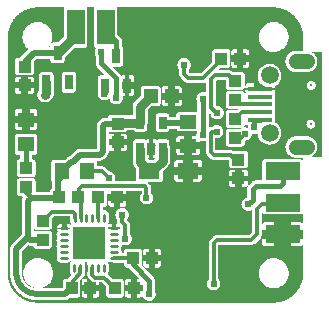
<source format=gtl>
G04 ---------------------------- Layer name :TOP LAYER*
G04 EasyEDA v5.6.15, Thu, 26 Jul 2018 23:14:09 GMT*
G04 c86fb450fb884ade9fd06fb8d4d9ff78*
G04 Gerber Generator version 0.2*
G04 Scale: 100 percent, Rotated: No, Reflected: No *
G04 Dimensions in inches *
G04 leading zeros omitted , absolute positions ,2 integer and 4 decimal *
%FSLAX24Y24*%
%MOIN*%
G90*
G70D02*

%ADD10C,0.010000*%
%ADD11C,0.012000*%
%ADD12C,0.020000*%
%ADD13C,0.030000*%
%ADD14C,0.018000*%
%ADD15C,0.011024*%
%ADD16C,0.024400*%
%ADD17R,0.105512X0.105512*%
%ADD18R,0.039370X0.043307*%
%ADD19R,0.078740X0.017717*%
%ADD20R,0.027559X0.049213*%
%ADD21R,0.043307X0.039370*%
%ADD22R,0.071500X0.053500*%
%ADD23R,0.055100X0.051200*%
%ADD24R,0.118110X0.059055*%
%ADD25R,0.025591X0.041732*%
%ADD26R,0.057870X0.045670*%
%ADD27R,0.047244X0.047244*%
%ADD28R,0.059055X0.118110*%
%ADD29R,0.051200X0.055100*%
%ADD30C,0.059055*%
%ADD31C,0.051181*%

%LPD*%
G36*
G01X984Y0D02*
G01X984Y0D01*
G01X981Y0D01*
G01X953Y0D01*
G01X925Y2D01*
G01X897Y4D01*
G01X869Y7D01*
G01X841Y10D01*
G01X813Y15D01*
G01X786Y20D01*
G01X759Y26D01*
G01X731Y33D01*
G01X704Y41D01*
G01X677Y49D01*
G01X651Y58D01*
G01X625Y68D01*
G01X599Y78D01*
G01X573Y90D01*
G01X548Y102D01*
G01X523Y115D01*
G01X498Y128D01*
G01X474Y142D01*
G01X450Y157D01*
G01X427Y173D01*
G01X404Y189D01*
G01X381Y206D01*
G01X359Y223D01*
G01X338Y241D01*
G01X317Y260D01*
G01X297Y279D01*
G01X277Y299D01*
G01X258Y320D01*
G01X239Y341D01*
G01X221Y362D01*
G01X204Y384D01*
G01X187Y407D01*
G01X171Y430D01*
G01X155Y453D01*
G01X140Y477D01*
G01X126Y501D01*
G01X113Y526D01*
G01X100Y551D01*
G01X88Y576D01*
G01X77Y602D01*
G01X66Y628D01*
G01X57Y654D01*
G01X48Y681D01*
G01X39Y707D01*
G01X32Y734D01*
G01X25Y762D01*
G01X19Y789D01*
G01X14Y817D01*
G01X9Y844D01*
G01X6Y872D01*
G01X3Y900D01*
G01X1Y928D01*
G01X0Y956D01*
G01X0Y984D01*
G01X0Y8861D01*
G01X0Y8889D01*
G01X1Y8917D01*
G01X3Y8945D01*
G01X6Y8973D01*
G01X10Y9001D01*
G01X14Y9029D01*
G01X20Y9056D01*
G01X26Y9084D01*
G01X32Y9111D01*
G01X40Y9138D01*
G01X48Y9165D01*
G01X57Y9191D01*
G01X67Y9217D01*
G01X78Y9243D01*
G01X89Y9269D01*
G01X101Y9294D01*
G01X114Y9319D01*
G01X128Y9344D01*
G01X142Y9368D01*
G01X157Y9392D01*
G01X172Y9415D01*
G01X188Y9438D01*
G01X205Y9461D01*
G01X223Y9483D01*
G01X241Y9504D01*
G01X260Y9525D01*
G01X279Y9545D01*
G01X299Y9565D01*
G01X319Y9584D01*
G01X340Y9603D01*
G01X362Y9621D01*
G01X384Y9638D01*
G01X406Y9655D01*
G01X429Y9671D01*
G01X452Y9687D01*
G01X476Y9702D01*
G01X501Y9716D01*
G01X525Y9729D01*
G01X550Y9742D01*
G01X576Y9754D01*
G01X601Y9765D01*
G01X627Y9776D01*
G01X654Y9785D01*
G01X680Y9795D01*
G01X707Y9803D01*
G01X734Y9810D01*
G01X761Y9817D01*
G01X789Y9823D01*
G01X816Y9828D01*
G01X844Y9833D01*
G01X872Y9836D01*
G01X900Y9839D01*
G01X928Y9841D01*
G01X956Y9842D01*
G01X984Y9843D01*
G01X1890Y9843D01*
G01X1890Y9842D01*
G01X1887Y9839D01*
G01X1885Y9836D01*
G01X1882Y9833D01*
G01X1880Y9829D01*
G01X1878Y9826D01*
G01X1876Y9822D01*
G01X1874Y9818D01*
G01X1872Y9815D01*
G01X1870Y9811D01*
G01X1869Y9807D01*
G01X1868Y9803D01*
G01X1867Y9799D01*
G01X1866Y9795D01*
G01X1865Y9791D01*
G01X1864Y9787D01*
G01X1864Y9783D01*
G01X1864Y9779D01*
G01X1864Y9775D01*
G01X1864Y8872D01*
G01X1663Y8672D01*
G01X1521Y8672D01*
G01X1516Y8671D01*
G01X1512Y8671D01*
G01X1508Y8671D01*
G01X1504Y8670D01*
G01X1500Y8669D01*
G01X1496Y8668D01*
G01X1492Y8667D01*
G01X1488Y8666D01*
G01X1484Y8665D01*
G01X1480Y8663D01*
G01X1477Y8661D01*
G01X1473Y8659D01*
G01X1469Y8657D01*
G01X1466Y8655D01*
G01X1462Y8653D01*
G01X1459Y8650D01*
G01X1456Y8648D01*
G01X1453Y8645D01*
G01X1450Y8642D01*
G01X1447Y8639D01*
G01X1444Y8636D01*
G01X1442Y8633D01*
G01X1439Y8630D01*
G01X1437Y8626D01*
G01X1435Y8623D01*
G01X1433Y8619D01*
G01X1431Y8615D01*
G01X1429Y8612D01*
G01X1427Y8608D01*
G01X1426Y8604D01*
G01X1425Y8600D01*
G01X1424Y8596D01*
G01X1423Y8592D01*
G01X1422Y8588D01*
G01X1421Y8584D01*
G01X1421Y8580D01*
G01X1421Y8576D01*
G01X1421Y8572D01*
G01X1421Y8534D01*
G01X1365Y8534D01*
G01X1368Y8536D01*
G01X1398Y8576D01*
G01X1424Y8618D01*
G01X1445Y8663D01*
G01X1462Y8710D01*
G01X1475Y8759D01*
G01X1482Y8808D01*
G01X1485Y8858D01*
G01X1482Y8907D01*
G01X1475Y8957D01*
G01X1462Y9005D01*
G01X1445Y9052D01*
G01X1424Y9097D01*
G01X1398Y9139D01*
G01X1368Y9179D01*
G01X1334Y9216D01*
G01X1296Y9249D01*
G01X1256Y9278D01*
G01X1213Y9303D01*
G01X1167Y9323D01*
G01X1120Y9339D01*
G01X1071Y9350D01*
G01X1022Y9356D01*
G01X972Y9357D01*
G01X922Y9354D01*
G01X873Y9345D01*
G01X825Y9332D01*
G01X779Y9313D01*
G01X735Y9291D01*
G01X693Y9264D01*
G01X654Y9232D01*
G01X618Y9198D01*
G01X586Y9160D01*
G01X558Y9118D01*
G01X534Y9075D01*
G01X515Y9029D01*
G01X500Y8981D01*
G01X490Y8932D01*
G01X485Y8883D01*
G01X485Y8833D01*
G01X490Y8783D01*
G01X500Y8734D01*
G01X515Y8687D01*
G01X534Y8641D01*
G01X558Y8597D01*
G01X586Y8556D01*
G01X618Y8518D01*
G01X654Y8483D01*
G01X693Y8452D01*
G01X693Y8451D01*
G01X417Y8175D01*
G01X413Y8171D01*
G01X409Y8167D01*
G01X343Y8167D01*
G01X338Y8166D01*
G01X334Y8166D01*
G01X330Y8166D01*
G01X326Y8165D01*
G01X322Y8164D01*
G01X318Y8163D01*
G01X314Y8162D01*
G01X310Y8161D01*
G01X306Y8160D01*
G01X302Y8158D01*
G01X299Y8156D01*
G01X295Y8154D01*
G01X291Y8152D01*
G01X288Y8150D01*
G01X284Y8148D01*
G01X281Y8145D01*
G01X278Y8143D01*
G01X275Y8140D01*
G01X272Y8137D01*
G01X269Y8134D01*
G01X266Y8131D01*
G01X264Y8128D01*
G01X261Y8125D01*
G01X259Y8121D01*
G01X257Y8118D01*
G01X255Y8114D01*
G01X253Y8110D01*
G01X251Y8107D01*
G01X249Y8103D01*
G01X248Y8099D01*
G01X247Y8095D01*
G01X246Y8091D01*
G01X245Y8087D01*
G01X244Y8083D01*
G01X243Y8079D01*
G01X243Y8075D01*
G01X243Y8071D01*
G01X243Y8067D01*
G01X243Y7673D01*
G01X243Y7668D01*
G01X243Y7664D01*
G01X243Y7660D01*
G01X244Y7656D01*
G01X245Y7652D01*
G01X246Y7648D01*
G01X247Y7644D01*
G01X248Y7640D01*
G01X249Y7636D01*
G01X251Y7632D01*
G01X253Y7629D01*
G01X255Y7625D01*
G01X257Y7621D01*
G01X259Y7618D01*
G01X261Y7614D01*
G01X264Y7611D01*
G01X266Y7608D01*
G01X269Y7605D01*
G01X272Y7602D01*
G01X275Y7599D01*
G01X278Y7596D01*
G01X281Y7594D01*
G01X284Y7591D01*
G01X288Y7589D01*
G01X291Y7587D01*
G01X295Y7585D01*
G01X299Y7583D01*
G01X302Y7581D01*
G01X306Y7579D01*
G01X310Y7578D01*
G01X314Y7577D01*
G01X318Y7576D01*
G01X322Y7575D01*
G01X326Y7574D01*
G01X330Y7573D01*
G01X334Y7573D01*
G01X338Y7573D01*
G01X343Y7573D01*
G01X776Y7573D01*
G01X780Y7573D01*
G01X784Y7573D01*
G01X788Y7573D01*
G01X792Y7574D01*
G01X796Y7575D01*
G01X800Y7576D01*
G01X804Y7577D01*
G01X808Y7578D01*
G01X812Y7579D01*
G01X816Y7581D01*
G01X819Y7583D01*
G01X823Y7585D01*
G01X827Y7587D01*
G01X830Y7589D01*
G01X834Y7591D01*
G01X837Y7594D01*
G01X840Y7596D01*
G01X843Y7599D01*
G01X846Y7602D01*
G01X849Y7605D01*
G01X852Y7608D01*
G01X854Y7611D01*
G01X857Y7614D01*
G01X859Y7618D01*
G01X861Y7621D01*
G01X863Y7625D01*
G01X865Y7629D01*
G01X867Y7632D01*
G01X869Y7636D01*
G01X870Y7640D01*
G01X871Y7644D01*
G01X872Y7648D01*
G01X873Y7652D01*
G01X874Y7656D01*
G01X875Y7660D01*
G01X875Y7664D01*
G01X875Y7668D01*
G01X876Y7673D01*
G01X876Y8067D01*
G01X875Y8068D01*
G01X941Y8134D01*
G01X1421Y8134D01*
G01X1421Y8080D01*
G01X1421Y8075D01*
G01X1421Y8071D01*
G01X1421Y8067D01*
G01X1422Y8063D01*
G01X1423Y8059D01*
G01X1424Y8055D01*
G01X1425Y8051D01*
G01X1426Y8047D01*
G01X1427Y8043D01*
G01X1429Y8039D01*
G01X1431Y8036D01*
G01X1433Y8032D01*
G01X1435Y8028D01*
G01X1437Y8025D01*
G01X1439Y8021D01*
G01X1442Y8018D01*
G01X1444Y8015D01*
G01X1447Y8012D01*
G01X1450Y8009D01*
G01X1453Y8006D01*
G01X1456Y8003D01*
G01X1459Y8001D01*
G01X1462Y7998D01*
G01X1466Y7996D01*
G01X1469Y7994D01*
G01X1473Y7992D01*
G01X1477Y7990D01*
G01X1480Y7988D01*
G01X1484Y7986D01*
G01X1488Y7985D01*
G01X1492Y7984D01*
G01X1496Y7983D01*
G01X1500Y7982D01*
G01X1504Y7981D01*
G01X1508Y7980D01*
G01X1512Y7980D01*
G01X1516Y7980D01*
G01X1521Y7980D01*
G01X1797Y7980D01*
G01X1801Y7980D01*
G01X1805Y7980D01*
G01X1809Y7980D01*
G01X1813Y7981D01*
G01X1817Y7982D01*
G01X1821Y7983D01*
G01X1825Y7984D01*
G01X1829Y7985D01*
G01X1833Y7986D01*
G01X1837Y7988D01*
G01X1840Y7990D01*
G01X1844Y7992D01*
G01X1848Y7994D01*
G01X1851Y7996D01*
G01X1855Y7998D01*
G01X1858Y8001D01*
G01X1861Y8003D01*
G01X1864Y8006D01*
G01X1867Y8009D01*
G01X1870Y8012D01*
G01X1873Y8015D01*
G01X1875Y8018D01*
G01X1878Y8021D01*
G01X1880Y8025D01*
G01X1882Y8028D01*
G01X1884Y8032D01*
G01X1886Y8036D01*
G01X1888Y8039D01*
G01X1890Y8043D01*
G01X1891Y8047D01*
G01X1892Y8051D01*
G01X1893Y8055D01*
G01X1894Y8059D01*
G01X1895Y8063D01*
G01X1896Y8067D01*
G01X1896Y8071D01*
G01X1896Y8075D01*
G01X1897Y8080D01*
G01X1897Y8198D01*
G01X2191Y8493D01*
G01X2553Y8493D01*
G01X2558Y8493D01*
G01X2562Y8493D01*
G01X2566Y8493D01*
G01X2570Y8494D01*
G01X2574Y8495D01*
G01X2578Y8496D01*
G01X2582Y8497D01*
G01X2586Y8498D01*
G01X2590Y8499D01*
G01X2594Y8501D01*
G01X2597Y8503D01*
G01X2601Y8505D01*
G01X2605Y8507D01*
G01X2608Y8509D01*
G01X2612Y8511D01*
G01X2615Y8514D01*
G01X2618Y8516D01*
G01X2621Y8519D01*
G01X2624Y8522D01*
G01X2627Y8525D01*
G01X2630Y8528D01*
G01X2632Y8531D01*
G01X2635Y8534D01*
G01X2637Y8538D01*
G01X2639Y8541D01*
G01X2641Y8545D01*
G01X2643Y8549D01*
G01X2645Y8552D01*
G01X2647Y8556D01*
G01X2648Y8560D01*
G01X2649Y8564D01*
G01X2650Y8568D01*
G01X2651Y8572D01*
G01X2652Y8576D01*
G01X2653Y8580D01*
G01X2653Y8584D01*
G01X2653Y8588D01*
G01X2653Y8593D01*
G01X2653Y9775D01*
G01X2653Y9779D01*
G01X2653Y9783D01*
G01X2653Y9787D01*
G01X2652Y9791D01*
G01X2651Y9795D01*
G01X2650Y9799D01*
G01X2649Y9803D01*
G01X2648Y9807D01*
G01X2647Y9811D01*
G01X2645Y9815D01*
G01X2643Y9818D01*
G01X2641Y9822D01*
G01X2639Y9826D01*
G01X2637Y9829D01*
G01X2635Y9833D01*
G01X2632Y9836D01*
G01X2630Y9839D01*
G01X2627Y9842D01*
G01X2627Y9843D01*
G01X2890Y9843D01*
G01X2890Y9842D01*
G01X2887Y9839D01*
G01X2884Y9835D01*
G01X2882Y9832D01*
G01X2880Y9829D01*
G01X2877Y9825D01*
G01X2875Y9822D01*
G01X2873Y9818D01*
G01X2872Y9814D01*
G01X2870Y9810D01*
G01X2869Y9807D01*
G01X2867Y9803D01*
G01X2866Y9799D01*
G01X2865Y9795D01*
G01X2865Y9791D01*
G01X2864Y9786D01*
G01X2864Y9782D01*
G01X2863Y9778D01*
G01X2863Y9774D01*
G01X2863Y8593D01*
G01X2863Y8589D01*
G01X2864Y8585D01*
G01X2864Y8581D01*
G01X2865Y8576D01*
G01X2865Y8572D01*
G01X2866Y8568D01*
G01X2867Y8564D01*
G01X2869Y8560D01*
G01X2870Y8557D01*
G01X2872Y8553D01*
G01X2873Y8549D01*
G01X2875Y8545D01*
G01X2877Y8542D01*
G01X2880Y8538D01*
G01X2882Y8535D01*
G01X2884Y8532D01*
G01X2887Y8528D01*
G01X2890Y8525D01*
G01X2893Y8522D01*
G01X2896Y8519D01*
G01X2899Y8517D01*
G01X2902Y8514D01*
G01X2905Y8512D01*
G01X2909Y8509D01*
G01X2912Y8507D01*
G01X2916Y8505D01*
G01X2919Y8503D01*
G01X2923Y8501D01*
G01X2927Y8500D01*
G01X2931Y8498D01*
G01X2935Y8497D01*
G01X2939Y8496D01*
G01X2943Y8495D01*
G01X2947Y8494D01*
G01X2951Y8494D01*
G01X2955Y8493D01*
G01X2942Y8478D01*
G01X2929Y8459D01*
G01X2918Y8440D01*
G01X2910Y8419D01*
G01X2903Y8398D01*
G01X2899Y8377D01*
G01X2897Y8355D01*
G01X2897Y8332D01*
G01X2899Y8310D01*
G01X2903Y8289D01*
G01X2910Y8268D01*
G01X2918Y8247D01*
G01X2928Y8229D01*
G01X2928Y7974D01*
G01X2929Y7968D01*
G01X2929Y7962D01*
G01X2929Y7956D01*
G01X2930Y7951D01*
G01X2931Y7945D01*
G01X2932Y7939D01*
G01X2933Y7934D01*
G01X2934Y7928D01*
G01X2935Y7922D01*
G01X2937Y7917D01*
G01X2939Y7912D01*
G01X2941Y7906D01*
G01X2943Y7901D01*
G01X2945Y7896D01*
G01X2948Y7890D01*
G01X2950Y7885D01*
G01X2953Y7880D01*
G01X2956Y7875D01*
G01X2959Y7870D01*
G01X2962Y7866D01*
G01X2965Y7861D01*
G01X2969Y7856D01*
G01X2973Y7852D01*
G01X2976Y7848D01*
G01X2980Y7843D01*
G01X2984Y7839D01*
G01X3246Y7578D01*
G01X3097Y7578D01*
G01X3092Y7577D01*
G01X3088Y7577D01*
G01X3084Y7577D01*
G01X3080Y7576D01*
G01X3076Y7575D01*
G01X3072Y7574D01*
G01X3068Y7573D01*
G01X3064Y7572D01*
G01X3060Y7571D01*
G01X3056Y7569D01*
G01X3053Y7567D01*
G01X3049Y7565D01*
G01X3045Y7563D01*
G01X3042Y7561D01*
G01X3038Y7559D01*
G01X3035Y7556D01*
G01X3032Y7554D01*
G01X3029Y7551D01*
G01X3026Y7548D01*
G01X3023Y7545D01*
G01X3020Y7542D01*
G01X3018Y7539D01*
G01X3015Y7536D01*
G01X3013Y7532D01*
G01X3011Y7529D01*
G01X3009Y7525D01*
G01X3007Y7521D01*
G01X3005Y7518D01*
G01X3003Y7514D01*
G01X3002Y7510D01*
G01X3001Y7506D01*
G01X3000Y7502D01*
G01X2999Y7498D01*
G01X2998Y7494D01*
G01X2997Y7490D01*
G01X2997Y7486D01*
G01X2997Y7482D01*
G01X2997Y7478D01*
G01X2997Y6986D01*
G01X2997Y6981D01*
G01X2997Y6977D01*
G01X2997Y6976D01*
G01X2997Y6975D01*
G01X2997Y6952D01*
G01X2999Y6930D01*
G01X3003Y6909D01*
G01X3010Y6888D01*
G01X3018Y6867D01*
G01X3029Y6848D01*
G01X3042Y6829D01*
G01X3056Y6813D01*
G01X3072Y6797D01*
G01X3089Y6783D01*
G01X3107Y6771D01*
G01X3127Y6761D01*
G01X3148Y6753D01*
G01X3169Y6747D01*
G01X3191Y6743D01*
G01X3213Y6742D01*
G01X3235Y6742D01*
G01X3257Y6745D01*
G01X3279Y6750D01*
G01X3300Y6757D01*
G01X3320Y6766D01*
G01X3339Y6777D01*
G01X3357Y6790D01*
G01X3374Y6805D01*
G01X3387Y6819D01*
G01X3389Y6800D01*
G01X3393Y6779D01*
G01X3400Y6758D01*
G01X3408Y6737D01*
G01X3419Y6718D01*
G01X3432Y6699D01*
G01X3446Y6682D01*
G01X3462Y6667D01*
G01X3479Y6653D01*
G01X3498Y6641D01*
G01X3517Y6631D01*
G01X3538Y6623D01*
G01X3559Y6617D01*
G01X3581Y6613D01*
G01X3603Y6612D01*
G01X3625Y6612D01*
G01X3647Y6615D01*
G01X3669Y6620D01*
G01X3690Y6627D01*
G01X3710Y6636D01*
G01X3729Y6647D01*
G01X3747Y6660D01*
G01X3764Y6675D01*
G01X3779Y6691D01*
G01X3792Y6708D01*
G01X3803Y6727D01*
G01X3813Y6747D01*
G01X3821Y6768D01*
G01X3826Y6790D01*
G01X3829Y6811D01*
G01X3830Y6834D01*
G01X3829Y6856D01*
G01X3826Y6877D01*
G01X3823Y6888D01*
G01X3824Y6888D01*
G01X3828Y6887D01*
G01X3832Y6886D01*
G01X3836Y6886D01*
G01X3840Y6886D01*
G01X3845Y6886D01*
G01X3914Y6886D01*
G01X3914Y7108D01*
G01X3799Y7108D01*
G01X3799Y7355D01*
G01X3914Y7355D01*
G01X3914Y7578D01*
G01X3845Y7578D01*
G01X3840Y7577D01*
G01X3836Y7577D01*
G01X3832Y7577D01*
G01X3828Y7576D01*
G01X3824Y7575D01*
G01X3820Y7574D01*
G01X3816Y7573D01*
G01X3812Y7572D01*
G01X3808Y7571D01*
G01X3804Y7569D01*
G01X3801Y7567D01*
G01X3797Y7565D01*
G01X3793Y7563D01*
G01X3790Y7561D01*
G01X3786Y7559D01*
G01X3784Y7557D01*
G01X3782Y7561D01*
G01X3779Y7567D01*
G01X3777Y7572D01*
G01X3774Y7577D01*
G01X3771Y7582D01*
G01X3768Y7587D01*
G01X3765Y7591D01*
G01X3762Y7596D01*
G01X3758Y7601D01*
G01X3754Y7605D01*
G01X3751Y7609D01*
G01X3747Y7614D01*
G01X3743Y7618D01*
G01X3491Y7870D01*
G01X3747Y7870D01*
G01X3751Y7870D01*
G01X3755Y7870D01*
G01X3759Y7870D01*
G01X3763Y7871D01*
G01X3767Y7872D01*
G01X3771Y7873D01*
G01X3775Y7874D01*
G01X3779Y7875D01*
G01X3783Y7876D01*
G01X3787Y7878D01*
G01X3790Y7880D01*
G01X3794Y7882D01*
G01X3798Y7884D01*
G01X3801Y7886D01*
G01X3805Y7888D01*
G01X3808Y7891D01*
G01X3811Y7893D01*
G01X3814Y7896D01*
G01X3817Y7899D01*
G01X3820Y7902D01*
G01X3823Y7905D01*
G01X3825Y7908D01*
G01X3828Y7911D01*
G01X3830Y7915D01*
G01X3832Y7918D01*
G01X3834Y7922D01*
G01X3836Y7926D01*
G01X3838Y7929D01*
G01X3840Y7933D01*
G01X3841Y7937D01*
G01X3842Y7941D01*
G01X3843Y7945D01*
G01X3844Y7949D01*
G01X3845Y7953D01*
G01X3846Y7957D01*
G01X3846Y7961D01*
G01X3846Y7965D01*
G01X3847Y7970D01*
G01X3847Y8462D01*
G01X3846Y8466D01*
G01X3846Y8470D01*
G01X3846Y8474D01*
G01X3845Y8478D01*
G01X3844Y8482D01*
G01X3843Y8486D01*
G01X3842Y8490D01*
G01X3841Y8494D01*
G01X3840Y8498D01*
G01X3838Y8502D01*
G01X3836Y8505D01*
G01X3834Y8509D01*
G01X3832Y8513D01*
G01X3830Y8516D01*
G01X3828Y8520D01*
G01X3825Y8523D01*
G01X3823Y8526D01*
G01X3820Y8529D01*
G01X3817Y8532D01*
G01X3814Y8535D01*
G01X3811Y8538D01*
G01X3808Y8540D01*
G01X3805Y8543D01*
G01X3801Y8545D01*
G01X3801Y8707D01*
G01X3801Y8713D01*
G01X3801Y8719D01*
G01X3801Y8725D01*
G01X3800Y8730D01*
G01X3799Y8736D01*
G01X3798Y8742D01*
G01X3797Y8747D01*
G01X3796Y8753D01*
G01X3795Y8759D01*
G01X3793Y8764D01*
G01X3791Y8769D01*
G01X3789Y8775D01*
G01X3787Y8780D01*
G01X3785Y8785D01*
G01X3782Y8791D01*
G01X3780Y8796D01*
G01X3777Y8801D01*
G01X3774Y8806D01*
G01X3771Y8811D01*
G01X3768Y8815D01*
G01X3765Y8820D01*
G01X3761Y8825D01*
G01X3757Y8829D01*
G01X3754Y8833D01*
G01X3750Y8838D01*
G01X3746Y8842D01*
G01X3654Y8934D01*
G01X3654Y9774D01*
G01X3654Y9778D01*
G01X3653Y9782D01*
G01X3653Y9786D01*
G01X3652Y9791D01*
G01X3652Y9795D01*
G01X3651Y9799D01*
G01X3650Y9803D01*
G01X3648Y9807D01*
G01X3647Y9810D01*
G01X3645Y9814D01*
G01X3644Y9818D01*
G01X3642Y9822D01*
G01X3640Y9825D01*
G01X3638Y9829D01*
G01X3635Y9832D01*
G01X3633Y9835D01*
G01X3630Y9839D01*
G01X3627Y9842D01*
G01X3627Y9843D01*
G01X8861Y9843D01*
G01X8889Y9842D01*
G01X8917Y9841D01*
G01X8945Y9839D01*
G01X8973Y9836D01*
G01X9000Y9832D01*
G01X9028Y9828D01*
G01X9056Y9822D01*
G01X9083Y9816D01*
G01X9110Y9810D01*
G01X9137Y9802D01*
G01X9164Y9794D01*
G01X9191Y9785D01*
G01X9217Y9775D01*
G01X9243Y9764D01*
G01X9268Y9753D01*
G01X9294Y9741D01*
G01X9319Y9728D01*
G01X9343Y9714D01*
G01X9368Y9700D01*
G01X9391Y9685D01*
G01X9415Y9670D01*
G01X9438Y9654D01*
G01X9460Y9637D01*
G01X9482Y9619D01*
G01X9503Y9601D01*
G01X9524Y9582D01*
G01X9545Y9563D01*
G01X9565Y9543D01*
G01X9584Y9523D01*
G01X9602Y9502D01*
G01X9620Y9480D01*
G01X9638Y9458D01*
G01X9655Y9436D01*
G01X9671Y9413D01*
G01X9686Y9390D01*
G01X9701Y9366D01*
G01X9715Y9341D01*
G01X9729Y9317D01*
G01X9741Y9292D01*
G01X9753Y9266D01*
G01X9765Y9241D01*
G01X9775Y9215D01*
G01X9785Y9188D01*
G01X9794Y9162D01*
G01X9802Y9135D01*
G01X9810Y9108D01*
G01X9817Y9081D01*
G01X9822Y9053D01*
G01X9828Y9026D01*
G01X9832Y8998D01*
G01X9836Y8970D01*
G01X9838Y8942D01*
G01X9840Y8914D01*
G01X9842Y8886D01*
G01X9842Y8858D01*
G01X9843Y8859D01*
G01X9843Y8394D01*
G01X9607Y8394D01*
G01X9605Y8394D01*
G01X9592Y8394D01*
G01X9587Y8394D01*
G01X9574Y8393D01*
G01X9569Y8392D01*
G01X9557Y8391D01*
G01X9552Y8390D01*
G01X9539Y8388D01*
G01X9534Y8387D01*
G01X9522Y8384D01*
G01X9517Y8383D01*
G01X9505Y8379D01*
G01X9500Y8378D01*
G01X9488Y8374D01*
G01X9483Y8372D01*
G01X9471Y8367D01*
G01X9467Y8366D01*
G01X9455Y8360D01*
G01X9451Y8358D01*
G01X9439Y8352D01*
G01X9435Y8350D01*
G01X9424Y8343D01*
G01X9420Y8341D01*
G01X9409Y8334D01*
G01X9405Y8331D01*
G01X9394Y8324D01*
G01X9391Y8321D01*
G01X9381Y8313D01*
G01X9377Y8310D01*
G01X9367Y8301D01*
G01X9363Y8298D01*
G01X9354Y8289D01*
G01X9351Y8285D01*
G01X9342Y8276D01*
G01X9339Y8272D01*
G01X9331Y8262D01*
G01X9328Y8258D01*
G01X9320Y8248D01*
G01X9317Y8244D01*
G01X9310Y8234D01*
G01X9307Y8229D01*
G01X9300Y8219D01*
G01X9298Y8214D01*
G01X9292Y8203D01*
G01X9289Y8199D01*
G01X9284Y8187D01*
G01X9282Y8183D01*
G01X9277Y8171D01*
G01X9275Y8166D01*
G01X9271Y8154D01*
G01X9269Y8150D01*
G01X9265Y8137D01*
G01X9264Y8132D01*
G01X9261Y8120D01*
G01X9260Y8115D01*
G01X9257Y8103D01*
G01X9256Y8098D01*
G01X9255Y8085D01*
G01X9254Y8080D01*
G01X9253Y8068D01*
G01X9252Y8063D01*
G01X9252Y8050D01*
G01X9252Y8045D01*
G01X9252Y8032D01*
G01X9252Y8027D01*
G01X9252Y8014D01*
G01X9253Y8009D01*
G01X9254Y7997D01*
G01X9255Y7992D01*
G01X9256Y7979D01*
G01X9257Y7974D01*
G01X9260Y7962D01*
G01X9261Y7957D01*
G01X9264Y7945D01*
G01X9265Y7940D01*
G01X9269Y7927D01*
G01X9271Y7923D01*
G01X9275Y7911D01*
G01X9277Y7906D01*
G01X9282Y7894D01*
G01X9284Y7890D01*
G01X9289Y7878D01*
G01X9292Y7874D01*
G01X9298Y7863D01*
G01X9300Y7858D01*
G01X9307Y7848D01*
G01X9310Y7843D01*
G01X9317Y7833D01*
G01X9320Y7829D01*
G01X9328Y7819D01*
G01X9331Y7815D01*
G01X9339Y7805D01*
G01X9342Y7801D01*
G01X9351Y7792D01*
G01X9354Y7788D01*
G01X9363Y7779D01*
G01X9367Y7776D01*
G01X9377Y7767D01*
G01X9381Y7764D01*
G01X9391Y7756D01*
G01X9394Y7753D01*
G01X9405Y7746D01*
G01X9409Y7743D01*
G01X9420Y7736D01*
G01X9424Y7734D01*
G01X9435Y7727D01*
G01X9439Y7725D01*
G01X9451Y7719D01*
G01X9455Y7717D01*
G01X9467Y7712D01*
G01X9471Y7710D01*
G01X9483Y7705D01*
G01X9488Y7703D01*
G01X9500Y7699D01*
G01X9505Y7698D01*
G01X9517Y7694D01*
G01X9522Y7693D01*
G01X9534Y7690D01*
G01X9539Y7689D01*
G01X9552Y7687D01*
G01X9557Y7686D01*
G01X9569Y7685D01*
G01X9574Y7684D01*
G01X9587Y7683D01*
G01X9592Y7683D01*
G01X9605Y7683D01*
G01X9607Y7683D01*
G01X9962Y7683D01*
G01X9964Y7683D01*
G01X9977Y7683D01*
G01X9982Y7683D01*
G01X9995Y7684D01*
G01X10000Y7685D01*
G01X10012Y7686D01*
G01X10017Y7687D01*
G01X10030Y7689D01*
G01X10035Y7690D01*
G01X10047Y7693D01*
G01X10052Y7694D01*
G01X10064Y7698D01*
G01X10069Y7699D01*
G01X10081Y7703D01*
G01X10086Y7705D01*
G01X10098Y7710D01*
G01X10102Y7712D01*
G01X10114Y7717D01*
G01X10118Y7719D01*
G01X10130Y7725D01*
G01X10134Y7727D01*
G01X10145Y7734D01*
G01X10149Y7736D01*
G01X10160Y7743D01*
G01X10164Y7746D01*
G01X10175Y7753D01*
G01X10178Y7756D01*
G01X10188Y7764D01*
G01X10192Y7767D01*
G01X10202Y7776D01*
G01X10206Y7779D01*
G01X10215Y7788D01*
G01X10218Y7792D01*
G01X10227Y7801D01*
G01X10230Y7805D01*
G01X10238Y7815D01*
G01X10241Y7819D01*
G01X10249Y7829D01*
G01X10252Y7833D01*
G01X10259Y7843D01*
G01X10262Y7848D01*
G01X10269Y7858D01*
G01X10271Y7863D01*
G01X10277Y7874D01*
G01X10280Y7878D01*
G01X10285Y7890D01*
G01X10287Y7894D01*
G01X10292Y7906D01*
G01X10294Y7911D01*
G01X10298Y7923D01*
G01X10300Y7927D01*
G01X10304Y7940D01*
G01X10305Y7945D01*
G01X10308Y7957D01*
G01X10309Y7962D01*
G01X10312Y7974D01*
G01X10313Y7979D01*
G01X10314Y7992D01*
G01X10315Y7997D01*
G01X10316Y8009D01*
G01X10317Y8014D01*
G01X10317Y8027D01*
G01X10318Y8032D01*
G01X10318Y8045D01*
G01X10317Y8050D01*
G01X10317Y8063D01*
G01X10316Y8068D01*
G01X10315Y8080D01*
G01X10314Y8085D01*
G01X10313Y8098D01*
G01X10312Y8103D01*
G01X10309Y8115D01*
G01X10308Y8120D01*
G01X10305Y8132D01*
G01X10304Y8137D01*
G01X10300Y8150D01*
G01X10298Y8154D01*
G01X10294Y8166D01*
G01X10292Y8171D01*
G01X10287Y8183D01*
G01X10285Y8187D01*
G01X10280Y8199D01*
G01X10277Y8203D01*
G01X10271Y8214D01*
G01X10269Y8219D01*
G01X10262Y8229D01*
G01X10259Y8234D01*
G01X10252Y8244D01*
G01X10249Y8248D01*
G01X10241Y8258D01*
G01X10238Y8262D01*
G01X10230Y8272D01*
G01X10227Y8276D01*
G01X10218Y8285D01*
G01X10215Y8289D01*
G01X10206Y8298D01*
G01X10202Y8301D01*
G01X10192Y8310D01*
G01X10188Y8313D01*
G01X10178Y8321D01*
G01X10175Y8324D01*
G01X10164Y8331D01*
G01X10160Y8334D01*
G01X10149Y8341D01*
G01X10145Y8343D01*
G01X10134Y8350D01*
G01X10130Y8352D01*
G01X10118Y8358D01*
G01X10114Y8360D01*
G01X10103Y8365D01*
G01X10459Y8365D01*
G01X10456Y4864D01*
G01X10104Y4862D01*
G01X10114Y4867D01*
G01X10118Y4869D01*
G01X10130Y4875D01*
G01X10134Y4877D01*
G01X10145Y4884D01*
G01X10149Y4886D01*
G01X10160Y4893D01*
G01X10164Y4896D01*
G01X10175Y4903D01*
G01X10178Y4906D01*
G01X10188Y4914D01*
G01X10192Y4917D01*
G01X10202Y4926D01*
G01X10206Y4929D01*
G01X10215Y4938D01*
G01X10218Y4942D01*
G01X10227Y4951D01*
G01X10230Y4955D01*
G01X10238Y4965D01*
G01X10241Y4969D01*
G01X10249Y4979D01*
G01X10252Y4983D01*
G01X10259Y4993D01*
G01X10262Y4998D01*
G01X10269Y5008D01*
G01X10271Y5013D01*
G01X10277Y5024D01*
G01X10280Y5028D01*
G01X10285Y5040D01*
G01X10287Y5044D01*
G01X10292Y5056D01*
G01X10294Y5061D01*
G01X10298Y5073D01*
G01X10300Y5077D01*
G01X10304Y5090D01*
G01X10305Y5095D01*
G01X10308Y5107D01*
G01X10309Y5112D01*
G01X10312Y5124D01*
G01X10313Y5129D01*
G01X10314Y5142D01*
G01X10315Y5147D01*
G01X10316Y5159D01*
G01X10317Y5164D01*
G01X10317Y5177D01*
G01X10318Y5182D01*
G01X10318Y5195D01*
G01X10317Y5200D01*
G01X10317Y5213D01*
G01X10316Y5218D01*
G01X10315Y5230D01*
G01X10314Y5235D01*
G01X10313Y5248D01*
G01X10312Y5253D01*
G01X10309Y5265D01*
G01X10308Y5270D01*
G01X10305Y5282D01*
G01X10304Y5287D01*
G01X10300Y5300D01*
G01X10298Y5304D01*
G01X10294Y5316D01*
G01X10292Y5321D01*
G01X10287Y5333D01*
G01X10285Y5337D01*
G01X10280Y5349D01*
G01X10277Y5353D01*
G01X10271Y5364D01*
G01X10269Y5369D01*
G01X10262Y5379D01*
G01X10259Y5384D01*
G01X10252Y5394D01*
G01X10249Y5398D01*
G01X10241Y5408D01*
G01X10238Y5412D01*
G01X10230Y5422D01*
G01X10227Y5426D01*
G01X10218Y5435D01*
G01X10215Y5439D01*
G01X10206Y5448D01*
G01X10202Y5451D01*
G01X10192Y5460D01*
G01X10188Y5463D01*
G01X10178Y5471D01*
G01X10175Y5474D01*
G01X10164Y5481D01*
G01X10160Y5484D01*
G01X10149Y5491D01*
G01X10145Y5493D01*
G01X10134Y5500D01*
G01X10130Y5502D01*
G01X10118Y5508D01*
G01X10114Y5510D01*
G01X10102Y5516D01*
G01X10098Y5517D01*
G01X10086Y5522D01*
G01X10081Y5524D01*
G01X10069Y5528D01*
G01X10064Y5529D01*
G01X10052Y5533D01*
G01X10047Y5534D01*
G01X10035Y5537D01*
G01X10030Y5538D01*
G01X10017Y5540D01*
G01X10012Y5541D01*
G01X10000Y5542D01*
G01X9995Y5543D01*
G01X9982Y5544D01*
G01X9977Y5544D01*
G01X9964Y5544D01*
G01X9962Y5544D01*
G01X9607Y5544D01*
G01X9605Y5544D01*
G01X9592Y5544D01*
G01X9587Y5544D01*
G01X9574Y5543D01*
G01X9569Y5542D01*
G01X9557Y5541D01*
G01X9552Y5540D01*
G01X9539Y5538D01*
G01X9534Y5537D01*
G01X9522Y5534D01*
G01X9517Y5533D01*
G01X9505Y5529D01*
G01X9500Y5528D01*
G01X9488Y5524D01*
G01X9483Y5522D01*
G01X9471Y5517D01*
G01X9467Y5516D01*
G01X9455Y5510D01*
G01X9451Y5508D01*
G01X9439Y5502D01*
G01X9435Y5500D01*
G01X9424Y5493D01*
G01X9420Y5491D01*
G01X9409Y5484D01*
G01X9405Y5481D01*
G01X9394Y5474D01*
G01X9391Y5471D01*
G01X9381Y5463D01*
G01X9377Y5460D01*
G01X9367Y5451D01*
G01X9363Y5448D01*
G01X9354Y5439D01*
G01X9351Y5435D01*
G01X9342Y5426D01*
G01X9339Y5422D01*
G01X9331Y5412D01*
G01X9328Y5408D01*
G01X9320Y5398D01*
G01X9317Y5394D01*
G01X9310Y5384D01*
G01X9307Y5379D01*
G01X9300Y5369D01*
G01X9298Y5364D01*
G01X9292Y5353D01*
G01X9289Y5349D01*
G01X9284Y5337D01*
G01X9282Y5333D01*
G01X9277Y5321D01*
G01X9275Y5316D01*
G01X9271Y5304D01*
G01X9269Y5300D01*
G01X9265Y5287D01*
G01X9264Y5282D01*
G01X9261Y5270D01*
G01X9260Y5265D01*
G01X9257Y5253D01*
G01X9256Y5248D01*
G01X9255Y5235D01*
G01X9254Y5230D01*
G01X9253Y5218D01*
G01X9252Y5213D01*
G01X9252Y5200D01*
G01X9252Y5195D01*
G01X9252Y5182D01*
G01X9252Y5177D01*
G01X9252Y5164D01*
G01X9253Y5159D01*
G01X9254Y5147D01*
G01X9255Y5142D01*
G01X9256Y5129D01*
G01X9257Y5124D01*
G01X9260Y5112D01*
G01X9261Y5107D01*
G01X9264Y5095D01*
G01X9265Y5090D01*
G01X9269Y5077D01*
G01X9271Y5073D01*
G01X9275Y5061D01*
G01X9277Y5056D01*
G01X9282Y5044D01*
G01X9284Y5040D01*
G01X9289Y5028D01*
G01X9292Y5024D01*
G01X9298Y5013D01*
G01X9300Y5008D01*
G01X9307Y4998D01*
G01X9310Y4993D01*
G01X9317Y4983D01*
G01X9320Y4979D01*
G01X9328Y4969D01*
G01X9331Y4965D01*
G01X9339Y4955D01*
G01X9342Y4951D01*
G01X9351Y4942D01*
G01X9354Y4938D01*
G01X9363Y4929D01*
G01X9367Y4926D01*
G01X9377Y4917D01*
G01X9381Y4914D01*
G01X9391Y4906D01*
G01X9394Y4903D01*
G01X9405Y4896D01*
G01X9409Y4893D01*
G01X9420Y4886D01*
G01X9424Y4884D01*
G01X9435Y4877D01*
G01X9439Y4875D01*
G01X9451Y4869D01*
G01X9455Y4867D01*
G01X9467Y4862D01*
G01X9471Y4860D01*
G01X9483Y4855D01*
G01X9488Y4853D01*
G01X9500Y4849D01*
G01X9505Y4848D01*
G01X9517Y4844D01*
G01X9522Y4843D01*
G01X9534Y4840D01*
G01X9539Y4839D01*
G01X9552Y4837D01*
G01X9557Y4836D01*
G01X9569Y4835D01*
G01X9574Y4834D01*
G01X9587Y4833D01*
G01X9592Y4833D01*
G01X9605Y4833D01*
G01X9607Y4833D01*
G01X9843Y4833D01*
G01X9843Y4715D01*
G01X9841Y4719D01*
G01X9839Y4722D01*
G01X9837Y4726D01*
G01X9835Y4730D01*
G01X9833Y4733D01*
G01X9831Y4737D01*
G01X9828Y4740D01*
G01X9826Y4743D01*
G01X9823Y4746D01*
G01X9820Y4749D01*
G01X9817Y4752D01*
G01X9814Y4755D01*
G01X9811Y4757D01*
G01X9808Y4760D01*
G01X9804Y4762D01*
G01X9801Y4764D01*
G01X9797Y4766D01*
G01X9793Y4768D01*
G01X9790Y4770D01*
G01X9786Y4772D01*
G01X9782Y4773D01*
G01X9778Y4774D01*
G01X9774Y4775D01*
G01X9770Y4776D01*
G01X9766Y4777D01*
G01X9762Y4778D01*
G01X9758Y4778D01*
G01X9754Y4778D01*
G01X9750Y4778D01*
G01X8568Y4778D01*
G01X8563Y4778D01*
G01X8559Y4778D01*
G01X8555Y4778D01*
G01X8551Y4777D01*
G01X8547Y4776D01*
G01X8543Y4775D01*
G01X8539Y4774D01*
G01X8535Y4773D01*
G01X8531Y4772D01*
G01X8527Y4770D01*
G01X8524Y4768D01*
G01X8520Y4766D01*
G01X8516Y4764D01*
G01X8513Y4762D01*
G01X8509Y4760D01*
G01X8506Y4757D01*
G01X8503Y4755D01*
G01X8500Y4752D01*
G01X8497Y4749D01*
G01X8494Y4746D01*
G01X8491Y4743D01*
G01X8489Y4740D01*
G01X8486Y4737D01*
G01X8484Y4733D01*
G01X8482Y4730D01*
G01X8480Y4726D01*
G01X8478Y4722D01*
G01X8476Y4719D01*
G01X8474Y4715D01*
G01X8473Y4711D01*
G01X8472Y4707D01*
G01X8471Y4703D01*
G01X8470Y4699D01*
G01X8469Y4695D01*
G01X8468Y4691D01*
G01X8468Y4687D01*
G01X8468Y4683D01*
G01X8468Y4678D01*
G01X8468Y4089D01*
G01X8468Y4084D01*
G01X8468Y4080D01*
G01X8468Y4076D01*
G01X8469Y4074D01*
G01X8259Y4074D01*
G01X8253Y4073D01*
G01X8247Y4073D01*
G01X8241Y4073D01*
G01X8236Y4072D01*
G01X8230Y4071D01*
G01X8224Y4070D01*
G01X8219Y4069D01*
G01X8213Y4068D01*
G01X8207Y4067D01*
G01X8202Y4065D01*
G01X8197Y4063D01*
G01X8191Y4061D01*
G01X8186Y4059D01*
G01X8181Y4057D01*
G01X8175Y4054D01*
G01X8170Y4052D01*
G01X8165Y4049D01*
G01X8160Y4046D01*
G01X8155Y4043D01*
G01X8151Y4040D01*
G01X8146Y4037D01*
G01X8141Y4033D01*
G01X8137Y4029D01*
G01X8133Y4026D01*
G01X8128Y4022D01*
G01X8124Y4018D01*
G01X8024Y3918D01*
G01X8020Y3914D01*
G01X8016Y3909D01*
G01X8013Y3905D01*
G01X8009Y3901D01*
G01X8005Y3896D01*
G01X8002Y3891D01*
G01X7999Y3887D01*
G01X7996Y3882D01*
G01X7993Y3877D01*
G01X7990Y3872D01*
G01X7988Y3867D01*
G01X7985Y3861D01*
G01X7983Y3856D01*
G01X7981Y3851D01*
G01X7979Y3845D01*
G01X7977Y3840D01*
G01X7975Y3835D01*
G01X7974Y3829D01*
G01X7973Y3823D01*
G01X7972Y3818D01*
G01X7971Y3812D01*
G01X7970Y3806D01*
G01X7969Y3801D01*
G01X7969Y3795D01*
G01X7969Y3789D01*
G01X7969Y3784D01*
G01X7969Y3512D01*
G01X7955Y3499D01*
G01X7938Y3494D01*
G01X7917Y3486D01*
G01X7898Y3476D01*
G01X7879Y3464D01*
G01X7862Y3450D01*
G01X7846Y3435D01*
G01X7832Y3418D01*
G01X7819Y3399D01*
G01X7808Y3380D01*
G01X7800Y3359D01*
G01X7793Y3338D01*
G01X7789Y3317D01*
G01X7787Y3295D01*
G01X7787Y3272D01*
G01X7789Y3250D01*
G01X7793Y3229D01*
G01X7800Y3208D01*
G01X7808Y3187D01*
G01X7819Y3168D01*
G01X7832Y3149D01*
G01X7846Y3132D01*
G01X7862Y3117D01*
G01X7879Y3103D01*
G01X7898Y3091D01*
G01X7917Y3081D01*
G01X7938Y3073D01*
G01X7959Y3067D01*
G01X7981Y3063D01*
G01X8003Y3062D01*
G01X8025Y3062D01*
G01X8047Y3065D01*
G01X8069Y3070D01*
G01X8090Y3077D01*
G01X8110Y3086D01*
G01X8129Y3097D01*
G01X8147Y3110D01*
G01X8149Y3111D01*
G01X8149Y2350D01*
G01X8042Y2244D01*
G01X6959Y2244D01*
G01X6953Y2243D01*
G01X6948Y2243D01*
G01X6942Y2243D01*
G01X6937Y2242D01*
G01X6931Y2241D01*
G01X6926Y2240D01*
G01X6921Y2239D01*
G01X6915Y2238D01*
G01X6910Y2236D01*
G01X6905Y2234D01*
G01X6900Y2232D01*
G01X6895Y2230D01*
G01X6890Y2228D01*
G01X6885Y2226D01*
G01X6880Y2223D01*
G01X6875Y2220D01*
G01X6871Y2217D01*
G01X6866Y2214D01*
G01X6862Y2211D01*
G01X6858Y2208D01*
G01X6853Y2204D01*
G01X6849Y2200D01*
G01X6845Y2197D01*
G01X6745Y2097D01*
G01X6742Y2093D01*
G01X6738Y2089D01*
G01X6734Y2084D01*
G01X6731Y2080D01*
G01X6728Y2076D01*
G01X6725Y2071D01*
G01X6722Y2067D01*
G01X6719Y2062D01*
G01X6716Y2057D01*
G01X6714Y2052D01*
G01X6712Y2047D01*
G01X6710Y2042D01*
G01X6708Y2037D01*
G01X6706Y2032D01*
G01X6704Y2027D01*
G01X6703Y2021D01*
G01X6702Y2016D01*
G01X6701Y2011D01*
G01X6700Y2005D01*
G01X6699Y2000D01*
G01X6699Y1994D01*
G01X6699Y1989D01*
G01X6699Y1984D01*
G01X6699Y787D01*
G01X6696Y785D01*
G01X6682Y768D01*
G01X6669Y749D01*
G01X6658Y730D01*
G01X6650Y709D01*
G01X6643Y688D01*
G01X6639Y667D01*
G01X6637Y645D01*
G01X6637Y622D01*
G01X6639Y600D01*
G01X6643Y579D01*
G01X6650Y558D01*
G01X6658Y537D01*
G01X6669Y518D01*
G01X6682Y499D01*
G01X6696Y482D01*
G01X6712Y467D01*
G01X6729Y453D01*
G01X6748Y441D01*
G01X6767Y431D01*
G01X6788Y423D01*
G01X6809Y417D01*
G01X6831Y413D01*
G01X6853Y412D01*
G01X6875Y412D01*
G01X6897Y415D01*
G01X6919Y420D01*
G01X6940Y427D01*
G01X6960Y436D01*
G01X6979Y447D01*
G01X6997Y460D01*
G01X7014Y475D01*
G01X7029Y491D01*
G01X7042Y508D01*
G01X7053Y527D01*
G01X7063Y547D01*
G01X7071Y568D01*
G01X7076Y590D01*
G01X7079Y611D01*
G01X7080Y634D01*
G01X7079Y656D01*
G01X7076Y677D01*
G01X7071Y699D01*
G01X7063Y720D01*
G01X7053Y740D01*
G01X7042Y759D01*
G01X7029Y776D01*
G01X7019Y787D01*
G01X7019Y1917D01*
G01X7025Y1924D01*
G01X8109Y1924D01*
G01X8114Y1924D01*
G01X8119Y1924D01*
G01X8125Y1924D01*
G01X8130Y1925D01*
G01X8136Y1926D01*
G01X8141Y1927D01*
G01X8146Y1928D01*
G01X8152Y1929D01*
G01X8157Y1931D01*
G01X8162Y1933D01*
G01X8167Y1935D01*
G01X8172Y1937D01*
G01X8177Y1939D01*
G01X8182Y1941D01*
G01X8187Y1944D01*
G01X8192Y1947D01*
G01X8196Y1950D01*
G01X8201Y1953D01*
G01X8205Y1956D01*
G01X8209Y1959D01*
G01X8214Y1963D01*
G01X8218Y1967D01*
G01X8222Y1970D01*
G01X8422Y2170D01*
G01X8425Y2174D01*
G01X8429Y2178D01*
G01X8433Y2183D01*
G01X8436Y2187D01*
G01X8439Y2191D01*
G01X8442Y2196D01*
G01X8445Y2200D01*
G01X8448Y2205D01*
G01X8451Y2210D01*
G01X8453Y2215D01*
G01X8455Y2220D01*
G01X8457Y2225D01*
G01X8459Y2230D01*
G01X8461Y2235D01*
G01X8463Y2240D01*
G01X8464Y2246D01*
G01X8465Y2251D01*
G01X8466Y2256D01*
G01X8467Y2262D01*
G01X8468Y2267D01*
G01X8468Y2273D01*
G01X8468Y2278D01*
G01X8469Y2284D01*
G01X8469Y2431D01*
G01X8863Y2431D01*
G01X8863Y2678D01*
G01X8568Y2678D01*
G01X8563Y2678D01*
G01X8559Y2678D01*
G01X8555Y2678D01*
G01X8551Y2677D01*
G01X8547Y2676D01*
G01X8543Y2675D01*
G01X8539Y2674D01*
G01X8535Y2673D01*
G01X8531Y2672D01*
G01X8527Y2670D01*
G01X8524Y2668D01*
G01X8520Y2666D01*
G01X8516Y2664D01*
G01X8513Y2662D01*
G01X8509Y2660D01*
G01X8506Y2657D01*
G01X8503Y2655D01*
G01X8500Y2652D01*
G01X8497Y2649D01*
G01X8494Y2646D01*
G01X8491Y2643D01*
G01X8489Y2640D01*
G01X8486Y2637D01*
G01X8484Y2633D01*
G01X8482Y2630D01*
G01X8480Y2626D01*
G01X8478Y2622D01*
G01X8476Y2619D01*
G01X8474Y2615D01*
G01X8473Y2611D01*
G01X8472Y2607D01*
G01X8471Y2603D01*
G01X8470Y2599D01*
G01X8469Y2595D01*
G01X8469Y2592D01*
G01X8469Y3025D01*
G01X8469Y3022D01*
G01X8470Y3018D01*
G01X8471Y3014D01*
G01X8472Y3010D01*
G01X8473Y3006D01*
G01X8474Y3002D01*
G01X8476Y2998D01*
G01X8478Y2995D01*
G01X8480Y2991D01*
G01X8482Y2987D01*
G01X8484Y2984D01*
G01X8486Y2980D01*
G01X8489Y2977D01*
G01X8491Y2974D01*
G01X8494Y2971D01*
G01X8497Y2968D01*
G01X8500Y2965D01*
G01X8503Y2962D01*
G01X8506Y2960D01*
G01X8509Y2957D01*
G01X8513Y2955D01*
G01X8516Y2953D01*
G01X8520Y2951D01*
G01X8524Y2949D01*
G01X8527Y2947D01*
G01X8531Y2945D01*
G01X8535Y2944D01*
G01X8539Y2943D01*
G01X8543Y2942D01*
G01X8547Y2941D01*
G01X8551Y2940D01*
G01X8555Y2939D01*
G01X8559Y2939D01*
G01X8563Y2939D01*
G01X8568Y2939D01*
G01X9750Y2939D01*
G01X9754Y2939D01*
G01X9758Y2939D01*
G01X9762Y2939D01*
G01X9766Y2940D01*
G01X9770Y2941D01*
G01X9774Y2942D01*
G01X9778Y2943D01*
G01X9782Y2944D01*
G01X9786Y2945D01*
G01X9790Y2947D01*
G01X9793Y2949D01*
G01X9797Y2951D01*
G01X9801Y2953D01*
G01X9804Y2955D01*
G01X9808Y2957D01*
G01X9811Y2960D01*
G01X9814Y2962D01*
G01X9817Y2965D01*
G01X9820Y2968D01*
G01X9823Y2971D01*
G01X9826Y2974D01*
G01X9828Y2977D01*
G01X9831Y2980D01*
G01X9833Y2984D01*
G01X9835Y2987D01*
G01X9837Y2991D01*
G01X9839Y2995D01*
G01X9841Y2998D01*
G01X9843Y3002D01*
G01X9843Y2615D01*
G01X9841Y2619D01*
G01X9839Y2622D01*
G01X9837Y2626D01*
G01X9835Y2630D01*
G01X9833Y2633D01*
G01X9831Y2637D01*
G01X9828Y2640D01*
G01X9826Y2643D01*
G01X9823Y2646D01*
G01X9820Y2649D01*
G01X9817Y2652D01*
G01X9814Y2655D01*
G01X9811Y2657D01*
G01X9808Y2660D01*
G01X9804Y2662D01*
G01X9801Y2664D01*
G01X9797Y2666D01*
G01X9793Y2668D01*
G01X9790Y2670D01*
G01X9786Y2672D01*
G01X9782Y2673D01*
G01X9778Y2674D01*
G01X9774Y2675D01*
G01X9770Y2676D01*
G01X9766Y2677D01*
G01X9762Y2678D01*
G01X9758Y2678D01*
G01X9754Y2678D01*
G01X9750Y2678D01*
G01X9454Y2678D01*
G01X9454Y2431D01*
G01X9843Y2431D01*
G01X9843Y2136D01*
G01X9454Y2136D01*
G01X9454Y1889D01*
G01X9750Y1889D01*
G01X9754Y1889D01*
G01X9758Y1889D01*
G01X9762Y1889D01*
G01X9766Y1890D01*
G01X9770Y1891D01*
G01X9774Y1892D01*
G01X9778Y1893D01*
G01X9782Y1894D01*
G01X9786Y1895D01*
G01X9790Y1897D01*
G01X9793Y1899D01*
G01X9797Y1901D01*
G01X9801Y1903D01*
G01X9804Y1905D01*
G01X9808Y1907D01*
G01X9811Y1910D01*
G01X9814Y1912D01*
G01X9817Y1915D01*
G01X9820Y1918D01*
G01X9823Y1921D01*
G01X9826Y1924D01*
G01X9828Y1927D01*
G01X9831Y1930D01*
G01X9833Y1934D01*
G01X9835Y1937D01*
G01X9837Y1941D01*
G01X9839Y1945D01*
G01X9841Y1948D01*
G01X9843Y1952D01*
G01X9843Y985D01*
G01X9842Y984D01*
G01X9842Y981D01*
G01X9842Y953D01*
G01X9840Y925D01*
G01X9838Y897D01*
G01X9835Y869D01*
G01X9832Y842D01*
G01X9827Y814D01*
G01X9822Y786D01*
G01X9816Y759D01*
G01X9809Y732D01*
G01X9801Y705D01*
G01X9793Y678D01*
G01X9784Y651D01*
G01X9774Y625D01*
G01X9764Y599D01*
G01X9752Y574D01*
G01X9740Y548D01*
G01X9727Y523D01*
G01X9714Y499D01*
G01X9700Y474D01*
G01X9685Y451D01*
G01X9669Y427D01*
G01X9653Y404D01*
G01X9636Y382D01*
G01X9619Y360D01*
G01X9601Y339D01*
G01X9582Y318D01*
G01X9563Y297D01*
G01X9543Y277D01*
G01X9522Y258D01*
G01X9501Y240D01*
G01X9480Y222D01*
G01X9458Y204D01*
G01X9435Y187D01*
G01X9412Y171D01*
G01X9389Y156D01*
G01X9365Y141D01*
G01X9341Y127D01*
G01X9316Y113D01*
G01X9291Y101D01*
G01X9266Y89D01*
G01X9240Y77D01*
G01X9214Y67D01*
G01X9188Y57D01*
G01X9161Y48D01*
G01X9135Y40D01*
G01X9108Y32D01*
G01X9080Y25D01*
G01X9053Y20D01*
G01X9025Y14D01*
G01X8998Y10D01*
G01X8970Y6D01*
G01X8942Y4D01*
G01X8914Y2D01*
G01X8886Y0D01*
G01X8858Y0D01*
G01X8857Y0D01*
G01X984Y0D01*
G37*

%LPC*%
G36*
G01X8846Y8358D02*
G01X8896Y8359D01*
G01X8945Y8365D01*
G01X8994Y8376D01*
G01X9041Y8392D01*
G01X9087Y8413D01*
G01X9130Y8438D01*
G01X9170Y8467D01*
G01X9208Y8500D01*
G01X9242Y8536D01*
G01X9272Y8576D01*
G01X9298Y8618D01*
G01X9319Y8663D01*
G01X9336Y8710D01*
G01X9349Y8759D01*
G01X9356Y8808D01*
G01X9359Y8858D01*
G01X9356Y8907D01*
G01X9349Y8957D01*
G01X9336Y9005D01*
G01X9319Y9052D01*
G01X9298Y9097D01*
G01X9272Y9139D01*
G01X9242Y9179D01*
G01X9208Y9216D01*
G01X9170Y9249D01*
G01X9130Y9278D01*
G01X9087Y9303D01*
G01X9041Y9323D01*
G01X8994Y9339D01*
G01X8945Y9350D01*
G01X8896Y9356D01*
G01X8846Y9357D01*
G01X8796Y9354D01*
G01X8747Y9345D01*
G01X8699Y9332D01*
G01X8653Y9313D01*
G01X8609Y9291D01*
G01X8567Y9264D01*
G01X8528Y9232D01*
G01X8492Y9198D01*
G01X8460Y9160D01*
G01X8432Y9118D01*
G01X8408Y9075D01*
G01X8389Y9029D01*
G01X8374Y8981D01*
G01X8364Y8932D01*
G01X8359Y8883D01*
G01X8359Y8833D01*
G01X8364Y8783D01*
G01X8374Y8734D01*
G01X8389Y8687D01*
G01X8408Y8641D01*
G01X8432Y8597D01*
G01X8460Y8556D01*
G01X8492Y8518D01*
G01X8528Y8483D01*
G01X8567Y8452D01*
G01X8609Y8425D01*
G01X8653Y8402D01*
G01X8699Y8384D01*
G01X8747Y8370D01*
G01X8796Y8361D01*
G01X8846Y8358D01*
G37*
G36*
G01X2851Y168D02*
G01X2950Y168D01*
G01X2954Y168D01*
G01X2958Y168D01*
G01X2962Y168D01*
G01X2966Y169D01*
G01X2970Y170D01*
G01X2974Y171D01*
G01X2978Y172D01*
G01X2982Y173D01*
G01X2986Y174D01*
G01X2990Y176D01*
G01X2993Y178D01*
G01X2997Y180D01*
G01X3001Y182D01*
G01X3004Y184D01*
G01X3008Y186D01*
G01X3011Y189D01*
G01X3014Y191D01*
G01X3017Y194D01*
G01X3020Y197D01*
G01X3023Y200D01*
G01X3026Y203D01*
G01X3028Y206D01*
G01X3031Y209D01*
G01X3033Y213D01*
G01X3035Y216D01*
G01X3037Y220D01*
G01X3039Y224D01*
G01X3041Y227D01*
G01X3043Y231D01*
G01X3044Y235D01*
G01X3045Y239D01*
G01X3046Y243D01*
G01X3047Y247D01*
G01X3048Y251D01*
G01X3049Y255D01*
G01X3049Y259D01*
G01X3049Y263D01*
G01X3050Y268D01*
G01X3050Y376D01*
G01X2851Y376D01*
G01X2851Y168D01*
G37*
G36*
G01X2555Y168D02*
G01X2654Y168D01*
G01X2654Y376D01*
G01X2455Y376D01*
G01X2455Y268D01*
G01X2456Y263D01*
G01X2456Y259D01*
G01X2456Y255D01*
G01X2457Y251D01*
G01X2458Y247D01*
G01X2459Y243D01*
G01X2460Y239D01*
G01X2461Y235D01*
G01X2462Y231D01*
G01X2464Y227D01*
G01X2466Y224D01*
G01X2468Y220D01*
G01X2470Y216D01*
G01X2472Y213D01*
G01X2474Y209D01*
G01X2477Y206D01*
G01X2479Y203D01*
G01X2482Y200D01*
G01X2485Y197D01*
G01X2488Y194D01*
G01X2491Y191D01*
G01X2494Y189D01*
G01X2497Y186D01*
G01X2501Y184D01*
G01X2504Y182D01*
G01X2508Y180D01*
G01X2512Y178D01*
G01X2515Y176D01*
G01X2519Y174D01*
G01X2523Y173D01*
G01X2527Y172D01*
G01X2531Y171D01*
G01X2535Y170D01*
G01X2539Y169D01*
G01X2543Y168D01*
G01X2547Y168D01*
G01X2551Y168D01*
G01X2555Y168D01*
G37*
G36*
G01X7448Y8241D02*
G01X7646Y8241D01*
G01X7646Y8450D01*
G01X7548Y8450D01*
G01X7543Y8449D01*
G01X7539Y8449D01*
G01X7535Y8449D01*
G01X7531Y8448D01*
G01X7527Y8447D01*
G01X7523Y8446D01*
G01X7519Y8445D01*
G01X7515Y8444D01*
G01X7511Y8443D01*
G01X7507Y8441D01*
G01X7504Y8439D01*
G01X7500Y8437D01*
G01X7496Y8435D01*
G01X7493Y8433D01*
G01X7489Y8431D01*
G01X7486Y8428D01*
G01X7483Y8426D01*
G01X7480Y8423D01*
G01X7477Y8420D01*
G01X7474Y8417D01*
G01X7471Y8414D01*
G01X7469Y8411D01*
G01X7466Y8408D01*
G01X7464Y8404D01*
G01X7462Y8401D01*
G01X7460Y8397D01*
G01X7458Y8393D01*
G01X7456Y8390D01*
G01X7454Y8386D01*
G01X7453Y8382D01*
G01X7452Y8378D01*
G01X7451Y8374D01*
G01X7450Y8370D01*
G01X7449Y8366D01*
G01X7448Y8362D01*
G01X7448Y8358D01*
G01X7448Y8354D01*
G01X7448Y8350D01*
G01X7448Y8241D01*
G37*
G36*
G01X7843Y8241D02*
G01X8042Y8241D01*
G01X8042Y8350D01*
G01X8041Y8354D01*
G01X8041Y8358D01*
G01X8041Y8362D01*
G01X8040Y8366D01*
G01X8039Y8370D01*
G01X8038Y8374D01*
G01X8037Y8378D01*
G01X8036Y8382D01*
G01X8035Y8386D01*
G01X8033Y8390D01*
G01X8031Y8393D01*
G01X8029Y8397D01*
G01X8027Y8401D01*
G01X8025Y8404D01*
G01X8023Y8408D01*
G01X8020Y8411D01*
G01X8018Y8414D01*
G01X8015Y8417D01*
G01X8012Y8420D01*
G01X8009Y8423D01*
G01X8006Y8426D01*
G01X8003Y8428D01*
G01X8000Y8431D01*
G01X7996Y8433D01*
G01X7993Y8435D01*
G01X7989Y8437D01*
G01X7985Y8439D01*
G01X7982Y8441D01*
G01X7978Y8443D01*
G01X7974Y8444D01*
G01X7970Y8445D01*
G01X7966Y8446D01*
G01X7962Y8447D01*
G01X7958Y8448D01*
G01X7954Y8449D01*
G01X7950Y8449D01*
G01X7946Y8449D01*
G01X7942Y8450D01*
G01X7843Y8450D01*
G01X7843Y8241D01*
G37*
G36*
G01X8846Y484D02*
G01X8896Y485D01*
G01X8945Y491D01*
G01X8994Y502D01*
G01X9041Y518D01*
G01X9087Y539D01*
G01X9130Y564D01*
G01X9170Y593D01*
G01X9208Y626D01*
G01X9242Y662D01*
G01X9272Y702D01*
G01X9298Y744D01*
G01X9319Y789D01*
G01X9336Y836D01*
G01X9349Y885D01*
G01X9356Y934D01*
G01X9359Y984D01*
G01X9356Y1033D01*
G01X9349Y1083D01*
G01X9336Y1131D01*
G01X9319Y1178D01*
G01X9298Y1223D01*
G01X9272Y1265D01*
G01X9242Y1305D01*
G01X9208Y1342D01*
G01X9170Y1375D01*
G01X9130Y1404D01*
G01X9087Y1429D01*
G01X9041Y1449D01*
G01X8994Y1465D01*
G01X8945Y1476D01*
G01X8896Y1482D01*
G01X8846Y1483D01*
G01X8796Y1480D01*
G01X8747Y1471D01*
G01X8699Y1458D01*
G01X8653Y1439D01*
G01X8609Y1417D01*
G01X8567Y1390D01*
G01X8528Y1358D01*
G01X8492Y1324D01*
G01X8460Y1286D01*
G01X8432Y1244D01*
G01X8408Y1201D01*
G01X8389Y1155D01*
G01X8374Y1107D01*
G01X8364Y1058D01*
G01X8359Y1009D01*
G01X8359Y959D01*
G01X8364Y909D01*
G01X8374Y860D01*
G01X8389Y813D01*
G01X8408Y767D01*
G01X8432Y723D01*
G01X8460Y682D01*
G01X8492Y644D01*
G01X8528Y609D01*
G01X8567Y578D01*
G01X8609Y551D01*
G01X8653Y528D01*
G01X8699Y510D01*
G01X8747Y496D01*
G01X8796Y487D01*
G01X8846Y484D01*
G37*
G36*
G01X3898Y591D02*
G01X4096Y591D01*
G01X4096Y800D01*
G01X3998Y800D01*
G01X3993Y799D01*
G01X3989Y799D01*
G01X3985Y799D01*
G01X3981Y798D01*
G01X3977Y797D01*
G01X3973Y796D01*
G01X3969Y795D01*
G01X3965Y794D01*
G01X3961Y793D01*
G01X3957Y791D01*
G01X3954Y789D01*
G01X3950Y787D01*
G01X3946Y785D01*
G01X3943Y783D01*
G01X3939Y781D01*
G01X3936Y778D01*
G01X3933Y776D01*
G01X3930Y773D01*
G01X3927Y770D01*
G01X3924Y767D01*
G01X3921Y764D01*
G01X3919Y761D01*
G01X3916Y758D01*
G01X3914Y754D01*
G01X3912Y751D01*
G01X3910Y747D01*
G01X3908Y743D01*
G01X3906Y740D01*
G01X3904Y736D01*
G01X3903Y732D01*
G01X3902Y728D01*
G01X3901Y724D01*
G01X3900Y720D01*
G01X3899Y716D01*
G01X3898Y712D01*
G01X3898Y708D01*
G01X3898Y704D01*
G01X3898Y700D01*
G01X3898Y591D01*
G37*
G36*
G01X2455Y592D02*
G01X2654Y592D01*
G01X2654Y801D01*
G01X2555Y801D01*
G01X2551Y800D01*
G01X2547Y800D01*
G01X2543Y800D01*
G01X2539Y799D01*
G01X2535Y798D01*
G01X2531Y797D01*
G01X2527Y796D01*
G01X2523Y795D01*
G01X2519Y794D01*
G01X2515Y792D01*
G01X2512Y790D01*
G01X2508Y788D01*
G01X2504Y786D01*
G01X2501Y784D01*
G01X2497Y782D01*
G01X2494Y779D01*
G01X2491Y777D01*
G01X2488Y774D01*
G01X2485Y771D01*
G01X2482Y768D01*
G01X2479Y765D01*
G01X2477Y762D01*
G01X2474Y759D01*
G01X2472Y755D01*
G01X2470Y752D01*
G01X2468Y748D01*
G01X2466Y744D01*
G01X2464Y741D01*
G01X2462Y737D01*
G01X2461Y733D01*
G01X2460Y729D01*
G01X2459Y725D01*
G01X2458Y721D01*
G01X2457Y717D01*
G01X2456Y713D01*
G01X2456Y709D01*
G01X2456Y705D01*
G01X2455Y701D01*
G01X2455Y592D01*
G37*
G36*
G01X4901Y1168D02*
G01X5000Y1168D01*
G01X5004Y1168D01*
G01X5008Y1168D01*
G01X5012Y1168D01*
G01X5016Y1169D01*
G01X5020Y1170D01*
G01X5024Y1171D01*
G01X5028Y1172D01*
G01X5032Y1173D01*
G01X5036Y1174D01*
G01X5040Y1176D01*
G01X5043Y1178D01*
G01X5047Y1180D01*
G01X5051Y1182D01*
G01X5054Y1184D01*
G01X5058Y1186D01*
G01X5061Y1189D01*
G01X5064Y1191D01*
G01X5067Y1194D01*
G01X5070Y1197D01*
G01X5073Y1200D01*
G01X5076Y1203D01*
G01X5078Y1206D01*
G01X5081Y1209D01*
G01X5083Y1213D01*
G01X5085Y1216D01*
G01X5087Y1220D01*
G01X5089Y1224D01*
G01X5091Y1227D01*
G01X5093Y1231D01*
G01X5094Y1235D01*
G01X5095Y1239D01*
G01X5096Y1243D01*
G01X5097Y1247D01*
G01X5098Y1251D01*
G01X5099Y1255D01*
G01X5099Y1259D01*
G01X5099Y1263D01*
G01X5100Y1268D01*
G01X5100Y1376D01*
G01X4901Y1376D01*
G01X4901Y1168D01*
G37*
G36*
G01X4605Y1168D02*
G01X4704Y1168D01*
G01X4704Y1376D01*
G01X4505Y1376D01*
G01X4505Y1268D01*
G01X4506Y1263D01*
G01X4506Y1259D01*
G01X4506Y1255D01*
G01X4507Y1251D01*
G01X4508Y1247D01*
G01X4509Y1243D01*
G01X4510Y1239D01*
G01X4511Y1235D01*
G01X4512Y1231D01*
G01X4514Y1227D01*
G01X4516Y1224D01*
G01X4518Y1220D01*
G01X4520Y1216D01*
G01X4522Y1213D01*
G01X4524Y1209D01*
G01X4527Y1206D01*
G01X4529Y1203D01*
G01X4532Y1200D01*
G01X4535Y1197D01*
G01X4538Y1194D01*
G01X4541Y1191D01*
G01X4544Y1189D01*
G01X4547Y1186D01*
G01X4551Y1184D01*
G01X4554Y1182D01*
G01X4558Y1180D01*
G01X4562Y1178D01*
G01X4565Y1176D01*
G01X4569Y1174D01*
G01X4573Y1173D01*
G01X4577Y1172D01*
G01X4581Y1171D01*
G01X4585Y1170D01*
G01X4589Y1169D01*
G01X4593Y1168D01*
G01X4597Y1168D01*
G01X4601Y1168D01*
G01X4605Y1168D01*
G37*
G36*
G01X4901Y1592D02*
G01X5100Y1592D01*
G01X5100Y1701D01*
G01X5099Y1705D01*
G01X5099Y1709D01*
G01X5099Y1713D01*
G01X5098Y1717D01*
G01X5097Y1721D01*
G01X5096Y1725D01*
G01X5095Y1729D01*
G01X5094Y1733D01*
G01X5093Y1737D01*
G01X5091Y1741D01*
G01X5089Y1744D01*
G01X5087Y1748D01*
G01X5085Y1752D01*
G01X5083Y1755D01*
G01X5081Y1759D01*
G01X5078Y1762D01*
G01X5076Y1765D01*
G01X5073Y1768D01*
G01X5070Y1771D01*
G01X5067Y1774D01*
G01X5064Y1777D01*
G01X5061Y1779D01*
G01X5058Y1782D01*
G01X5054Y1784D01*
G01X5051Y1786D01*
G01X5047Y1788D01*
G01X5043Y1790D01*
G01X5040Y1792D01*
G01X5036Y1794D01*
G01X5032Y1795D01*
G01X5028Y1796D01*
G01X5024Y1797D01*
G01X5020Y1798D01*
G01X5016Y1799D01*
G01X5012Y1800D01*
G01X5008Y1800D01*
G01X5004Y1800D01*
G01X5000Y1801D01*
G01X4901Y1801D01*
G01X4901Y1592D01*
G37*
G36*
G01X4505Y1592D02*
G01X4704Y1592D01*
G01X4704Y1801D01*
G01X4605Y1801D01*
G01X4601Y1800D01*
G01X4597Y1800D01*
G01X4593Y1800D01*
G01X4589Y1799D01*
G01X4585Y1798D01*
G01X4581Y1797D01*
G01X4577Y1796D01*
G01X4573Y1795D01*
G01X4569Y1794D01*
G01X4565Y1792D01*
G01X4562Y1790D01*
G01X4558Y1788D01*
G01X4554Y1786D01*
G01X4551Y1784D01*
G01X4547Y1782D01*
G01X4544Y1779D01*
G01X4541Y1777D01*
G01X4538Y1774D01*
G01X4535Y1771D01*
G01X4532Y1768D01*
G01X4529Y1765D01*
G01X4527Y1762D01*
G01X4524Y1759D01*
G01X4522Y1755D01*
G01X4520Y1752D01*
G01X4518Y1748D01*
G01X4516Y1744D01*
G01X4514Y1741D01*
G01X4512Y1737D01*
G01X4511Y1733D01*
G01X4510Y1729D01*
G01X4509Y1725D01*
G01X4508Y1721D01*
G01X4507Y1717D01*
G01X4506Y1713D01*
G01X4506Y1709D01*
G01X4506Y1705D01*
G01X4505Y1701D01*
G01X4505Y1592D01*
G37*
G36*
G01X8568Y1889D02*
G01X8863Y1889D01*
G01X8863Y2136D01*
G01X8468Y2136D01*
G01X8468Y2136D01*
G01X8468Y1989D01*
G01X8468Y1984D01*
G01X8468Y1980D01*
G01X8468Y1976D01*
G01X8469Y1972D01*
G01X8470Y1968D01*
G01X8471Y1964D01*
G01X8472Y1960D01*
G01X8473Y1956D01*
G01X8474Y1952D01*
G01X8476Y1948D01*
G01X8478Y1945D01*
G01X8480Y1941D01*
G01X8482Y1937D01*
G01X8484Y1934D01*
G01X8486Y1930D01*
G01X8489Y1927D01*
G01X8491Y1924D01*
G01X8494Y1921D01*
G01X8497Y1918D01*
G01X8500Y1915D01*
G01X8503Y1912D01*
G01X8506Y1910D01*
G01X8509Y1907D01*
G01X8513Y1905D01*
G01X8516Y1903D01*
G01X8520Y1901D01*
G01X8524Y1899D01*
G01X8527Y1897D01*
G01X8531Y1895D01*
G01X8535Y1894D01*
G01X8539Y1893D01*
G01X8543Y1892D01*
G01X8547Y1891D01*
G01X8551Y1890D01*
G01X8555Y1889D01*
G01X8559Y1889D01*
G01X8563Y1889D01*
G01X8568Y1889D01*
G37*
G36*
G01X7548Y7817D02*
G01X7646Y7817D01*
G01X7646Y8025D01*
G01X7448Y8025D01*
G01X7448Y7917D01*
G01X7448Y7912D01*
G01X7448Y7908D01*
G01X7448Y7904D01*
G01X7449Y7900D01*
G01X7450Y7896D01*
G01X7451Y7892D01*
G01X7452Y7888D01*
G01X7453Y7884D01*
G01X7454Y7880D01*
G01X7456Y7876D01*
G01X7458Y7873D01*
G01X7460Y7869D01*
G01X7462Y7865D01*
G01X7464Y7862D01*
G01X7466Y7858D01*
G01X7469Y7855D01*
G01X7471Y7852D01*
G01X7474Y7849D01*
G01X7477Y7846D01*
G01X7480Y7843D01*
G01X7483Y7840D01*
G01X7486Y7838D01*
G01X7489Y7835D01*
G01X7493Y7833D01*
G01X7496Y7831D01*
G01X7500Y7829D01*
G01X7504Y7827D01*
G01X7507Y7825D01*
G01X7511Y7823D01*
G01X7515Y7822D01*
G01X7519Y7821D01*
G01X7523Y7820D01*
G01X7527Y7819D01*
G01X7531Y7818D01*
G01X7535Y7817D01*
G01X7539Y7817D01*
G01X7543Y7817D01*
G01X7548Y7817D01*
G37*
G36*
G01X7843Y7817D02*
G01X7942Y7817D01*
G01X7946Y7817D01*
G01X7950Y7817D01*
G01X7954Y7817D01*
G01X7958Y7818D01*
G01X7962Y7819D01*
G01X7966Y7820D01*
G01X7970Y7821D01*
G01X7974Y7822D01*
G01X7978Y7823D01*
G01X7982Y7825D01*
G01X7985Y7827D01*
G01X7989Y7829D01*
G01X7993Y7831D01*
G01X7996Y7833D01*
G01X8000Y7835D01*
G01X8003Y7838D01*
G01X8006Y7840D01*
G01X8009Y7843D01*
G01X8012Y7846D01*
G01X8015Y7849D01*
G01X8018Y7852D01*
G01X8020Y7855D01*
G01X8023Y7858D01*
G01X8025Y7862D01*
G01X8027Y7865D01*
G01X8029Y7869D01*
G01X8031Y7873D01*
G01X8033Y7876D01*
G01X8035Y7880D01*
G01X8036Y7884D01*
G01X8037Y7888D01*
G01X8038Y7892D01*
G01X8039Y7896D01*
G01X8040Y7900D01*
G01X8041Y7904D01*
G01X8041Y7908D01*
G01X8041Y7912D01*
G01X8042Y7917D01*
G01X8042Y8025D01*
G01X7843Y8025D01*
G01X7843Y7817D01*
G37*
G36*
G01X4051Y7355D02*
G01X4221Y7355D01*
G01X4221Y7478D01*
G01X4220Y7482D01*
G01X4220Y7486D01*
G01X4220Y7490D01*
G01X4219Y7494D01*
G01X4218Y7498D01*
G01X4217Y7502D01*
G01X4216Y7506D01*
G01X4215Y7510D01*
G01X4214Y7514D01*
G01X4212Y7518D01*
G01X4210Y7521D01*
G01X4208Y7525D01*
G01X4206Y7529D01*
G01X4204Y7532D01*
G01X4202Y7536D01*
G01X4199Y7539D01*
G01X4197Y7542D01*
G01X4194Y7545D01*
G01X4191Y7548D01*
G01X4188Y7551D01*
G01X4185Y7554D01*
G01X4182Y7556D01*
G01X4179Y7559D01*
G01X4175Y7561D01*
G01X4172Y7563D01*
G01X4168Y7565D01*
G01X4164Y7567D01*
G01X4161Y7569D01*
G01X4157Y7571D01*
G01X4153Y7572D01*
G01X4149Y7573D01*
G01X4145Y7574D01*
G01X4141Y7575D01*
G01X4137Y7576D01*
G01X4133Y7577D01*
G01X4129Y7577D01*
G01X4125Y7577D01*
G01X4121Y7578D01*
G01X4051Y7578D01*
G01X4051Y7355D01*
G37*
G36*
G01X243Y7338D02*
G01X451Y7338D01*
G01X451Y7537D01*
G01X343Y7537D01*
G01X338Y7536D01*
G01X334Y7536D01*
G01X330Y7536D01*
G01X326Y7535D01*
G01X322Y7534D01*
G01X318Y7533D01*
G01X314Y7532D01*
G01X310Y7531D01*
G01X306Y7530D01*
G01X302Y7528D01*
G01X299Y7526D01*
G01X295Y7524D01*
G01X291Y7522D01*
G01X288Y7520D01*
G01X284Y7518D01*
G01X281Y7515D01*
G01X278Y7513D01*
G01X275Y7510D01*
G01X272Y7507D01*
G01X269Y7504D01*
G01X266Y7501D01*
G01X264Y7498D01*
G01X261Y7495D01*
G01X259Y7491D01*
G01X257Y7488D01*
G01X255Y7484D01*
G01X253Y7480D01*
G01X251Y7477D01*
G01X249Y7473D01*
G01X248Y7469D01*
G01X247Y7465D01*
G01X246Y7461D01*
G01X245Y7457D01*
G01X244Y7453D01*
G01X243Y7449D01*
G01X243Y7445D01*
G01X243Y7441D01*
G01X243Y7437D01*
G01X243Y7338D01*
G37*
G36*
G01X3741Y3188D02*
G01X3840Y3188D01*
G01X3844Y3188D01*
G01X3848Y3188D01*
G01X3852Y3188D01*
G01X3856Y3189D01*
G01X3860Y3190D01*
G01X3864Y3191D01*
G01X3868Y3192D01*
G01X3872Y3193D01*
G01X3876Y3194D01*
G01X3880Y3196D01*
G01X3883Y3198D01*
G01X3887Y3200D01*
G01X3891Y3202D01*
G01X3894Y3204D01*
G01X3898Y3206D01*
G01X3901Y3209D01*
G01X3904Y3211D01*
G01X3907Y3214D01*
G01X3910Y3217D01*
G01X3913Y3220D01*
G01X3916Y3223D01*
G01X3918Y3226D01*
G01X3921Y3229D01*
G01X3923Y3233D01*
G01X3925Y3236D01*
G01X3927Y3240D01*
G01X3929Y3244D01*
G01X3931Y3247D01*
G01X3933Y3251D01*
G01X3934Y3255D01*
G01X3935Y3259D01*
G01X3936Y3263D01*
G01X3937Y3267D01*
G01X3938Y3271D01*
G01X3939Y3275D01*
G01X3939Y3279D01*
G01X3939Y3283D01*
G01X3940Y3288D01*
G01X3940Y3396D01*
G01X3741Y3396D01*
G01X3741Y3188D01*
G37*
G36*
G01X3446Y3188D02*
G01X3544Y3188D01*
G01X3544Y3396D01*
G01X3346Y3396D01*
G01X3346Y3288D01*
G01X3346Y3283D01*
G01X3346Y3279D01*
G01X3346Y3275D01*
G01X3347Y3271D01*
G01X3348Y3267D01*
G01X3349Y3263D01*
G01X3350Y3259D01*
G01X3351Y3255D01*
G01X3352Y3251D01*
G01X3354Y3247D01*
G01X3356Y3244D01*
G01X3358Y3240D01*
G01X3360Y3236D01*
G01X3362Y3233D01*
G01X3364Y3229D01*
G01X3367Y3226D01*
G01X3369Y3223D01*
G01X3372Y3220D01*
G01X3375Y3217D01*
G01X3378Y3214D01*
G01X3381Y3211D01*
G01X3384Y3209D01*
G01X3387Y3206D01*
G01X3391Y3204D01*
G01X3394Y3202D01*
G01X3398Y3200D01*
G01X3402Y3198D01*
G01X3405Y3196D01*
G01X3409Y3194D01*
G01X3413Y3193D01*
G01X3417Y3192D01*
G01X3421Y3191D01*
G01X3425Y3190D01*
G01X3429Y3189D01*
G01X3433Y3188D01*
G01X3437Y3188D01*
G01X3441Y3188D01*
G01X3446Y3188D01*
G37*
G36*
G01X667Y7338D02*
G01X876Y7338D01*
G01X876Y7437D01*
G01X875Y7441D01*
G01X875Y7445D01*
G01X875Y7449D01*
G01X874Y7453D01*
G01X873Y7457D01*
G01X872Y7461D01*
G01X871Y7465D01*
G01X870Y7469D01*
G01X869Y7473D01*
G01X867Y7477D01*
G01X865Y7480D01*
G01X863Y7484D01*
G01X861Y7488D01*
G01X859Y7491D01*
G01X857Y7495D01*
G01X854Y7498D01*
G01X852Y7501D01*
G01X849Y7504D01*
G01X846Y7507D01*
G01X843Y7510D01*
G01X840Y7513D01*
G01X837Y7515D01*
G01X834Y7518D01*
G01X830Y7520D01*
G01X827Y7522D01*
G01X823Y7524D01*
G01X819Y7526D01*
G01X816Y7528D01*
G01X812Y7530D01*
G01X808Y7531D01*
G01X804Y7532D01*
G01X800Y7533D01*
G01X796Y7534D01*
G01X792Y7535D01*
G01X788Y7536D01*
G01X784Y7536D01*
G01X780Y7536D01*
G01X776Y7537D01*
G01X667Y7537D01*
G01X667Y7338D01*
G37*
G36*
G01X7919Y7165D02*
G01X7919Y7165D01*
G01X8216Y7165D01*
G01X8216Y7310D01*
G01X8019Y7310D01*
G01X8014Y7309D01*
G01X8010Y7309D01*
G01X8006Y7309D01*
G01X8002Y7308D01*
G01X7998Y7307D01*
G01X7994Y7306D01*
G01X7990Y7305D01*
G01X7986Y7304D01*
G01X7982Y7303D01*
G01X7978Y7301D01*
G01X7975Y7299D01*
G01X7971Y7297D01*
G01X7967Y7295D01*
G01X7964Y7293D01*
G01X7960Y7291D01*
G01X7957Y7288D01*
G01X7954Y7286D01*
G01X7951Y7283D01*
G01X7948Y7280D01*
G01X7945Y7277D01*
G01X7942Y7274D01*
G01X7940Y7271D01*
G01X7937Y7268D01*
G01X7935Y7264D01*
G01X7933Y7261D01*
G01X7931Y7257D01*
G01X7929Y7253D01*
G01X7927Y7250D01*
G01X7925Y7246D01*
G01X7924Y7242D01*
G01X7923Y7238D01*
G01X7922Y7234D01*
G01X7921Y7230D01*
G01X7920Y7226D01*
G01X7919Y7222D01*
G01X7919Y7218D01*
G01X7919Y7214D01*
G01X7919Y7210D01*
G01X7919Y7165D01*
G37*
G36*
G01X8907Y7165D02*
G01X8907Y7210D01*
G01X8906Y7214D01*
G01X8906Y7218D01*
G01X8906Y7221D01*
G01X8936Y7238D01*
G01X8968Y7261D01*
G01X8998Y7288D01*
G01X9024Y7316D01*
G01X9048Y7348D01*
G01X9069Y7381D01*
G01X9086Y7417D01*
G01X9099Y7454D01*
G01X9109Y7492D01*
G01X9115Y7531D01*
G01X9117Y7571D01*
G01X9115Y7610D01*
G01X9109Y7649D01*
G01X9099Y7687D01*
G01X9086Y7724D01*
G01X9069Y7760D01*
G01X9048Y7793D01*
G01X9024Y7825D01*
G01X8998Y7853D01*
G01X8968Y7880D01*
G01X8936Y7903D01*
G01X8902Y7922D01*
G01X8866Y7938D01*
G01X8829Y7951D01*
G01X8790Y7960D01*
G01X8751Y7965D01*
G01X8712Y7966D01*
G01X8672Y7963D01*
G01X8634Y7956D01*
G01X8596Y7945D01*
G01X8559Y7931D01*
G01X8524Y7913D01*
G01X8491Y7891D01*
G01X8460Y7867D01*
G01X8432Y7839D01*
G01X8406Y7809D01*
G01X8384Y7777D01*
G01X8365Y7742D01*
G01X8350Y7706D01*
G01X8338Y7668D01*
G01X8331Y7629D01*
G01X8327Y7590D01*
G01X8327Y7551D01*
G01X8331Y7512D01*
G01X8338Y7473D01*
G01X8350Y7435D01*
G01X8365Y7399D01*
G01X8384Y7364D01*
G01X8406Y7332D01*
G01X8432Y7302D01*
G01X8460Y7274D01*
G01X8491Y7250D01*
G01X8524Y7228D01*
G01X8559Y7210D01*
G01X8596Y7196D01*
G01X8609Y7192D01*
G01X8609Y7165D01*
G01X8906Y7165D01*
G01X8907Y7165D01*
G37*
G36*
G01X7796Y3841D02*
G01X7905Y3841D01*
G01X7909Y3841D01*
G01X7913Y3841D01*
G01X7917Y3841D01*
G01X7921Y3842D01*
G01X7925Y3843D01*
G01X7929Y3844D01*
G01X7933Y3845D01*
G01X7937Y3846D01*
G01X7941Y3847D01*
G01X7945Y3849D01*
G01X7948Y3851D01*
G01X7952Y3853D01*
G01X7956Y3855D01*
G01X7959Y3857D01*
G01X7963Y3859D01*
G01X7966Y3862D01*
G01X7969Y3864D01*
G01X7972Y3867D01*
G01X7975Y3870D01*
G01X7978Y3873D01*
G01X7981Y3876D01*
G01X7983Y3879D01*
G01X7986Y3882D01*
G01X7988Y3886D01*
G01X7990Y3889D01*
G01X7992Y3893D01*
G01X7994Y3897D01*
G01X7996Y3900D01*
G01X7998Y3904D01*
G01X7999Y3908D01*
G01X8000Y3912D01*
G01X8001Y3916D01*
G01X8002Y3920D01*
G01X8003Y3924D01*
G01X8004Y3928D01*
G01X8004Y3932D01*
G01X8004Y3936D01*
G01X8005Y3941D01*
G01X8005Y4039D01*
G01X7796Y4039D01*
G01X7796Y3841D01*
G37*
G36*
G01X7472Y3841D02*
G01X7580Y3841D01*
G01X7580Y4039D01*
G01X7372Y4039D01*
G01X7372Y3941D01*
G01X7372Y3936D01*
G01X7372Y3932D01*
G01X7372Y3928D01*
G01X7373Y3924D01*
G01X7374Y3920D01*
G01X7375Y3916D01*
G01X7376Y3912D01*
G01X7377Y3908D01*
G01X7378Y3904D01*
G01X7380Y3900D01*
G01X7382Y3897D01*
G01X7384Y3893D01*
G01X7386Y3889D01*
G01X7388Y3886D01*
G01X7390Y3882D01*
G01X7393Y3879D01*
G01X7395Y3876D01*
G01X7398Y3873D01*
G01X7401Y3870D01*
G01X7404Y3867D01*
G01X7407Y3864D01*
G01X7410Y3862D01*
G01X7413Y3859D01*
G01X7417Y3857D01*
G01X7420Y3855D01*
G01X7424Y3853D01*
G01X7428Y3851D01*
G01X7431Y3849D01*
G01X7435Y3847D01*
G01X7439Y3846D01*
G01X7443Y3845D01*
G01X7447Y3844D01*
G01X7451Y3843D01*
G01X7455Y3842D01*
G01X7459Y3841D01*
G01X7463Y3841D01*
G01X7467Y3841D01*
G01X7472Y3841D01*
G37*
G36*
G01X6188Y4026D02*
G01X6367Y4026D01*
G01X6371Y4026D01*
G01X6375Y4026D01*
G01X6379Y4026D01*
G01X6383Y4027D01*
G01X6387Y4028D01*
G01X6391Y4029D01*
G01X6395Y4030D01*
G01X6399Y4031D01*
G01X6403Y4032D01*
G01X6407Y4034D01*
G01X6410Y4036D01*
G01X6414Y4038D01*
G01X6418Y4040D01*
G01X6421Y4042D01*
G01X6425Y4044D01*
G01X6428Y4047D01*
G01X6431Y4049D01*
G01X6434Y4052D01*
G01X6437Y4055D01*
G01X6440Y4058D01*
G01X6443Y4061D01*
G01X6445Y4064D01*
G01X6448Y4067D01*
G01X6450Y4071D01*
G01X6452Y4074D01*
G01X6454Y4078D01*
G01X6456Y4082D01*
G01X6458Y4085D01*
G01X6460Y4089D01*
G01X6461Y4093D01*
G01X6462Y4097D01*
G01X6463Y4101D01*
G01X6464Y4105D01*
G01X6465Y4109D01*
G01X6466Y4113D01*
G01X6466Y4117D01*
G01X6466Y4121D01*
G01X6467Y4126D01*
G01X6467Y4259D01*
G01X6188Y4259D01*
G01X6188Y4026D01*
G37*
G36*
G01X5651Y4026D02*
G01X5830Y4026D01*
G01X5830Y4259D01*
G01X5551Y4259D01*
G01X5551Y4126D01*
G01X5552Y4121D01*
G01X5552Y4117D01*
G01X5552Y4113D01*
G01X5553Y4109D01*
G01X5554Y4105D01*
G01X5555Y4101D01*
G01X5556Y4097D01*
G01X5557Y4093D01*
G01X5558Y4089D01*
G01X5560Y4085D01*
G01X5562Y4082D01*
G01X5564Y4078D01*
G01X5566Y4074D01*
G01X5568Y4071D01*
G01X5570Y4067D01*
G01X5573Y4064D01*
G01X5575Y4061D01*
G01X5578Y4058D01*
G01X5581Y4055D01*
G01X5584Y4052D01*
G01X5587Y4049D01*
G01X5590Y4047D01*
G01X5593Y4044D01*
G01X5597Y4042D01*
G01X5600Y4040D01*
G01X5604Y4038D01*
G01X5608Y4036D01*
G01X5611Y4034D01*
G01X5615Y4032D01*
G01X5619Y4031D01*
G01X5623Y4030D01*
G01X5627Y4029D01*
G01X5631Y4028D01*
G01X5635Y4027D01*
G01X5639Y4026D01*
G01X5643Y4026D01*
G01X5647Y4026D01*
G01X5651Y4026D01*
G37*
G36*
G01X10106Y7092D02*
G01X10121Y7092D01*
G01X10136Y7094D01*
G01X10151Y7097D01*
G01X10165Y7102D01*
G01X10179Y7108D01*
G01X10192Y7116D01*
G01X10204Y7124D01*
G01X10215Y7134D01*
G01X10225Y7145D01*
G01X10234Y7157D01*
G01X10242Y7170D01*
G01X10248Y7183D01*
G01X10254Y7197D01*
G01X10257Y7212D01*
G01X10259Y7227D01*
G01X10260Y7242D01*
G01X10259Y7257D01*
G01X10257Y7271D01*
G01X10254Y7286D01*
G01X10248Y7300D01*
G01X10242Y7313D01*
G01X10234Y7326D01*
G01X10225Y7338D01*
G01X10215Y7349D01*
G01X10204Y7359D01*
G01X10192Y7368D01*
G01X10179Y7375D01*
G01X10165Y7381D01*
G01X10151Y7386D01*
G01X10136Y7389D01*
G01X10121Y7391D01*
G01X10106Y7392D01*
G01X10092Y7391D01*
G01X10077Y7388D01*
G01X10062Y7384D01*
G01X10049Y7378D01*
G01X10035Y7372D01*
G01X10023Y7363D01*
G01X10011Y7354D01*
G01X10000Y7344D01*
G01X9991Y7332D01*
G01X9982Y7320D01*
G01X9975Y7307D01*
G01X9969Y7293D01*
G01X9965Y7279D01*
G01X9962Y7264D01*
G01X9960Y7249D01*
G01X9960Y7234D01*
G01X9962Y7219D01*
G01X9965Y7205D01*
G01X9969Y7190D01*
G01X9975Y7177D01*
G01X9982Y7163D01*
G01X9991Y7151D01*
G01X10000Y7140D01*
G01X10011Y7129D01*
G01X10023Y7120D01*
G01X10035Y7112D01*
G01X10049Y7105D01*
G01X10062Y7100D01*
G01X10077Y7095D01*
G01X10092Y7093D01*
G01X10106Y7092D01*
G37*
G36*
G01X392Y4180D02*
G01X825Y4180D01*
G01X829Y4181D01*
G01X833Y4181D01*
G01X837Y4181D01*
G01X841Y4182D01*
G01X845Y4183D01*
G01X849Y4184D01*
G01X853Y4185D01*
G01X857Y4186D01*
G01X861Y4187D01*
G01X865Y4189D01*
G01X868Y4191D01*
G01X872Y4193D01*
G01X876Y4195D01*
G01X879Y4197D01*
G01X883Y4199D01*
G01X886Y4202D01*
G01X889Y4204D01*
G01X892Y4207D01*
G01X895Y4210D01*
G01X898Y4213D01*
G01X901Y4216D01*
G01X903Y4219D01*
G01X906Y4222D01*
G01X908Y4226D01*
G01X910Y4229D01*
G01X912Y4233D01*
G01X914Y4237D01*
G01X916Y4240D01*
G01X918Y4244D01*
G01X919Y4248D01*
G01X920Y4252D01*
G01X921Y4256D01*
G01X922Y4260D01*
G01X923Y4264D01*
G01X924Y4268D01*
G01X924Y4272D01*
G01X924Y4276D01*
G01X925Y4280D01*
G01X925Y4675D01*
G01X924Y4679D01*
G01X924Y4683D01*
G01X924Y4687D01*
G01X923Y4691D01*
G01X922Y4695D01*
G01X921Y4699D01*
G01X920Y4703D01*
G01X919Y4707D01*
G01X918Y4711D01*
G01X916Y4715D01*
G01X914Y4718D01*
G01X912Y4722D01*
G01X910Y4726D01*
G01X908Y4729D01*
G01X906Y4733D01*
G01X903Y4736D01*
G01X901Y4739D01*
G01X898Y4742D01*
G01X895Y4745D01*
G01X892Y4748D01*
G01X889Y4751D01*
G01X886Y4753D01*
G01X883Y4756D01*
G01X879Y4758D01*
G01X876Y4760D01*
G01X872Y4762D01*
G01X868Y4764D01*
G01X865Y4766D01*
G01X861Y4768D01*
G01X857Y4769D01*
G01X853Y4770D01*
G01X849Y4771D01*
G01X845Y4772D01*
G01X841Y4773D01*
G01X837Y4774D01*
G01X833Y4774D01*
G01X829Y4774D01*
G01X825Y4775D01*
G01X798Y4775D01*
G01X798Y4921D01*
G01X885Y4921D01*
G01X889Y4921D01*
G01X893Y4921D01*
G01X897Y4921D01*
G01X901Y4922D01*
G01X905Y4923D01*
G01X909Y4924D01*
G01X913Y4925D01*
G01X917Y4926D01*
G01X921Y4927D01*
G01X925Y4929D01*
G01X928Y4931D01*
G01X932Y4933D01*
G01X936Y4935D01*
G01X939Y4937D01*
G01X943Y4939D01*
G01X946Y4942D01*
G01X949Y4944D01*
G01X952Y4947D01*
G01X955Y4950D01*
G01X958Y4953D01*
G01X961Y4956D01*
G01X963Y4959D01*
G01X966Y4962D01*
G01X968Y4966D01*
G01X970Y4969D01*
G01X972Y4973D01*
G01X974Y4977D01*
G01X976Y4980D01*
G01X978Y4984D01*
G01X979Y4988D01*
G01X980Y4992D01*
G01X981Y4996D01*
G01X982Y5000D01*
G01X983Y5004D01*
G01X984Y5008D01*
G01X984Y5012D01*
G01X984Y5016D01*
G01X985Y5021D01*
G01X985Y5532D01*
G01X984Y5537D01*
G01X984Y5541D01*
G01X984Y5545D01*
G01X983Y5549D01*
G01X982Y5553D01*
G01X981Y5557D01*
G01X980Y5561D01*
G01X979Y5565D01*
G01X978Y5569D01*
G01X976Y5573D01*
G01X974Y5576D01*
G01X972Y5580D01*
G01X970Y5584D01*
G01X968Y5587D01*
G01X966Y5591D01*
G01X963Y5594D01*
G01X961Y5597D01*
G01X958Y5600D01*
G01X955Y5603D01*
G01X952Y5606D01*
G01X949Y5609D01*
G01X946Y5611D01*
G01X943Y5614D01*
G01X939Y5616D01*
G01X936Y5618D01*
G01X932Y5620D01*
G01X928Y5622D01*
G01X925Y5624D01*
G01X921Y5626D01*
G01X917Y5627D01*
G01X913Y5628D01*
G01X909Y5629D01*
G01X905Y5630D01*
G01X901Y5631D01*
G01X897Y5632D01*
G01X893Y5632D01*
G01X889Y5632D01*
G01X885Y5632D01*
G01X334Y5632D01*
G01X329Y5632D01*
G01X325Y5632D01*
G01X321Y5632D01*
G01X317Y5631D01*
G01X313Y5630D01*
G01X309Y5629D01*
G01X305Y5628D01*
G01X301Y5627D01*
G01X297Y5626D01*
G01X293Y5624D01*
G01X290Y5622D01*
G01X286Y5620D01*
G01X282Y5618D01*
G01X279Y5616D01*
G01X275Y5614D01*
G01X272Y5611D01*
G01X269Y5609D01*
G01X266Y5606D01*
G01X263Y5603D01*
G01X260Y5600D01*
G01X257Y5597D01*
G01X255Y5594D01*
G01X252Y5591D01*
G01X250Y5587D01*
G01X248Y5584D01*
G01X246Y5580D01*
G01X244Y5576D01*
G01X242Y5573D01*
G01X240Y5569D01*
G01X239Y5565D01*
G01X238Y5561D01*
G01X237Y5557D01*
G01X236Y5553D01*
G01X235Y5549D01*
G01X234Y5545D01*
G01X234Y5541D01*
G01X234Y5537D01*
G01X234Y5532D01*
G01X234Y5021D01*
G01X234Y5016D01*
G01X234Y5012D01*
G01X234Y5008D01*
G01X235Y5004D01*
G01X236Y5000D01*
G01X237Y4996D01*
G01X238Y4992D01*
G01X239Y4988D01*
G01X240Y4984D01*
G01X242Y4980D01*
G01X244Y4977D01*
G01X246Y4973D01*
G01X248Y4969D01*
G01X250Y4966D01*
G01X252Y4962D01*
G01X255Y4959D01*
G01X257Y4956D01*
G01X260Y4953D01*
G01X263Y4950D01*
G01X266Y4947D01*
G01X269Y4944D01*
G01X272Y4942D01*
G01X275Y4939D01*
G01X279Y4937D01*
G01X282Y4935D01*
G01X286Y4933D01*
G01X290Y4931D01*
G01X293Y4929D01*
G01X297Y4927D01*
G01X301Y4926D01*
G01X305Y4925D01*
G01X309Y4924D01*
G01X313Y4923D01*
G01X317Y4922D01*
G01X321Y4921D01*
G01X325Y4921D01*
G01X329Y4921D01*
G01X334Y4921D01*
G01X418Y4921D01*
G01X418Y4775D01*
G01X392Y4775D01*
G01X387Y4774D01*
G01X383Y4774D01*
G01X379Y4774D01*
G01X375Y4773D01*
G01X371Y4772D01*
G01X367Y4771D01*
G01X363Y4770D01*
G01X359Y4769D01*
G01X355Y4768D01*
G01X351Y4766D01*
G01X348Y4764D01*
G01X344Y4762D01*
G01X340Y4760D01*
G01X337Y4758D01*
G01X333Y4756D01*
G01X330Y4753D01*
G01X327Y4751D01*
G01X324Y4748D01*
G01X321Y4745D01*
G01X318Y4742D01*
G01X315Y4739D01*
G01X313Y4736D01*
G01X310Y4733D01*
G01X308Y4729D01*
G01X306Y4726D01*
G01X304Y4722D01*
G01X302Y4718D01*
G01X300Y4715D01*
G01X298Y4711D01*
G01X297Y4707D01*
G01X296Y4703D01*
G01X295Y4699D01*
G01X294Y4695D01*
G01X293Y4691D01*
G01X292Y4687D01*
G01X292Y4683D01*
G01X292Y4679D01*
G01X292Y4675D01*
G01X292Y4280D01*
G01X292Y4276D01*
G01X292Y4272D01*
G01X292Y4268D01*
G01X293Y4264D01*
G01X294Y4260D01*
G01X295Y4256D01*
G01X296Y4252D01*
G01X297Y4248D01*
G01X298Y4244D01*
G01X300Y4240D01*
G01X302Y4237D01*
G01X304Y4233D01*
G01X306Y4229D01*
G01X308Y4226D01*
G01X310Y4222D01*
G01X313Y4219D01*
G01X315Y4216D01*
G01X318Y4213D01*
G01X321Y4210D01*
G01X324Y4207D01*
G01X327Y4204D01*
G01X330Y4202D01*
G01X333Y4199D01*
G01X337Y4197D01*
G01X340Y4195D01*
G01X344Y4193D01*
G01X348Y4191D01*
G01X351Y4189D01*
G01X355Y4187D01*
G01X359Y4186D01*
G01X363Y4185D01*
G01X367Y4184D01*
G01X371Y4183D01*
G01X375Y4182D01*
G01X379Y4181D01*
G01X383Y4181D01*
G01X387Y4181D01*
G01X392Y4180D01*
G37*
G36*
G01X7796Y4236D02*
G01X8005Y4236D01*
G01X8005Y4335D01*
G01X8004Y4339D01*
G01X8004Y4343D01*
G01X8004Y4347D01*
G01X8003Y4351D01*
G01X8002Y4355D01*
G01X8001Y4359D01*
G01X8000Y4363D01*
G01X7999Y4367D01*
G01X7998Y4371D01*
G01X7996Y4375D01*
G01X7994Y4378D01*
G01X7992Y4382D01*
G01X7990Y4386D01*
G01X7988Y4389D01*
G01X7986Y4393D01*
G01X7983Y4396D01*
G01X7981Y4399D01*
G01X7978Y4402D01*
G01X7975Y4405D01*
G01X7972Y4408D01*
G01X7969Y4411D01*
G01X7966Y4413D01*
G01X7963Y4416D01*
G01X7959Y4418D01*
G01X7956Y4420D01*
G01X7952Y4422D01*
G01X7948Y4424D01*
G01X7945Y4426D01*
G01X7941Y4428D01*
G01X7937Y4429D01*
G01X7933Y4430D01*
G01X7929Y4431D01*
G01X7925Y4432D01*
G01X7921Y4433D01*
G01X7917Y4434D01*
G01X7913Y4434D01*
G01X7909Y4434D01*
G01X7905Y4435D01*
G01X7796Y4435D01*
G01X7796Y4236D01*
G37*
G36*
G01X7372Y4236D02*
G01X7580Y4236D01*
G01X7580Y4435D01*
G01X7472Y4435D01*
G01X7467Y4434D01*
G01X7463Y4434D01*
G01X7459Y4434D01*
G01X7455Y4433D01*
G01X7451Y4432D01*
G01X7447Y4431D01*
G01X7443Y4430D01*
G01X7439Y4429D01*
G01X7435Y4428D01*
G01X7431Y4426D01*
G01X7428Y4424D01*
G01X7424Y4422D01*
G01X7420Y4420D01*
G01X7417Y4418D01*
G01X7413Y4416D01*
G01X7410Y4413D01*
G01X7407Y4411D01*
G01X7404Y4408D01*
G01X7401Y4405D01*
G01X7398Y4402D01*
G01X7395Y4399D01*
G01X7393Y4396D01*
G01X7390Y4393D01*
G01X7388Y4389D01*
G01X7386Y4386D01*
G01X7384Y4382D01*
G01X7382Y4378D01*
G01X7380Y4375D01*
G01X7378Y4371D01*
G01X7377Y4367D01*
G01X7376Y4363D01*
G01X7375Y4359D01*
G01X7374Y4355D01*
G01X7373Y4351D01*
G01X7372Y4347D01*
G01X7372Y4343D01*
G01X7372Y4339D01*
G01X7372Y4335D01*
G01X7372Y4236D01*
G37*
G36*
G01X7472Y4471D02*
G01X7905Y4471D01*
G01X7909Y4471D01*
G01X7913Y4471D01*
G01X7917Y4471D01*
G01X7921Y4472D01*
G01X7925Y4473D01*
G01X7929Y4474D01*
G01X7933Y4475D01*
G01X7937Y4476D01*
G01X7941Y4477D01*
G01X7945Y4479D01*
G01X7948Y4481D01*
G01X7952Y4483D01*
G01X7956Y4485D01*
G01X7959Y4487D01*
G01X7963Y4489D01*
G01X7966Y4492D01*
G01X7969Y4494D01*
G01X7972Y4497D01*
G01X7975Y4500D01*
G01X7978Y4503D01*
G01X7981Y4506D01*
G01X7983Y4509D01*
G01X7986Y4512D01*
G01X7988Y4516D01*
G01X7990Y4519D01*
G01X7992Y4523D01*
G01X7994Y4527D01*
G01X7996Y4530D01*
G01X7998Y4534D01*
G01X7999Y4538D01*
G01X8000Y4542D01*
G01X8001Y4546D01*
G01X8002Y4550D01*
G01X8003Y4554D01*
G01X8004Y4558D01*
G01X8004Y4562D01*
G01X8004Y4566D01*
G01X8005Y4571D01*
G01X8005Y4965D01*
G01X8004Y4969D01*
G01X8004Y4973D01*
G01X8004Y4977D01*
G01X8003Y4981D01*
G01X8002Y4985D01*
G01X8001Y4989D01*
G01X8000Y4993D01*
G01X7999Y4997D01*
G01X7998Y5001D01*
G01X7996Y5005D01*
G01X7994Y5008D01*
G01X7992Y5012D01*
G01X7990Y5016D01*
G01X7988Y5019D01*
G01X7986Y5023D01*
G01X7983Y5026D01*
G01X7981Y5029D01*
G01X7978Y5032D01*
G01X7975Y5035D01*
G01X7972Y5038D01*
G01X7969Y5041D01*
G01X7966Y5043D01*
G01X7963Y5046D01*
G01X7959Y5048D01*
G01X7956Y5050D01*
G01X7952Y5052D01*
G01X7948Y5054D01*
G01X7945Y5056D01*
G01X7941Y5058D01*
G01X7937Y5059D01*
G01X7933Y5060D01*
G01X7929Y5061D01*
G01X7925Y5062D01*
G01X7921Y5063D01*
G01X7917Y5064D01*
G01X7913Y5064D01*
G01X7909Y5064D01*
G01X7905Y5065D01*
G01X7481Y5065D01*
G01X7477Y5066D01*
G01X7472Y5068D01*
G01X7466Y5069D01*
G01X7461Y5070D01*
G01X7456Y5071D01*
G01X7450Y5072D01*
G01X7445Y5073D01*
G01X7439Y5073D01*
G01X7434Y5073D01*
G01X7428Y5074D01*
G01X6945Y5074D01*
G01X6919Y5100D01*
G01X6919Y5485D01*
G01X6931Y5483D01*
G01X6953Y5482D01*
G01X6975Y5482D01*
G01X6997Y5485D01*
G01X7019Y5490D01*
G01X7040Y5497D01*
G01X7060Y5506D01*
G01X7079Y5517D01*
G01X7097Y5530D01*
G01X7114Y5545D01*
G01X7129Y5561D01*
G01X7142Y5578D01*
G01X7153Y5597D01*
G01X7163Y5617D01*
G01X7171Y5638D01*
G01X7176Y5660D01*
G01X7179Y5681D01*
G01X7180Y5703D01*
G01X7179Y5726D01*
G01X7176Y5747D01*
G01X7171Y5769D01*
G01X7163Y5790D01*
G01X7153Y5810D01*
G01X7142Y5829D01*
G01X7129Y5846D01*
G01X7114Y5862D01*
G01X7097Y5877D01*
G01X7079Y5890D01*
G01X7060Y5901D01*
G01X7040Y5910D01*
G01X7019Y5917D01*
G01X6997Y5922D01*
G01X6975Y5925D01*
G01X6953Y5925D01*
G01X6931Y5924D01*
G01X6909Y5920D01*
G01X6888Y5914D01*
G01X6867Y5906D01*
G01X6848Y5896D01*
G01X6829Y5884D01*
G01X6812Y5870D01*
G01X6805Y5863D01*
G01X6803Y5863D01*
G01X6798Y5863D01*
G01X6792Y5863D01*
G01X6787Y5862D01*
G01X6781Y5861D01*
G01X6776Y5860D01*
G01X6771Y5859D01*
G01X6765Y5858D01*
G01X6760Y5856D01*
G01X6755Y5854D01*
G01X6750Y5852D01*
G01X6745Y5850D01*
G01X6740Y5848D01*
G01X6735Y5846D01*
G01X6730Y5843D01*
G01X6725Y5840D01*
G01X6721Y5837D01*
G01X6716Y5834D01*
G01X6712Y5831D01*
G01X6708Y5828D01*
G01X6703Y5824D01*
G01X6699Y5820D01*
G01X6699Y5820D01*
G01X6699Y6334D01*
G01X6755Y6293D01*
G01X6758Y6279D01*
G01X6765Y6258D01*
G01X6773Y6237D01*
G01X6784Y6218D01*
G01X6797Y6199D01*
G01X6811Y6182D01*
G01X6827Y6167D01*
G01X6844Y6153D01*
G01X6863Y6141D01*
G01X6882Y6131D01*
G01X6903Y6123D01*
G01X6924Y6117D01*
G01X6946Y6113D01*
G01X6968Y6112D01*
G01X6990Y6112D01*
G01X7012Y6115D01*
G01X7034Y6120D01*
G01X7055Y6127D01*
G01X7075Y6136D01*
G01X7094Y6147D01*
G01X7112Y6160D01*
G01X7129Y6175D01*
G01X7144Y6191D01*
G01X7157Y6208D01*
G01X7168Y6227D01*
G01X7178Y6247D01*
G01X7186Y6268D01*
G01X7191Y6290D01*
G01X7194Y6311D01*
G01X7196Y6334D01*
G01X7194Y6356D01*
G01X7191Y6377D01*
G01X7186Y6399D01*
G01X7178Y6420D01*
G01X7168Y6440D01*
G01X7157Y6459D01*
G01X7144Y6476D01*
G01X7129Y6492D01*
G01X7112Y6507D01*
G01X7094Y6520D01*
G01X7075Y6531D01*
G01X7055Y6540D01*
G01X7034Y6547D01*
G01X7012Y6552D01*
G01X6990Y6555D01*
G01X6968Y6555D01*
G01X6946Y6554D01*
G01X6942Y6553D01*
G01X6939Y6556D01*
G01X6939Y7387D01*
G01X6975Y7424D01*
G01X7263Y7424D01*
G01X7263Y7193D01*
G01X7263Y7188D01*
G01X7263Y7184D01*
G01X7263Y7180D01*
G01X7264Y7176D01*
G01X7265Y7172D01*
G01X7266Y7168D01*
G01X7267Y7164D01*
G01X7268Y7160D01*
G01X7269Y7156D01*
G01X7271Y7152D01*
G01X7273Y7149D01*
G01X7275Y7145D01*
G01X7277Y7141D01*
G01X7279Y7138D01*
G01X7281Y7134D01*
G01X7284Y7131D01*
G01X7286Y7128D01*
G01X7289Y7125D01*
G01X7292Y7122D01*
G01X7295Y7119D01*
G01X7298Y7116D01*
G01X7301Y7114D01*
G01X7304Y7111D01*
G01X7308Y7109D01*
G01X7311Y7107D01*
G01X7315Y7105D01*
G01X7319Y7103D01*
G01X7322Y7101D01*
G01X7326Y7099D01*
G01X7330Y7098D01*
G01X7334Y7097D01*
G01X7338Y7096D01*
G01X7342Y7095D01*
G01X7346Y7094D01*
G01X7350Y7093D01*
G01X7354Y7093D01*
G01X7358Y7093D01*
G01X7363Y7093D01*
G01X7796Y7093D01*
G01X7800Y7093D01*
G01X7804Y7093D01*
G01X7808Y7093D01*
G01X7812Y7094D01*
G01X7816Y7095D01*
G01X7820Y7096D01*
G01X7824Y7097D01*
G01X7828Y7098D01*
G01X7832Y7099D01*
G01X7836Y7101D01*
G01X7839Y7103D01*
G01X7843Y7105D01*
G01X7847Y7107D01*
G01X7850Y7109D01*
G01X7854Y7111D01*
G01X7857Y7114D01*
G01X7860Y7116D01*
G01X7863Y7119D01*
G01X7866Y7122D01*
G01X7869Y7125D01*
G01X7872Y7128D01*
G01X7874Y7131D01*
G01X7877Y7134D01*
G01X7879Y7138D01*
G01X7881Y7141D01*
G01X7883Y7145D01*
G01X7885Y7149D01*
G01X7887Y7152D01*
G01X7889Y7156D01*
G01X7890Y7160D01*
G01X7891Y7164D01*
G01X7892Y7168D01*
G01X7893Y7172D01*
G01X7894Y7176D01*
G01X7895Y7180D01*
G01X7895Y7184D01*
G01X7895Y7188D01*
G01X7896Y7193D01*
G01X7896Y7587D01*
G01X7895Y7591D01*
G01X7895Y7595D01*
G01X7895Y7599D01*
G01X7894Y7603D01*
G01X7893Y7607D01*
G01X7892Y7611D01*
G01X7891Y7615D01*
G01X7890Y7619D01*
G01X7889Y7623D01*
G01X7887Y7627D01*
G01X7885Y7630D01*
G01X7883Y7634D01*
G01X7881Y7638D01*
G01X7879Y7641D01*
G01X7877Y7645D01*
G01X7874Y7648D01*
G01X7872Y7651D01*
G01X7869Y7654D01*
G01X7866Y7657D01*
G01X7863Y7660D01*
G01X7860Y7663D01*
G01X7857Y7665D01*
G01X7854Y7668D01*
G01X7850Y7670D01*
G01X7847Y7672D01*
G01X7843Y7674D01*
G01X7839Y7676D01*
G01X7836Y7678D01*
G01X7832Y7680D01*
G01X7828Y7681D01*
G01X7824Y7682D01*
G01X7820Y7683D01*
G01X7816Y7684D01*
G01X7812Y7685D01*
G01X7808Y7686D01*
G01X7804Y7686D01*
G01X7800Y7686D01*
G01X7796Y7687D01*
G01X7482Y7687D01*
G01X7472Y7697D01*
G01X7468Y7700D01*
G01X7464Y7704D01*
G01X7459Y7708D01*
G01X7455Y7711D01*
G01X7451Y7714D01*
G01X7446Y7717D01*
G01X7442Y7720D01*
G01X7437Y7723D01*
G01X7432Y7726D01*
G01X7427Y7728D01*
G01X7422Y7730D01*
G01X7417Y7732D01*
G01X7412Y7734D01*
G01X7407Y7736D01*
G01X7402Y7738D01*
G01X7396Y7739D01*
G01X7391Y7740D01*
G01X7386Y7741D01*
G01X7380Y7742D01*
G01X7375Y7743D01*
G01X7369Y7743D01*
G01X7364Y7743D01*
G01X7359Y7744D01*
G01X6995Y7744D01*
G01X7068Y7817D01*
G01X7312Y7817D01*
G01X7316Y7817D01*
G01X7320Y7817D01*
G01X7324Y7817D01*
G01X7328Y7818D01*
G01X7332Y7819D01*
G01X7336Y7820D01*
G01X7340Y7821D01*
G01X7344Y7822D01*
G01X7348Y7823D01*
G01X7352Y7825D01*
G01X7355Y7827D01*
G01X7359Y7829D01*
G01X7363Y7831D01*
G01X7366Y7833D01*
G01X7370Y7835D01*
G01X7373Y7838D01*
G01X7376Y7840D01*
G01X7379Y7843D01*
G01X7382Y7846D01*
G01X7385Y7849D01*
G01X7388Y7852D01*
G01X7390Y7855D01*
G01X7393Y7858D01*
G01X7395Y7862D01*
G01X7397Y7865D01*
G01X7399Y7869D01*
G01X7401Y7873D01*
G01X7403Y7876D01*
G01X7405Y7880D01*
G01X7406Y7884D01*
G01X7407Y7888D01*
G01X7408Y7892D01*
G01X7409Y7896D01*
G01X7410Y7900D01*
G01X7411Y7904D01*
G01X7411Y7908D01*
G01X7411Y7912D01*
G01X7412Y7917D01*
G01X7412Y8350D01*
G01X7411Y8354D01*
G01X7411Y8358D01*
G01X7411Y8362D01*
G01X7410Y8366D01*
G01X7409Y8370D01*
G01X7408Y8374D01*
G01X7407Y8378D01*
G01X7406Y8382D01*
G01X7405Y8386D01*
G01X7403Y8390D01*
G01X7401Y8393D01*
G01X7399Y8397D01*
G01X7397Y8401D01*
G01X7395Y8404D01*
G01X7393Y8408D01*
G01X7390Y8411D01*
G01X7388Y8414D01*
G01X7385Y8417D01*
G01X7382Y8420D01*
G01X7379Y8423D01*
G01X7376Y8426D01*
G01X7373Y8428D01*
G01X7370Y8431D01*
G01X7366Y8433D01*
G01X7363Y8435D01*
G01X7359Y8437D01*
G01X7355Y8439D01*
G01X7352Y8441D01*
G01X7348Y8443D01*
G01X7344Y8444D01*
G01X7340Y8445D01*
G01X7336Y8446D01*
G01X7332Y8447D01*
G01X7328Y8448D01*
G01X7324Y8449D01*
G01X7320Y8449D01*
G01X7316Y8449D01*
G01X7312Y8450D01*
G01X6918Y8450D01*
G01X6913Y8449D01*
G01X6909Y8449D01*
G01X6905Y8449D01*
G01X6901Y8448D01*
G01X6897Y8447D01*
G01X6893Y8446D01*
G01X6889Y8445D01*
G01X6885Y8444D01*
G01X6881Y8443D01*
G01X6877Y8441D01*
G01X6874Y8439D01*
G01X6870Y8437D01*
G01X6866Y8435D01*
G01X6863Y8433D01*
G01X6859Y8431D01*
G01X6856Y8428D01*
G01X6853Y8426D01*
G01X6850Y8423D01*
G01X6847Y8420D01*
G01X6844Y8417D01*
G01X6841Y8414D01*
G01X6839Y8411D01*
G01X6836Y8408D01*
G01X6834Y8404D01*
G01X6832Y8401D01*
G01X6830Y8397D01*
G01X6828Y8393D01*
G01X6826Y8390D01*
G01X6824Y8386D01*
G01X6823Y8382D01*
G01X6822Y8378D01*
G01X6821Y8374D01*
G01X6820Y8370D01*
G01X6819Y8366D01*
G01X6818Y8362D01*
G01X6818Y8358D01*
G01X6818Y8354D01*
G01X6818Y8350D01*
G01X6818Y8019D01*
G01X6442Y7644D01*
G01X6075Y7644D01*
G01X6036Y7683D01*
G01X6036Y7782D01*
G01X6046Y7793D01*
G01X6059Y7810D01*
G01X6070Y7829D01*
G01X6080Y7849D01*
G01X6088Y7870D01*
G01X6093Y7892D01*
G01X6096Y7913D01*
G01X6098Y7936D01*
G01X6096Y7958D01*
G01X6093Y7979D01*
G01X6088Y8001D01*
G01X6080Y8022D01*
G01X6070Y8042D01*
G01X6059Y8061D01*
G01X6046Y8078D01*
G01X6031Y8094D01*
G01X6014Y8109D01*
G01X5996Y8122D01*
G01X5977Y8133D01*
G01X5957Y8142D01*
G01X5936Y8149D01*
G01X5914Y8154D01*
G01X5892Y8157D01*
G01X5870Y8157D01*
G01X5848Y8156D01*
G01X5826Y8152D01*
G01X5805Y8146D01*
G01X5784Y8138D01*
G01X5765Y8128D01*
G01X5746Y8116D01*
G01X5729Y8102D01*
G01X5713Y8087D01*
G01X5699Y8070D01*
G01X5686Y8051D01*
G01X5675Y8032D01*
G01X5667Y8011D01*
G01X5660Y7990D01*
G01X5656Y7969D01*
G01X5654Y7947D01*
G01X5654Y7924D01*
G01X5656Y7902D01*
G01X5660Y7881D01*
G01X5667Y7860D01*
G01X5675Y7839D01*
G01X5686Y7820D01*
G01X5699Y7801D01*
G01X5713Y7785D01*
G01X5716Y7782D01*
G01X5716Y7617D01*
G01X5716Y7611D01*
G01X5716Y7606D01*
G01X5716Y7600D01*
G01X5717Y7595D01*
G01X5718Y7589D01*
G01X5719Y7584D01*
G01X5720Y7579D01*
G01X5721Y7573D01*
G01X5723Y7568D01*
G01X5725Y7563D01*
G01X5727Y7558D01*
G01X5729Y7553D01*
G01X5731Y7548D01*
G01X5733Y7543D01*
G01X5736Y7538D01*
G01X5739Y7533D01*
G01X5742Y7529D01*
G01X5745Y7524D01*
G01X5748Y7520D01*
G01X5751Y7516D01*
G01X5755Y7511D01*
G01X5759Y7507D01*
G01X5762Y7503D01*
G01X5895Y7370D01*
G01X5899Y7367D01*
G01X5903Y7363D01*
G01X5908Y7359D01*
G01X5912Y7356D01*
G01X5916Y7353D01*
G01X5921Y7350D01*
G01X5925Y7347D01*
G01X5930Y7344D01*
G01X5935Y7341D01*
G01X5940Y7339D01*
G01X5945Y7337D01*
G01X5950Y7335D01*
G01X5955Y7333D01*
G01X5960Y7331D01*
G01X5965Y7329D01*
G01X5971Y7328D01*
G01X5976Y7327D01*
G01X5981Y7326D01*
G01X5987Y7325D01*
G01X5992Y7324D01*
G01X5998Y7324D01*
G01X6003Y7324D01*
G01X6009Y7324D01*
G01X6509Y7324D01*
G01X6514Y7324D01*
G01X6519Y7324D01*
G01X6525Y7324D01*
G01X6530Y7325D01*
G01X6536Y7326D01*
G01X6541Y7327D01*
G01X6546Y7328D01*
G01X6552Y7329D01*
G01X6557Y7331D01*
G01X6562Y7333D01*
G01X6567Y7335D01*
G01X6572Y7337D01*
G01X6577Y7339D01*
G01X6582Y7341D01*
G01X6587Y7344D01*
G01X6592Y7347D01*
G01X6596Y7350D01*
G01X6601Y7353D01*
G01X6605Y7356D01*
G01X6609Y7359D01*
G01X6614Y7363D01*
G01X6618Y7367D01*
G01X6619Y7367D01*
G01X6619Y6986D01*
G01X6610Y6991D01*
G01X6590Y7000D01*
G01X6569Y7007D01*
G01X6547Y7012D01*
G01X6525Y7015D01*
G01X6503Y7015D01*
G01X6481Y7014D01*
G01X6459Y7010D01*
G01X6438Y7004D01*
G01X6417Y6996D01*
G01X6398Y6986D01*
G01X6379Y6974D01*
G01X6362Y6960D01*
G01X6346Y6945D01*
G01X6332Y6928D01*
G01X6319Y6909D01*
G01X6308Y6890D01*
G01X6300Y6869D01*
G01X6293Y6848D01*
G01X6289Y6827D01*
G01X6287Y6805D01*
G01X6287Y6782D01*
G01X6289Y6760D01*
G01X6293Y6739D01*
G01X6300Y6718D01*
G01X6308Y6697D01*
G01X6319Y6679D01*
G01X6319Y6359D01*
G01X6318Y6359D01*
G01X6314Y6360D01*
G01X6310Y6361D01*
G01X6306Y6361D01*
G01X6302Y6361D01*
G01X6298Y6362D01*
G01X5720Y6362D01*
G01X5715Y6361D01*
G01X5711Y6361D01*
G01X5707Y6361D01*
G01X5703Y6360D01*
G01X5699Y6359D01*
G01X5695Y6358D01*
G01X5691Y6357D01*
G01X5687Y6356D01*
G01X5683Y6355D01*
G01X5679Y6353D01*
G01X5676Y6351D01*
G01X5672Y6349D01*
G01X5668Y6347D01*
G01X5665Y6345D01*
G01X5661Y6343D01*
G01X5658Y6340D01*
G01X5655Y6338D01*
G01X5652Y6335D01*
G01X5649Y6332D01*
G01X5646Y6329D01*
G01X5643Y6326D01*
G01X5641Y6323D01*
G01X5638Y6320D01*
G01X5636Y6316D01*
G01X5634Y6313D01*
G01X5632Y6309D01*
G01X5630Y6305D01*
G01X5628Y6302D01*
G01X5626Y6298D01*
G01X5625Y6294D01*
G01X5624Y6290D01*
G01X5623Y6286D01*
G01X5622Y6282D01*
G01X5621Y6278D01*
G01X5620Y6274D01*
G01X5620Y6270D01*
G01X5620Y6266D01*
G01X5620Y6262D01*
G01X5620Y6200D01*
G01X5385Y6200D01*
G01X5385Y6209D01*
G01X5384Y6213D01*
G01X5384Y6217D01*
G01X5384Y6221D01*
G01X5383Y6225D01*
G01X5382Y6229D01*
G01X5381Y6233D01*
G01X5380Y6237D01*
G01X5379Y6241D01*
G01X5378Y6245D01*
G01X5376Y6249D01*
G01X5374Y6252D01*
G01X5372Y6256D01*
G01X5370Y6260D01*
G01X5368Y6263D01*
G01X5366Y6267D01*
G01X5363Y6270D01*
G01X5361Y6273D01*
G01X5358Y6276D01*
G01X5355Y6279D01*
G01X5352Y6282D01*
G01X5349Y6285D01*
G01X5346Y6287D01*
G01X5343Y6290D01*
G01X5339Y6292D01*
G01X5336Y6294D01*
G01X5332Y6296D01*
G01X5328Y6298D01*
G01X5325Y6300D01*
G01X5321Y6302D01*
G01X5317Y6303D01*
G01X5313Y6304D01*
G01X5309Y6305D01*
G01X5305Y6306D01*
G01X5301Y6307D01*
G01X5297Y6308D01*
G01X5293Y6308D01*
G01X5289Y6308D01*
G01X5285Y6309D01*
G01X5028Y6309D01*
G01X5024Y6308D01*
G01X5020Y6308D01*
G01X5016Y6308D01*
G01X5012Y6307D01*
G01X5008Y6306D01*
G01X5004Y6305D01*
G01X5000Y6304D01*
G01X4996Y6303D01*
G01X4992Y6302D01*
G01X4988Y6300D01*
G01X4985Y6298D01*
G01X4981Y6296D01*
G01X4977Y6294D01*
G01X4974Y6292D01*
G01X4970Y6290D01*
G01X4967Y6287D01*
G01X4964Y6285D01*
G01X4961Y6282D01*
G01X4958Y6279D01*
G01X4955Y6276D01*
G01X4952Y6273D01*
G01X4950Y6270D01*
G01X4947Y6267D01*
G01X4945Y6263D01*
G01X4943Y6260D01*
G01X4941Y6256D01*
G01X4939Y6252D01*
G01X4937Y6249D01*
G01X4935Y6245D01*
G01X4934Y6241D01*
G01X4933Y6237D01*
G01X4932Y6233D01*
G01X4931Y6229D01*
G01X4930Y6225D01*
G01X4929Y6221D01*
G01X4929Y6217D01*
G01X4929Y6213D01*
G01X4928Y6209D01*
G01X4928Y5791D01*
G01X4929Y5786D01*
G01X4929Y5782D01*
G01X4929Y5778D01*
G01X4930Y5774D01*
G01X4931Y5770D01*
G01X4932Y5766D01*
G01X4933Y5762D01*
G01X4934Y5758D01*
G01X4935Y5754D01*
G01X4937Y5750D01*
G01X4939Y5747D01*
G01X4941Y5743D01*
G01X4943Y5739D01*
G01X4945Y5736D01*
G01X4947Y5732D01*
G01X4950Y5729D01*
G01X4952Y5726D01*
G01X4955Y5723D01*
G01X4958Y5720D01*
G01X4961Y5717D01*
G01X4964Y5714D01*
G01X4967Y5712D01*
G01X4970Y5709D01*
G01X4974Y5707D01*
G01X4977Y5705D01*
G01X4981Y5703D01*
G01X4985Y5701D01*
G01X4988Y5699D01*
G01X4992Y5697D01*
G01X4996Y5696D01*
G01X5000Y5695D01*
G01X5004Y5694D01*
G01X5008Y5693D01*
G01X5012Y5692D01*
G01X5016Y5691D01*
G01X5020Y5691D01*
G01X5024Y5691D01*
G01X5028Y5691D01*
G01X5285Y5691D01*
G01X5289Y5691D01*
G01X5293Y5691D01*
G01X5297Y5691D01*
G01X5301Y5692D01*
G01X5305Y5693D01*
G01X5309Y5694D01*
G01X5313Y5695D01*
G01X5317Y5696D01*
G01X5321Y5697D01*
G01X5325Y5699D01*
G01X5328Y5701D01*
G01X5332Y5703D01*
G01X5336Y5705D01*
G01X5339Y5707D01*
G01X5343Y5709D01*
G01X5346Y5712D01*
G01X5349Y5714D01*
G01X5352Y5717D01*
G01X5355Y5720D01*
G01X5358Y5723D01*
G01X5361Y5726D01*
G01X5363Y5729D01*
G01X5366Y5732D01*
G01X5368Y5736D01*
G01X5370Y5739D01*
G01X5372Y5743D01*
G01X5374Y5747D01*
G01X5376Y5750D01*
G01X5378Y5754D01*
G01X5379Y5758D01*
G01X5380Y5762D01*
G01X5381Y5766D01*
G01X5382Y5770D01*
G01X5383Y5774D01*
G01X5384Y5778D01*
G01X5384Y5782D01*
G01X5384Y5786D01*
G01X5385Y5791D01*
G01X5385Y5800D01*
G01X5620Y5800D01*
G01X5620Y5797D01*
G01X5620Y5793D01*
G01X5621Y5789D01*
G01X5622Y5785D01*
G01X5623Y5781D01*
G01X5624Y5777D01*
G01X5625Y5773D01*
G01X5626Y5769D01*
G01X5628Y5765D01*
G01X5630Y5762D01*
G01X5632Y5758D01*
G01X5634Y5754D01*
G01X5636Y5751D01*
G01X5638Y5747D01*
G01X5641Y5744D01*
G01X5643Y5741D01*
G01X5646Y5738D01*
G01X5649Y5735D01*
G01X5652Y5732D01*
G01X5655Y5729D01*
G01X5658Y5727D01*
G01X5661Y5724D01*
G01X5665Y5722D01*
G01X5668Y5720D01*
G01X5672Y5718D01*
G01X5676Y5716D01*
G01X5679Y5714D01*
G01X5683Y5712D01*
G01X5687Y5711D01*
G01X5691Y5710D01*
G01X5695Y5709D01*
G01X5699Y5708D01*
G01X5703Y5707D01*
G01X5707Y5706D01*
G01X5711Y5706D01*
G01X5715Y5706D01*
G01X5720Y5705D01*
G01X6298Y5705D01*
G01X6302Y5706D01*
G01X6306Y5706D01*
G01X6310Y5706D01*
G01X6314Y5707D01*
G01X6318Y5708D01*
G01X6318Y5708D01*
G01X6308Y5690D01*
G01X6300Y5669D01*
G01X6293Y5648D01*
G01X6289Y5627D01*
G01X6287Y5605D01*
G01X6287Y5582D01*
G01X6289Y5562D01*
G01X6153Y5562D01*
G01X6153Y5348D01*
G01X6398Y5348D01*
G01X6398Y5401D01*
G01X6417Y5391D01*
G01X6438Y5383D01*
G01X6459Y5377D01*
G01X6481Y5373D01*
G01X6503Y5372D01*
G01X6525Y5372D01*
G01X6547Y5375D01*
G01X6569Y5380D01*
G01X6590Y5387D01*
G01X6599Y5391D01*
G01X6599Y5034D01*
G01X6599Y5028D01*
G01X6599Y5023D01*
G01X6599Y5017D01*
G01X6600Y5012D01*
G01X6601Y5006D01*
G01X6602Y5001D01*
G01X6603Y4996D01*
G01X6604Y4990D01*
G01X6606Y4985D01*
G01X6608Y4980D01*
G01X6610Y4975D01*
G01X6612Y4970D01*
G01X6614Y4965D01*
G01X6616Y4960D01*
G01X6619Y4955D01*
G01X6622Y4950D01*
G01X6625Y4946D01*
G01X6628Y4941D01*
G01X6631Y4937D01*
G01X6634Y4933D01*
G01X6638Y4928D01*
G01X6642Y4924D01*
G01X6645Y4920D01*
G01X6765Y4800D01*
G01X6769Y4797D01*
G01X6773Y4793D01*
G01X6778Y4789D01*
G01X6782Y4786D01*
G01X6786Y4783D01*
G01X6791Y4780D01*
G01X6795Y4777D01*
G01X6800Y4774D01*
G01X6805Y4771D01*
G01X6810Y4769D01*
G01X6815Y4767D01*
G01X6820Y4765D01*
G01X6825Y4763D01*
G01X6830Y4761D01*
G01X6835Y4759D01*
G01X6841Y4758D01*
G01X6846Y4757D01*
G01X6851Y4756D01*
G01X6857Y4755D01*
G01X6862Y4754D01*
G01X6868Y4754D01*
G01X6873Y4754D01*
G01X6878Y4753D01*
G01X7362Y4753D01*
G01X7372Y4744D01*
G01X7372Y4571D01*
G01X7372Y4566D01*
G01X7372Y4562D01*
G01X7372Y4558D01*
G01X7373Y4554D01*
G01X7374Y4550D01*
G01X7375Y4546D01*
G01X7376Y4542D01*
G01X7377Y4538D01*
G01X7378Y4534D01*
G01X7380Y4530D01*
G01X7382Y4527D01*
G01X7384Y4523D01*
G01X7386Y4519D01*
G01X7388Y4516D01*
G01X7390Y4512D01*
G01X7393Y4509D01*
G01X7395Y4506D01*
G01X7398Y4503D01*
G01X7401Y4500D01*
G01X7404Y4497D01*
G01X7407Y4494D01*
G01X7410Y4492D01*
G01X7413Y4489D01*
G01X7417Y4487D01*
G01X7420Y4485D01*
G01X7424Y4483D01*
G01X7428Y4481D01*
G01X7431Y4479D01*
G01X7435Y4477D01*
G01X7439Y4476D01*
G01X7443Y4475D01*
G01X7447Y4474D01*
G01X7451Y4473D01*
G01X7455Y4472D01*
G01X7459Y4471D01*
G01X7463Y4471D01*
G01X7467Y4471D01*
G01X7472Y4471D01*
G37*
G36*
G01X6188Y4527D02*
G01X6467Y4527D01*
G01X6467Y4661D01*
G01X6466Y4665D01*
G01X6466Y4669D01*
G01X6466Y4673D01*
G01X6465Y4677D01*
G01X6464Y4681D01*
G01X6463Y4685D01*
G01X6462Y4689D01*
G01X6461Y4693D01*
G01X6460Y4697D01*
G01X6458Y4701D01*
G01X6456Y4704D01*
G01X6454Y4708D01*
G01X6452Y4712D01*
G01X6450Y4715D01*
G01X6448Y4719D01*
G01X6445Y4722D01*
G01X6443Y4725D01*
G01X6440Y4728D01*
G01X6437Y4731D01*
G01X6434Y4734D01*
G01X6431Y4737D01*
G01X6428Y4739D01*
G01X6425Y4742D01*
G01X6421Y4744D01*
G01X6418Y4746D01*
G01X6414Y4748D01*
G01X6410Y4750D01*
G01X6407Y4752D01*
G01X6403Y4754D01*
G01X6399Y4755D01*
G01X6395Y4756D01*
G01X6391Y4757D01*
G01X6387Y4758D01*
G01X6383Y4759D01*
G01X6379Y4760D01*
G01X6375Y4760D01*
G01X6371Y4760D01*
G01X6367Y4761D01*
G01X6188Y4761D01*
G01X6188Y4527D01*
G37*
G36*
G01X3998Y167D02*
G01X4096Y167D01*
G01X4096Y375D01*
G01X3898Y375D01*
G01X3898Y267D01*
G01X3898Y262D01*
G01X3898Y258D01*
G01X3898Y254D01*
G01X3899Y250D01*
G01X3900Y246D01*
G01X3901Y242D01*
G01X3902Y238D01*
G01X3903Y234D01*
G01X3904Y230D01*
G01X3906Y226D01*
G01X3908Y223D01*
G01X3910Y219D01*
G01X3912Y215D01*
G01X3914Y212D01*
G01X3916Y208D01*
G01X3919Y205D01*
G01X3921Y202D01*
G01X3924Y199D01*
G01X3927Y196D01*
G01X3930Y193D01*
G01X3933Y190D01*
G01X3936Y188D01*
G01X3939Y185D01*
G01X3943Y183D01*
G01X3946Y181D01*
G01X3950Y179D01*
G01X3954Y177D01*
G01X3957Y175D01*
G01X3961Y173D01*
G01X3965Y172D01*
G01X3969Y171D01*
G01X3973Y170D01*
G01X3977Y169D01*
G01X3981Y168D01*
G01X3985Y167D01*
G01X3989Y167D01*
G01X3993Y167D01*
G01X3998Y167D01*
G37*
G36*
G01X4703Y62D02*
G01X4725Y62D01*
G01X4747Y65D01*
G01X4769Y70D01*
G01X4790Y77D01*
G01X4810Y86D01*
G01X4829Y97D01*
G01X4847Y110D01*
G01X4864Y125D01*
G01X4879Y141D01*
G01X4892Y158D01*
G01X4903Y177D01*
G01X4913Y197D01*
G01X4921Y218D01*
G01X4926Y240D01*
G01X4929Y261D01*
G01X4930Y284D01*
G01X4929Y306D01*
G01X4926Y327D01*
G01X4921Y349D01*
G01X4913Y370D01*
G01X4903Y390D01*
G01X4899Y398D01*
G01X4899Y734D01*
G01X4898Y739D01*
G01X4898Y745D01*
G01X4898Y751D01*
G01X4897Y756D01*
G01X4896Y762D01*
G01X4895Y768D01*
G01X4894Y773D01*
G01X4893Y779D01*
G01X4892Y785D01*
G01X4890Y790D01*
G01X4888Y795D01*
G01X4886Y801D01*
G01X4884Y806D01*
G01X4882Y811D01*
G01X4879Y817D01*
G01X4877Y822D01*
G01X4874Y827D01*
G01X4871Y832D01*
G01X4868Y837D01*
G01X4865Y841D01*
G01X4862Y846D01*
G01X4858Y851D01*
G01X4854Y855D01*
G01X4851Y859D01*
G01X4847Y864D01*
G01X4843Y868D01*
G01X4467Y1244D01*
G01X4467Y1247D01*
G01X4468Y1251D01*
G01X4469Y1255D01*
G01X4469Y1259D01*
G01X4469Y1263D01*
G01X4470Y1268D01*
G01X4470Y1701D01*
G01X4469Y1705D01*
G01X4469Y1709D01*
G01X4469Y1713D01*
G01X4468Y1717D01*
G01X4467Y1721D01*
G01X4466Y1725D01*
G01X4465Y1729D01*
G01X4464Y1733D01*
G01X4463Y1737D01*
G01X4461Y1741D01*
G01X4459Y1744D01*
G01X4457Y1748D01*
G01X4455Y1752D01*
G01X4453Y1755D01*
G01X4451Y1759D01*
G01X4448Y1762D01*
G01X4446Y1765D01*
G01X4443Y1768D01*
G01X4440Y1771D01*
G01X4437Y1774D01*
G01X4434Y1777D01*
G01X4431Y1779D01*
G01X4428Y1782D01*
G01X4424Y1784D01*
G01X4421Y1786D01*
G01X4417Y1788D01*
G01X4413Y1790D01*
G01X4410Y1792D01*
G01X4406Y1794D01*
G01X4402Y1795D01*
G01X4398Y1796D01*
G01X4394Y1797D01*
G01X4390Y1798D01*
G01X4386Y1799D01*
G01X4382Y1800D01*
G01X4378Y1800D01*
G01X4374Y1800D01*
G01X4370Y1801D01*
G01X3976Y1801D01*
G01X3971Y1800D01*
G01X3967Y1800D01*
G01X3963Y1800D01*
G01X3959Y1799D01*
G01X3955Y1798D01*
G01X3951Y1797D01*
G01X3947Y1796D01*
G01X3943Y1795D01*
G01X3939Y1794D01*
G01X3935Y1792D01*
G01X3932Y1790D01*
G01X3928Y1788D01*
G01X3924Y1786D01*
G01X3921Y1784D01*
G01X3917Y1782D01*
G01X3914Y1779D01*
G01X3911Y1777D01*
G01X3908Y1774D01*
G01X3905Y1771D01*
G01X3902Y1768D01*
G01X3899Y1765D01*
G01X3897Y1762D01*
G01X3894Y1759D01*
G01X3892Y1755D01*
G01X3890Y1752D01*
G01X3888Y1748D01*
G01X3886Y1744D01*
G01X3884Y1741D01*
G01X3882Y1737D01*
G01X3881Y1733D01*
G01X3880Y1729D01*
G01X3879Y1725D01*
G01X3878Y1721D01*
G01X3877Y1717D01*
G01X3876Y1713D01*
G01X3876Y1709D01*
G01X3876Y1705D01*
G01X3876Y1701D01*
G01X3876Y1653D01*
G01X3791Y1653D01*
G01X3792Y1655D01*
G01X3792Y1658D01*
G01X3794Y1663D01*
G01X3794Y1666D01*
G01X3795Y1672D01*
G01X3795Y1675D01*
G01X3796Y1680D01*
G01X3796Y1683D01*
G01X3796Y1689D01*
G01X3796Y1692D01*
G01X3796Y1698D01*
G01X3796Y1701D01*
G01X3795Y1706D01*
G01X3795Y1709D01*
G01X3794Y1715D01*
G01X3794Y1718D01*
G01X3792Y1723D01*
G01X3792Y1726D01*
G01X3791Y1731D01*
G01X3790Y1734D01*
G01X3788Y1739D01*
G01X3787Y1742D01*
G01X3785Y1747D01*
G01X3784Y1750D01*
G01X3782Y1755D01*
G01X3780Y1758D01*
G01X3778Y1763D01*
G01X3777Y1766D01*
G01X3774Y1771D01*
G01X3772Y1773D01*
G01X3769Y1778D01*
G01X3767Y1780D01*
G01X3764Y1784D01*
G01X3762Y1787D01*
G01X3761Y1789D01*
G01X3762Y1791D01*
G01X3764Y1794D01*
G01X3767Y1798D01*
G01X3769Y1800D01*
G01X3772Y1805D01*
G01X3774Y1807D01*
G01X3777Y1812D01*
G01X3778Y1815D01*
G01X3780Y1820D01*
G01X3782Y1823D01*
G01X3784Y1828D01*
G01X3785Y1831D01*
G01X3787Y1836D01*
G01X3788Y1839D01*
G01X3790Y1844D01*
G01X3791Y1847D01*
G01X3792Y1852D01*
G01X3792Y1855D01*
G01X3794Y1860D01*
G01X3794Y1863D01*
G01X3795Y1869D01*
G01X3795Y1872D01*
G01X3796Y1877D01*
G01X3796Y1880D01*
G01X3796Y1886D01*
G01X3796Y1889D01*
G01X3796Y1895D01*
G01X3796Y1898D01*
G01X3795Y1903D01*
G01X3795Y1906D01*
G01X3794Y1912D01*
G01X3794Y1915D01*
G01X3792Y1920D01*
G01X3792Y1923D01*
G01X3791Y1928D01*
G01X3790Y1931D01*
G01X3788Y1936D01*
G01X3787Y1939D01*
G01X3785Y1944D01*
G01X3784Y1947D01*
G01X3782Y1951D01*
G01X3798Y1941D01*
G01X3817Y1931D01*
G01X3838Y1923D01*
G01X3859Y1917D01*
G01X3881Y1913D01*
G01X3903Y1912D01*
G01X3925Y1912D01*
G01X3947Y1915D01*
G01X3969Y1920D01*
G01X3990Y1927D01*
G01X4010Y1936D01*
G01X4029Y1947D01*
G01X4047Y1960D01*
G01X4064Y1975D01*
G01X4079Y1991D01*
G01X4092Y2008D01*
G01X4103Y2027D01*
G01X4113Y2047D01*
G01X4121Y2068D01*
G01X4126Y2090D01*
G01X4129Y2111D01*
G01X4130Y2134D01*
G01X4129Y2156D01*
G01X4126Y2177D01*
G01X4121Y2199D01*
G01X4113Y2220D01*
G01X4103Y2240D01*
G01X4092Y2259D01*
G01X4079Y2276D01*
G01X4069Y2287D01*
G01X4069Y2584D01*
G01X4068Y2589D01*
G01X4068Y2594D01*
G01X4068Y2600D01*
G01X4067Y2605D01*
G01X4066Y2611D01*
G01X4065Y2616D01*
G01X4064Y2621D01*
G01X4063Y2627D01*
G01X4061Y2632D01*
G01X4059Y2637D01*
G01X4057Y2642D01*
G01X4055Y2647D01*
G01X4053Y2652D01*
G01X4051Y2657D01*
G01X4048Y2662D01*
G01X4045Y2667D01*
G01X4042Y2671D01*
G01X4039Y2676D01*
G01X4036Y2680D01*
G01X4033Y2684D01*
G01X4029Y2689D01*
G01X4025Y2693D01*
G01X4022Y2697D01*
G01X3969Y2750D01*
G01X3969Y2780D01*
G01X3979Y2791D01*
G01X3992Y2808D01*
G01X4003Y2827D01*
G01X4013Y2847D01*
G01X4021Y2868D01*
G01X4026Y2890D01*
G01X4029Y2911D01*
G01X4030Y2934D01*
G01X4029Y2956D01*
G01X4026Y2977D01*
G01X4021Y2999D01*
G01X4013Y3020D01*
G01X4003Y3040D01*
G01X3992Y3059D01*
G01X3979Y3076D01*
G01X3964Y3092D01*
G01X3947Y3107D01*
G01X3929Y3120D01*
G01X3910Y3131D01*
G01X3890Y3140D01*
G01X3869Y3147D01*
G01X3847Y3152D01*
G01X3825Y3155D01*
G01X3803Y3155D01*
G01X3781Y3154D01*
G01X3759Y3150D01*
G01X3738Y3144D01*
G01X3717Y3136D01*
G01X3698Y3126D01*
G01X3679Y3114D01*
G01X3662Y3100D01*
G01X3646Y3085D01*
G01X3632Y3068D01*
G01X3619Y3049D01*
G01X3608Y3030D01*
G01X3600Y3009D01*
G01X3593Y2988D01*
G01X3589Y2967D01*
G01X3587Y2945D01*
G01X3587Y2922D01*
G01X3589Y2900D01*
G01X3593Y2879D01*
G01X3600Y2858D01*
G01X3608Y2837D01*
G01X3619Y2818D01*
G01X3632Y2799D01*
G01X3646Y2782D01*
G01X3649Y2780D01*
G01X3649Y2684D01*
G01X3649Y2678D01*
G01X3649Y2673D01*
G01X3649Y2667D01*
G01X3650Y2662D01*
G01X3651Y2656D01*
G01X3652Y2651D01*
G01X3653Y2646D01*
G01X3654Y2640D01*
G01X3656Y2635D01*
G01X3657Y2632D01*
G01X3655Y2632D01*
G01X3652Y2632D01*
G01X3647Y2633D01*
G01X3643Y2633D01*
G01X3641Y2633D01*
G01X3617Y2633D01*
G01X3617Y2505D01*
G01X3749Y2505D01*
G01X3749Y2450D01*
G01X3617Y2450D01*
G01X3617Y2436D01*
G01X3460Y2436D01*
G01X3460Y2450D01*
G01X3337Y2450D01*
G01X3337Y2505D01*
G01X3460Y2505D01*
G01X3460Y2633D01*
G01X3436Y2633D01*
G01X3434Y2633D01*
G01X3430Y2633D01*
G01X3425Y2632D01*
G01X3422Y2632D01*
G01X3416Y2631D01*
G01X3413Y2631D01*
G01X3408Y2630D01*
G01X3405Y2629D01*
G01X3399Y2628D01*
G01X3397Y2627D01*
G01X3391Y2626D01*
G01X3388Y2625D01*
G01X3383Y2623D01*
G01X3380Y2622D01*
G01X3375Y2620D01*
G01X3372Y2619D01*
G01X3368Y2617D01*
G01X3365Y2615D01*
G01X3360Y2613D01*
G01X3357Y2611D01*
G01X3353Y2608D01*
G01X3350Y2607D01*
G01X3346Y2603D01*
G01X3343Y2602D01*
G01X3339Y2598D01*
G01X3336Y2596D01*
G01X3332Y2593D01*
G01X3330Y2590D01*
G01X3326Y2587D01*
G01X3324Y2585D01*
G01X3320Y2581D01*
G01X3318Y2578D01*
G01X3315Y2574D01*
G01X3313Y2576D01*
G01X3310Y2579D01*
G01X3307Y2582D01*
G01X3304Y2585D01*
G01X3301Y2588D01*
G01X3298Y2590D01*
G01X3295Y2593D01*
G01X3296Y2593D01*
G01X3298Y2595D01*
G01X3302Y2598D01*
G01X3305Y2600D01*
G01X3309Y2603D01*
G01X3312Y2605D01*
G01X3316Y2609D01*
G01X3318Y2611D01*
G01X3321Y2615D01*
G01X3324Y2617D01*
G01X3327Y2621D01*
G01X3329Y2624D01*
G01X3333Y2628D01*
G01X3334Y2631D01*
G01X3338Y2635D01*
G01X3339Y2638D01*
G01X3342Y2642D01*
G01X3344Y2645D01*
G01X3346Y2650D01*
G01X3348Y2653D01*
G01X3350Y2657D01*
G01X3351Y2660D01*
G01X3353Y2665D01*
G01X3354Y2668D01*
G01X3356Y2673D01*
G01X3357Y2676D01*
G01X3358Y2682D01*
G01X3359Y2684D01*
G01X3360Y2690D01*
G01X3361Y2693D01*
G01X3362Y2698D01*
G01X3362Y2701D01*
G01X3363Y2707D01*
G01X3363Y2710D01*
G01X3364Y2715D01*
G01X3364Y2719D01*
G01X3364Y2721D01*
G01X3364Y2926D01*
G01X3364Y2928D01*
G01X3364Y2932D01*
G01X3363Y2937D01*
G01X3363Y2940D01*
G01X3362Y2946D01*
G01X3362Y2949D01*
G01X3361Y2954D01*
G01X3360Y2957D01*
G01X3359Y2963D01*
G01X3358Y2966D01*
G01X3357Y2971D01*
G01X3356Y2974D01*
G01X3354Y2979D01*
G01X3353Y2982D01*
G01X3351Y2987D01*
G01X3350Y2990D01*
G01X3348Y2995D01*
G01X3346Y2997D01*
G01X3344Y3002D01*
G01X3342Y3005D01*
G01X3339Y3009D01*
G01X3338Y3012D01*
G01X3334Y3016D01*
G01X3333Y3019D01*
G01X3329Y3023D01*
G01X3327Y3026D01*
G01X3324Y3030D01*
G01X3321Y3032D01*
G01X3318Y3036D01*
G01X3316Y3038D01*
G01X3312Y3042D01*
G01X3309Y3044D01*
G01X3305Y3047D01*
G01X3302Y3049D01*
G01X3298Y3052D01*
G01X3296Y3054D01*
G01X3291Y3057D01*
G01X3289Y3059D01*
G01X3284Y3062D01*
G01X3281Y3063D01*
G01X3276Y3065D01*
G01X3273Y3067D01*
G01X3268Y3069D01*
G01X3265Y3070D01*
G01X3260Y3072D01*
G01X3257Y3073D01*
G01X3252Y3075D01*
G01X3249Y3076D01*
G01X3244Y3077D01*
G01X3241Y3077D01*
G01X3236Y3079D01*
G01X3233Y3079D01*
G01X3227Y3080D01*
G01X3224Y3080D01*
G01X3219Y3081D01*
G01X3216Y3081D01*
G01X3210Y3081D01*
G01X3207Y3081D01*
G01X3201Y3081D01*
G01X3198Y3081D01*
G01X3193Y3080D01*
G01X3190Y3080D01*
G01X3184Y3079D01*
G01X3181Y3079D01*
G01X3176Y3077D01*
G01X3173Y3077D01*
G01X3169Y3076D01*
G01X3169Y3188D01*
G01X3210Y3188D01*
G01X3214Y3188D01*
G01X3218Y3188D01*
G01X3222Y3188D01*
G01X3226Y3189D01*
G01X3230Y3190D01*
G01X3234Y3191D01*
G01X3238Y3192D01*
G01X3242Y3193D01*
G01X3246Y3194D01*
G01X3250Y3196D01*
G01X3253Y3198D01*
G01X3257Y3200D01*
G01X3261Y3202D01*
G01X3264Y3204D01*
G01X3268Y3206D01*
G01X3271Y3209D01*
G01X3274Y3211D01*
G01X3277Y3214D01*
G01X3280Y3217D01*
G01X3283Y3220D01*
G01X3286Y3223D01*
G01X3288Y3226D01*
G01X3291Y3229D01*
G01X3293Y3233D01*
G01X3295Y3236D01*
G01X3297Y3240D01*
G01X3299Y3244D01*
G01X3301Y3247D01*
G01X3303Y3251D01*
G01X3304Y3255D01*
G01X3305Y3259D01*
G01X3306Y3263D01*
G01X3307Y3267D01*
G01X3308Y3271D01*
G01X3309Y3275D01*
G01X3309Y3279D01*
G01X3309Y3283D01*
G01X3310Y3288D01*
G01X3310Y3721D01*
G01X3309Y3724D01*
G01X3346Y3724D01*
G01X3346Y3721D01*
G01X3346Y3612D01*
G01X3544Y3612D01*
G01X3544Y3724D01*
G01X3741Y3724D01*
G01X3741Y3612D01*
G01X3940Y3612D01*
G01X3940Y3721D01*
G01X3939Y3724D01*
G01X4459Y3724D01*
G01X4459Y3647D01*
G01X4456Y3645D01*
G01X4442Y3628D01*
G01X4429Y3609D01*
G01X4418Y3590D01*
G01X4410Y3569D01*
G01X4403Y3548D01*
G01X4399Y3527D01*
G01X4397Y3505D01*
G01X4397Y3482D01*
G01X4399Y3460D01*
G01X4403Y3439D01*
G01X4410Y3418D01*
G01X4418Y3397D01*
G01X4429Y3378D01*
G01X4442Y3359D01*
G01X4456Y3343D01*
G01X4472Y3327D01*
G01X4489Y3313D01*
G01X4507Y3301D01*
G01X4527Y3291D01*
G01X4548Y3283D01*
G01X4569Y3277D01*
G01X4591Y3273D01*
G01X4613Y3272D01*
G01X4635Y3272D01*
G01X4657Y3275D01*
G01X4679Y3280D01*
G01X4700Y3287D01*
G01X4720Y3296D01*
G01X4739Y3307D01*
G01X4757Y3320D01*
G01X4774Y3335D01*
G01X4789Y3351D01*
G01X4802Y3368D01*
G01X4813Y3387D01*
G01X4823Y3407D01*
G01X4831Y3428D01*
G01X4836Y3450D01*
G01X4839Y3471D01*
G01X4841Y3494D01*
G01X4839Y3516D01*
G01X4836Y3537D01*
G01X4831Y3559D01*
G01X4823Y3580D01*
G01X4813Y3600D01*
G01X4802Y3619D01*
G01X4789Y3636D01*
G01X4778Y3647D01*
G01X4778Y3824D01*
G01X4778Y3829D01*
G01X4778Y3834D01*
G01X4778Y3840D01*
G01X4777Y3845D01*
G01X4776Y3851D01*
G01X4775Y3856D01*
G01X4774Y3861D01*
G01X4773Y3867D01*
G01X4771Y3872D01*
G01X4769Y3877D01*
G01X4767Y3882D01*
G01X4765Y3887D01*
G01X4763Y3892D01*
G01X4761Y3897D01*
G01X4758Y3902D01*
G01X4755Y3907D01*
G01X4752Y3911D01*
G01X4749Y3916D01*
G01X4746Y3920D01*
G01X4743Y3924D01*
G01X4739Y3929D01*
G01X4735Y3933D01*
G01X4732Y3937D01*
G01X4672Y3997D01*
G01X4668Y4000D01*
G01X4664Y4004D01*
G01X4659Y4008D01*
G01X4655Y4011D01*
G01X4651Y4014D01*
G01X4646Y4017D01*
G01X4642Y4020D01*
G01X4637Y4023D01*
G01X4632Y4026D01*
G01X5076Y4026D01*
G01X5081Y4026D01*
G01X5085Y4026D01*
G01X5089Y4026D01*
G01X5093Y4027D01*
G01X5097Y4028D01*
G01X5101Y4029D01*
G01X5105Y4030D01*
G01X5109Y4031D01*
G01X5113Y4032D01*
G01X5117Y4034D01*
G01X5120Y4036D01*
G01X5124Y4038D01*
G01X5128Y4040D01*
G01X5131Y4042D01*
G01X5135Y4044D01*
G01X5138Y4047D01*
G01X5141Y4049D01*
G01X5144Y4052D01*
G01X5147Y4055D01*
G01X5150Y4058D01*
G01X5153Y4061D01*
G01X5155Y4064D01*
G01X5158Y4067D01*
G01X5160Y4071D01*
G01X5162Y4074D01*
G01X5164Y4078D01*
G01X5166Y4082D01*
G01X5168Y4085D01*
G01X5170Y4089D01*
G01X5171Y4093D01*
G01X5172Y4097D01*
G01X5173Y4101D01*
G01X5174Y4105D01*
G01X5175Y4109D01*
G01X5176Y4113D01*
G01X5176Y4117D01*
G01X5176Y4121D01*
G01X5176Y4126D01*
G01X5176Y4398D01*
G01X5335Y4557D01*
G01X5340Y4561D01*
G01X5344Y4566D01*
G01X5349Y4571D01*
G01X5353Y4576D01*
G01X5357Y4581D01*
G01X5361Y4587D01*
G01X5365Y4592D01*
G01X5368Y4597D01*
G01X5372Y4603D01*
G01X5375Y4609D01*
G01X5378Y4614D01*
G01X5381Y4620D01*
G01X5384Y4626D01*
G01X5387Y4632D01*
G01X5389Y4638D01*
G01X5392Y4644D01*
G01X5394Y4650D01*
G01X5396Y4656D01*
G01X5398Y4663D01*
G01X5400Y4669D01*
G01X5402Y4675D01*
G01X5403Y4682D01*
G01X5404Y4688D01*
G01X5405Y4694D01*
G01X5406Y4701D01*
G01X5407Y4707D01*
G01X5408Y4714D01*
G01X5408Y4720D01*
G01X5408Y4727D01*
G01X5409Y4734D01*
G01X5409Y5132D01*
G01X5408Y5138D01*
G01X5408Y5145D01*
G01X5408Y5151D01*
G01X5407Y5158D01*
G01X5406Y5164D01*
G01X5405Y5171D01*
G01X5404Y5177D01*
G01X5403Y5183D01*
G01X5402Y5190D01*
G01X5400Y5196D01*
G01X5398Y5203D01*
G01X5396Y5209D01*
G01X5394Y5215D01*
G01X5392Y5221D01*
G01X5389Y5227D01*
G01X5387Y5233D01*
G01X5385Y5238D01*
G01X5385Y5343D01*
G01X5384Y5347D01*
G01X5384Y5351D01*
G01X5384Y5355D01*
G01X5383Y5359D01*
G01X5382Y5363D01*
G01X5381Y5367D01*
G01X5380Y5371D01*
G01X5379Y5375D01*
G01X5378Y5379D01*
G01X5376Y5383D01*
G01X5374Y5386D01*
G01X5372Y5390D01*
G01X5370Y5394D01*
G01X5368Y5397D01*
G01X5366Y5401D01*
G01X5363Y5404D01*
G01X5361Y5407D01*
G01X5358Y5410D01*
G01X5355Y5413D01*
G01X5352Y5416D01*
G01X5349Y5419D01*
G01X5346Y5421D01*
G01X5343Y5424D01*
G01X5339Y5426D01*
G01X5336Y5428D01*
G01X5332Y5430D01*
G01X5328Y5432D01*
G01X5325Y5434D01*
G01X5321Y5436D01*
G01X5317Y5437D01*
G01X5313Y5438D01*
G01X5309Y5439D01*
G01X5305Y5440D01*
G01X5301Y5441D01*
G01X5297Y5442D01*
G01X5293Y5442D01*
G01X5289Y5442D01*
G01X5285Y5443D01*
G01X5028Y5443D01*
G01X5024Y5442D01*
G01X5020Y5442D01*
G01X5016Y5442D01*
G01X5012Y5441D01*
G01X5008Y5440D01*
G01X5004Y5439D01*
G01X5000Y5438D01*
G01X4996Y5437D01*
G01X4992Y5436D01*
G01X4988Y5434D01*
G01X4985Y5432D01*
G01X4981Y5430D01*
G01X4977Y5428D01*
G01X4974Y5426D01*
G01X4970Y5424D01*
G01X4970Y5423D01*
G01X4969Y5424D01*
G01X4965Y5426D01*
G01X4962Y5428D01*
G01X4958Y5430D01*
G01X4954Y5432D01*
G01X4951Y5434D01*
G01X4947Y5436D01*
G01X4943Y5437D01*
G01X4939Y5438D01*
G01X4935Y5439D01*
G01X4931Y5440D01*
G01X4927Y5441D01*
G01X4923Y5442D01*
G01X4919Y5442D01*
G01X4915Y5442D01*
G01X4911Y5443D01*
G01X4846Y5443D01*
G01X4846Y5442D01*
G01X4846Y5238D01*
G01X4928Y5238D01*
G01X4928Y5236D01*
G01X4927Y5233D01*
G01X4923Y5222D01*
G01X4919Y5210D01*
G01X4915Y5198D01*
G01X4912Y5186D01*
G01X4910Y5174D01*
G01X4908Y5161D01*
G01X4907Y5149D01*
G01X4907Y5137D01*
G01X4907Y5124D01*
G01X4907Y5112D01*
G01X4909Y5102D01*
G01X4909Y5029D01*
G01X4846Y5029D01*
G01X4846Y4825D01*
G01X4846Y4825D01*
G01X4896Y4825D01*
G01X4832Y4761D01*
G01X4705Y4761D01*
G01X4659Y4807D01*
G01X4659Y4825D01*
G01X4719Y4825D01*
G01X4719Y4825D01*
G01X4719Y5029D01*
G01X4659Y5029D01*
G01X4659Y5134D01*
G01X4658Y5146D01*
G01X4657Y5158D01*
G01X4656Y5171D01*
G01X4654Y5183D01*
G01X4651Y5195D01*
G01X4647Y5207D01*
G01X4643Y5219D01*
G01X4639Y5231D01*
G01X4637Y5236D01*
G01X4637Y5238D01*
G01X4719Y5238D01*
G01X4719Y5442D01*
G01X4719Y5443D01*
G01X4655Y5443D01*
G01X4650Y5442D01*
G01X4646Y5442D01*
G01X4642Y5442D01*
G01X4638Y5441D01*
G01X4634Y5440D01*
G01X4630Y5439D01*
G01X4626Y5438D01*
G01X4622Y5437D01*
G01X4618Y5436D01*
G01X4614Y5434D01*
G01X4611Y5432D01*
G01X4607Y5430D01*
G01X4603Y5428D01*
G01X4600Y5426D01*
G01X4596Y5424D01*
G01X4596Y5423D01*
G01X4595Y5424D01*
G01X4591Y5426D01*
G01X4588Y5428D01*
G01X4584Y5430D01*
G01X4580Y5432D01*
G01X4577Y5434D01*
G01X4573Y5436D01*
G01X4569Y5437D01*
G01X4565Y5438D01*
G01X4561Y5439D01*
G01X4557Y5440D01*
G01X4553Y5441D01*
G01X4549Y5442D01*
G01X4545Y5442D01*
G01X4541Y5442D01*
G01X4537Y5443D01*
G01X4280Y5443D01*
G01X4276Y5442D01*
G01X4272Y5442D01*
G01X4268Y5442D01*
G01X4264Y5441D01*
G01X4260Y5440D01*
G01X4256Y5439D01*
G01X4252Y5438D01*
G01X4248Y5437D01*
G01X4244Y5436D01*
G01X4240Y5434D01*
G01X4237Y5432D01*
G01X4233Y5430D01*
G01X4229Y5428D01*
G01X4226Y5426D01*
G01X4222Y5424D01*
G01X4219Y5421D01*
G01X4216Y5419D01*
G01X4213Y5416D01*
G01X4210Y5413D01*
G01X4207Y5410D01*
G01X4204Y5407D01*
G01X4202Y5404D01*
G01X4199Y5401D01*
G01X4197Y5397D01*
G01X4195Y5394D01*
G01X4193Y5390D01*
G01X4191Y5386D01*
G01X4189Y5383D01*
G01X4187Y5379D01*
G01X4186Y5375D01*
G01X4185Y5371D01*
G01X4184Y5367D01*
G01X4183Y5363D01*
G01X4182Y5359D01*
G01X4181Y5355D01*
G01X4181Y5351D01*
G01X4181Y5347D01*
G01X4180Y5343D01*
G01X4180Y5236D01*
G01X4178Y5231D01*
G01X4174Y5219D01*
G01X4170Y5207D01*
G01X4166Y5195D01*
G01X4163Y5183D01*
G01X4161Y5171D01*
G01X4160Y5158D01*
G01X4159Y5146D01*
G01X4159Y5134D01*
G01X4159Y4703D01*
G01X4159Y4697D01*
G01X4159Y4690D01*
G01X4159Y4684D01*
G01X4160Y4677D01*
G01X4161Y4671D01*
G01X4162Y4664D01*
G01X4163Y4658D01*
G01X4164Y4652D01*
G01X4165Y4645D01*
G01X4167Y4639D01*
G01X4169Y4632D01*
G01X4171Y4626D01*
G01X4173Y4620D01*
G01X4175Y4614D01*
G01X4178Y4608D01*
G01X4180Y4602D01*
G01X4183Y4596D01*
G01X4186Y4590D01*
G01X4189Y4584D01*
G01X4192Y4578D01*
G01X4195Y4573D01*
G01X4199Y4567D01*
G01X4202Y4562D01*
G01X4206Y4557D01*
G01X4210Y4551D01*
G01X4214Y4546D01*
G01X4218Y4541D01*
G01X4223Y4536D01*
G01X4227Y4531D01*
G01X4232Y4527D01*
G01X4262Y4497D01*
G01X4262Y4126D01*
G01X4262Y4121D01*
G01X4262Y4117D01*
G01X4262Y4113D01*
G01X4263Y4109D01*
G01X4264Y4105D01*
G01X4265Y4101D01*
G01X4266Y4097D01*
G01X4267Y4093D01*
G01X4268Y4089D01*
G01X4270Y4085D01*
G01X4272Y4082D01*
G01X4274Y4078D01*
G01X4276Y4074D01*
G01X4278Y4071D01*
G01X4280Y4067D01*
G01X4283Y4064D01*
G01X4285Y4061D01*
G01X4288Y4058D01*
G01X4291Y4055D01*
G01X4294Y4052D01*
G01X4297Y4049D01*
G01X4300Y4047D01*
G01X4303Y4044D01*
G01X4304Y4044D01*
G01X3551Y4044D01*
G01X3553Y4047D01*
G01X3563Y4067D01*
G01X3571Y4088D01*
G01X3576Y4110D01*
G01X3579Y4131D01*
G01X3580Y4153D01*
G01X3579Y4176D01*
G01X3576Y4197D01*
G01X3571Y4219D01*
G01X3563Y4240D01*
G01X3553Y4260D01*
G01X3542Y4279D01*
G01X3529Y4296D01*
G01X3514Y4312D01*
G01X3497Y4327D01*
G01X3479Y4340D01*
G01X3460Y4351D01*
G01X3440Y4360D01*
G01X3419Y4367D01*
G01X3397Y4372D01*
G01X3375Y4375D01*
G01X3363Y4375D01*
G01X3242Y4497D01*
G01X3238Y4500D01*
G01X3234Y4504D01*
G01X3229Y4508D01*
G01X3225Y4511D01*
G01X3221Y4514D01*
G01X3216Y4517D01*
G01X3212Y4520D01*
G01X3207Y4523D01*
G01X3202Y4526D01*
G01X3197Y4528D01*
G01X3192Y4530D01*
G01X3187Y4532D01*
G01X3182Y4534D01*
G01X3177Y4536D01*
G01X3172Y4538D01*
G01X3166Y4539D01*
G01X3161Y4540D01*
G01X3156Y4541D01*
G01X3150Y4542D01*
G01X3145Y4543D01*
G01X3139Y4543D01*
G01X3134Y4543D01*
G01X3128Y4544D01*
G01X2985Y4544D01*
G01X2985Y4659D01*
G01X2984Y4663D01*
G01X2984Y4667D01*
G01X2984Y4671D01*
G01X2983Y4675D01*
G01X2982Y4679D01*
G01X2981Y4683D01*
G01X2980Y4687D01*
G01X2979Y4691D01*
G01X2978Y4695D01*
G01X2976Y4699D01*
G01X2974Y4702D01*
G01X2972Y4706D01*
G01X2970Y4710D01*
G01X2968Y4713D01*
G01X2966Y4717D01*
G01X2963Y4720D01*
G01X2961Y4723D01*
G01X2958Y4726D01*
G01X2955Y4729D01*
G01X2952Y4732D01*
G01X2951Y4734D01*
G01X3059Y4734D01*
G01X3065Y4734D01*
G01X3071Y4734D01*
G01X3077Y4734D01*
G01X3083Y4735D01*
G01X3089Y4736D01*
G01X3095Y4737D01*
G01X3100Y4738D01*
G01X3106Y4739D01*
G01X3112Y4741D01*
G01X3118Y4743D01*
G01X3124Y4744D01*
G01X3129Y4747D01*
G01X3135Y4749D01*
G01X3141Y4751D01*
G01X3146Y4754D01*
G01X3151Y4756D01*
G01X3157Y4759D01*
G01X3162Y4762D01*
G01X3167Y4766D01*
G01X3172Y4769D01*
G01X3177Y4772D01*
G01X3182Y4776D01*
G01X3187Y4780D01*
G01X3191Y4784D01*
G01X3196Y4788D01*
G01X3200Y4792D01*
G01X3300Y4892D01*
G01X3304Y4896D01*
G01X3308Y4901D01*
G01X3312Y4905D01*
G01X3316Y4910D01*
G01X3320Y4915D01*
G01X3323Y4920D01*
G01X3326Y4925D01*
G01X3330Y4930D01*
G01X3333Y4935D01*
G01X3336Y4941D01*
G01X3338Y4946D01*
G01X3341Y4951D01*
G01X3343Y4957D01*
G01X3346Y4963D01*
G01X3348Y4968D01*
G01X3349Y4974D01*
G01X3351Y4980D01*
G01X3353Y4986D01*
G01X3354Y4992D01*
G01X3355Y4997D01*
G01X3356Y5003D01*
G01X3357Y5009D01*
G01X3358Y5015D01*
G01X3358Y5021D01*
G01X3358Y5027D01*
G01X3359Y5034D01*
G01X3359Y5088D01*
G01X3359Y5088D01*
G01X3361Y5084D01*
G01X3364Y5081D01*
G01X3366Y5078D01*
G01X3369Y5075D01*
G01X3372Y5072D01*
G01X3375Y5069D01*
G01X3378Y5066D01*
G01X3381Y5064D01*
G01X3384Y5061D01*
G01X3388Y5059D01*
G01X3391Y5057D01*
G01X3395Y5055D01*
G01X3399Y5053D01*
G01X3402Y5051D01*
G01X3406Y5049D01*
G01X3410Y5048D01*
G01X3414Y5047D01*
G01X3418Y5046D01*
G01X3422Y5045D01*
G01X3426Y5044D01*
G01X3430Y5043D01*
G01X3434Y5043D01*
G01X3438Y5043D01*
G01X3443Y5043D01*
G01X3551Y5043D01*
G01X3551Y5241D01*
G01X3359Y5241D01*
G01X3359Y5438D01*
G01X3551Y5438D01*
G01X3551Y5637D01*
G01X3443Y5637D01*
G01X3438Y5636D01*
G01X3434Y5636D01*
G01X3430Y5636D01*
G01X3426Y5635D01*
G01X3422Y5634D01*
G01X3418Y5633D01*
G01X3414Y5632D01*
G01X3410Y5631D01*
G01X3406Y5630D01*
G01X3402Y5628D01*
G01X3399Y5626D01*
G01X3395Y5624D01*
G01X3391Y5622D01*
G01X3388Y5620D01*
G01X3384Y5618D01*
G01X3381Y5615D01*
G01X3378Y5613D01*
G01X3375Y5610D01*
G01X3372Y5607D01*
G01X3369Y5604D01*
G01X3366Y5601D01*
G01X3364Y5598D01*
G01X3361Y5595D01*
G01X3359Y5591D01*
G01X3359Y5591D01*
G01X3359Y5718D01*
G01X3359Y5718D01*
G01X3361Y5714D01*
G01X3364Y5711D01*
G01X3366Y5708D01*
G01X3369Y5705D01*
G01X3372Y5702D01*
G01X3375Y5699D01*
G01X3378Y5696D01*
G01X3381Y5694D01*
G01X3384Y5691D01*
G01X3388Y5689D01*
G01X3391Y5687D01*
G01X3395Y5685D01*
G01X3399Y5683D01*
G01X3402Y5681D01*
G01X3406Y5679D01*
G01X3410Y5678D01*
G01X3414Y5677D01*
G01X3418Y5676D01*
G01X3422Y5675D01*
G01X3426Y5674D01*
G01X3430Y5673D01*
G01X3434Y5673D01*
G01X3438Y5673D01*
G01X3443Y5673D01*
G01X3876Y5673D01*
G01X3880Y5673D01*
G01X3884Y5673D01*
G01X3888Y5673D01*
G01X3892Y5674D01*
G01X3896Y5675D01*
G01X3900Y5676D01*
G01X3904Y5677D01*
G01X3908Y5678D01*
G01X3912Y5679D01*
G01X3916Y5681D01*
G01X3919Y5683D01*
G01X3923Y5685D01*
G01X3927Y5687D01*
G01X3930Y5689D01*
G01X3934Y5691D01*
G01X3937Y5694D01*
G01X3940Y5696D01*
G01X3943Y5699D01*
G01X3946Y5702D01*
G01X3949Y5705D01*
G01X3952Y5708D01*
G01X3954Y5711D01*
G01X3957Y5714D01*
G01X3959Y5718D01*
G01X3961Y5721D01*
G01X3963Y5725D01*
G01X3965Y5729D01*
G01X3967Y5732D01*
G01X3969Y5736D01*
G01X3970Y5740D01*
G01X3971Y5744D01*
G01X3972Y5748D01*
G01X3973Y5750D01*
G01X4189Y5750D01*
G01X4191Y5747D01*
G01X4193Y5743D01*
G01X4195Y5739D01*
G01X4197Y5736D01*
G01X4199Y5732D01*
G01X4202Y5729D01*
G01X4204Y5726D01*
G01X4207Y5723D01*
G01X4210Y5720D01*
G01X4213Y5717D01*
G01X4216Y5714D01*
G01X4219Y5712D01*
G01X4222Y5709D01*
G01X4226Y5707D01*
G01X4229Y5705D01*
G01X4233Y5703D01*
G01X4237Y5701D01*
G01X4240Y5699D01*
G01X4244Y5697D01*
G01X4248Y5696D01*
G01X4252Y5695D01*
G01X4256Y5694D01*
G01X4260Y5693D01*
G01X4264Y5692D01*
G01X4268Y5691D01*
G01X4272Y5691D01*
G01X4276Y5691D01*
G01X4280Y5691D01*
G01X4537Y5691D01*
G01X4541Y5691D01*
G01X4545Y5691D01*
G01X4549Y5691D01*
G01X4553Y5692D01*
G01X4557Y5693D01*
G01X4561Y5694D01*
G01X4565Y5695D01*
G01X4569Y5696D01*
G01X4573Y5697D01*
G01X4577Y5699D01*
G01X4580Y5701D01*
G01X4584Y5703D01*
G01X4588Y5705D01*
G01X4591Y5707D01*
G01X4595Y5709D01*
G01X4598Y5712D01*
G01X4601Y5714D01*
G01X4604Y5717D01*
G01X4607Y5720D01*
G01X4610Y5723D01*
G01X4613Y5726D01*
G01X4615Y5729D01*
G01X4618Y5732D01*
G01X4620Y5736D01*
G01X4622Y5739D01*
G01X4624Y5743D01*
G01X4626Y5747D01*
G01X4628Y5750D01*
G01X4630Y5754D01*
G01X4631Y5758D01*
G01X4632Y5762D01*
G01X4633Y5766D01*
G01X4634Y5770D01*
G01X4635Y5774D01*
G01X4636Y5778D01*
G01X4636Y5782D01*
G01X4636Y5786D01*
G01X4637Y5791D01*
G01X4637Y5897D01*
G01X4638Y5900D01*
G01X4639Y5902D01*
G01X4640Y5905D01*
G01X4641Y5908D01*
G01X4642Y5911D01*
G01X4643Y5914D01*
G01X4644Y5917D01*
G01X4645Y5920D01*
G01X4646Y5923D01*
G01X4647Y5926D01*
G01X4648Y5929D01*
G01X4649Y5932D01*
G01X4650Y5935D01*
G01X4651Y5938D01*
G01X4651Y5941D01*
G01X4652Y5944D01*
G01X4653Y5947D01*
G01X4654Y5950D01*
G01X4654Y5953D01*
G01X4655Y5956D01*
G01X4655Y5959D01*
G01X4656Y5962D01*
G01X4656Y5966D01*
G01X4657Y5968D01*
G01X4657Y5971D01*
G01X4657Y5975D01*
G01X4657Y5978D01*
G01X4658Y5981D01*
G01X4658Y5984D01*
G01X4658Y5987D01*
G01X4658Y5990D01*
G01X4658Y5993D01*
G01X4658Y5996D01*
G01X4659Y6000D01*
G01X4659Y6430D01*
G01X4776Y6548D01*
G01X4995Y6548D01*
G01X4999Y6548D01*
G01X5003Y6548D01*
G01X5007Y6548D01*
G01X5011Y6549D01*
G01X5015Y6550D01*
G01X5019Y6551D01*
G01X5023Y6552D01*
G01X5027Y6553D01*
G01X5031Y6554D01*
G01X5035Y6556D01*
G01X5038Y6558D01*
G01X5042Y6560D01*
G01X5046Y6562D01*
G01X5049Y6564D01*
G01X5053Y6566D01*
G01X5056Y6569D01*
G01X5059Y6571D01*
G01X5062Y6574D01*
G01X5065Y6577D01*
G01X5068Y6580D01*
G01X5071Y6583D01*
G01X5073Y6586D01*
G01X5076Y6589D01*
G01X5078Y6593D01*
G01X5080Y6596D01*
G01X5082Y6600D01*
G01X5084Y6604D01*
G01X5086Y6607D01*
G01X5088Y6611D01*
G01X5089Y6615D01*
G01X5090Y6619D01*
G01X5091Y6623D01*
G01X5092Y6627D01*
G01X5093Y6631D01*
G01X5094Y6635D01*
G01X5094Y6639D01*
G01X5094Y6643D01*
G01X5095Y6648D01*
G01X5095Y7120D01*
G01X5094Y7124D01*
G01X5094Y7128D01*
G01X5094Y7132D01*
G01X5093Y7136D01*
G01X5092Y7140D01*
G01X5091Y7144D01*
G01X5090Y7148D01*
G01X5089Y7152D01*
G01X5088Y7156D01*
G01X5086Y7160D01*
G01X5084Y7163D01*
G01X5082Y7167D01*
G01X5080Y7171D01*
G01X5078Y7174D01*
G01X5076Y7178D01*
G01X5073Y7181D01*
G01X5071Y7184D01*
G01X5068Y7187D01*
G01X5065Y7190D01*
G01X5062Y7193D01*
G01X5059Y7196D01*
G01X5056Y7198D01*
G01X5053Y7201D01*
G01X5049Y7203D01*
G01X5046Y7205D01*
G01X5042Y7207D01*
G01X5038Y7209D01*
G01X5035Y7211D01*
G01X5031Y7213D01*
G01X5027Y7214D01*
G01X5023Y7215D01*
G01X5019Y7216D01*
G01X5015Y7217D01*
G01X5011Y7218D01*
G01X5007Y7219D01*
G01X5003Y7219D01*
G01X4999Y7219D01*
G01X4995Y7220D01*
G01X4523Y7220D01*
G01X4518Y7219D01*
G01X4514Y7219D01*
G01X4510Y7219D01*
G01X4506Y7218D01*
G01X4502Y7217D01*
G01X4498Y7216D01*
G01X4494Y7215D01*
G01X4490Y7214D01*
G01X4486Y7213D01*
G01X4482Y7211D01*
G01X4479Y7209D01*
G01X4475Y7207D01*
G01X4471Y7205D01*
G01X4468Y7203D01*
G01X4464Y7201D01*
G01X4461Y7198D01*
G01X4458Y7196D01*
G01X4455Y7193D01*
G01X4452Y7190D01*
G01X4449Y7187D01*
G01X4446Y7184D01*
G01X4444Y7181D01*
G01X4441Y7178D01*
G01X4439Y7174D01*
G01X4437Y7171D01*
G01X4435Y7167D01*
G01X4433Y7163D01*
G01X4431Y7160D01*
G01X4429Y7156D01*
G01X4428Y7152D01*
G01X4427Y7148D01*
G01X4426Y7144D01*
G01X4425Y7140D01*
G01X4424Y7136D01*
G01X4423Y7132D01*
G01X4423Y7128D01*
G01X4423Y7124D01*
G01X4423Y7120D01*
G01X4423Y6901D01*
G01X4232Y6710D01*
G01X4227Y6706D01*
G01X4223Y6701D01*
G01X4218Y6696D01*
G01X4214Y6691D01*
G01X4210Y6686D01*
G01X4206Y6680D01*
G01X4202Y6675D01*
G01X4199Y6670D01*
G01X4195Y6664D01*
G01X4192Y6659D01*
G01X4189Y6653D01*
G01X4186Y6647D01*
G01X4183Y6641D01*
G01X4180Y6635D01*
G01X4178Y6629D01*
G01X4175Y6623D01*
G01X4173Y6617D01*
G01X4171Y6611D01*
G01X4169Y6605D01*
G01X4167Y6598D01*
G01X4165Y6592D01*
G01X4164Y6585D01*
G01X4163Y6579D01*
G01X4162Y6573D01*
G01X4161Y6566D01*
G01X4160Y6560D01*
G01X4159Y6553D01*
G01X4159Y6547D01*
G01X4159Y6540D01*
G01X4159Y6534D01*
G01X4159Y6250D01*
G01X3931Y6250D01*
G01X3930Y6250D01*
G01X3927Y6252D01*
G01X3923Y6254D01*
G01X3919Y6256D01*
G01X3916Y6258D01*
G01X3912Y6260D01*
G01X3908Y6261D01*
G01X3904Y6262D01*
G01X3900Y6263D01*
G01X3896Y6264D01*
G01X3892Y6265D01*
G01X3888Y6266D01*
G01X3884Y6266D01*
G01X3880Y6266D01*
G01X3876Y6267D01*
G01X3443Y6267D01*
G01X3438Y6266D01*
G01X3434Y6266D01*
G01X3430Y6266D01*
G01X3426Y6265D01*
G01X3422Y6264D01*
G01X3418Y6263D01*
G01X3414Y6262D01*
G01X3410Y6261D01*
G01X3406Y6260D01*
G01X3402Y6258D01*
G01X3399Y6256D01*
G01X3395Y6254D01*
G01X3391Y6252D01*
G01X3388Y6250D01*
G01X3384Y6248D01*
G01X3381Y6245D01*
G01X3378Y6243D01*
G01X3375Y6240D01*
G01X3372Y6237D01*
G01X3369Y6234D01*
G01X3366Y6231D01*
G01X3364Y6228D01*
G01X3361Y6225D01*
G01X3359Y6221D01*
G01X3357Y6218D01*
G01X3355Y6214D01*
G01X3353Y6210D01*
G01X3351Y6207D01*
G01X3349Y6203D01*
G01X3348Y6199D01*
G01X3347Y6195D01*
G01X3346Y6191D01*
G01X3345Y6187D01*
G01X3344Y6183D01*
G01X3343Y6179D01*
G01X3343Y6175D01*
G01X3343Y6171D01*
G01X3343Y6170D01*
G01X3245Y6170D01*
G01X3238Y6169D01*
G01X3232Y6169D01*
G01X3226Y6169D01*
G01X3220Y6168D01*
G01X3214Y6167D01*
G01X3208Y6166D01*
G01X3203Y6165D01*
G01X3197Y6164D01*
G01X3191Y6162D01*
G01X3185Y6160D01*
G01X3179Y6159D01*
G01X3174Y6157D01*
G01X3168Y6154D01*
G01X3162Y6152D01*
G01X3157Y6149D01*
G01X3152Y6147D01*
G01X3146Y6144D01*
G01X3141Y6141D01*
G01X3136Y6137D01*
G01X3131Y6134D01*
G01X3126Y6131D01*
G01X3121Y6127D01*
G01X3116Y6123D01*
G01X3112Y6119D01*
G01X3107Y6115D01*
G01X3103Y6111D01*
G01X3017Y6025D01*
G01X3013Y6021D01*
G01X3009Y6016D01*
G01X3005Y6012D01*
G01X3001Y6007D01*
G01X2997Y6002D01*
G01X2994Y5997D01*
G01X2991Y5992D01*
G01X2987Y5987D01*
G01X2984Y5982D01*
G01X2981Y5976D01*
G01X2979Y5971D01*
G01X2976Y5966D01*
G01X2974Y5960D01*
G01X2972Y5954D01*
G01X2969Y5949D01*
G01X2968Y5943D01*
G01X2966Y5937D01*
G01X2964Y5931D01*
G01X2963Y5925D01*
G01X2962Y5920D01*
G01X2961Y5914D01*
G01X2960Y5908D01*
G01X2959Y5902D01*
G01X2959Y5896D01*
G01X2959Y5890D01*
G01X2959Y5884D01*
G01X2959Y5134D01*
G01X2409Y5134D01*
G01X2402Y5133D01*
G01X2396Y5133D01*
G01X2390Y5133D01*
G01X2384Y5132D01*
G01X2378Y5131D01*
G01X2372Y5130D01*
G01X2367Y5129D01*
G01X2361Y5128D01*
G01X2355Y5126D01*
G01X2349Y5124D01*
G01X2343Y5123D01*
G01X2338Y5121D01*
G01X2332Y5118D01*
G01X2326Y5116D01*
G01X2321Y5113D01*
G01X2316Y5111D01*
G01X2310Y5108D01*
G01X2305Y5105D01*
G01X2300Y5101D01*
G01X2295Y5098D01*
G01X2290Y5095D01*
G01X2285Y5091D01*
G01X2280Y5087D01*
G01X2276Y5083D01*
G01X2271Y5079D01*
G01X2267Y5075D01*
G01X2074Y4882D01*
G01X2071Y4881D01*
G01X2065Y4880D01*
G01X2060Y4879D01*
G01X2054Y4878D01*
G01X2048Y4876D01*
G01X2042Y4874D01*
G01X2036Y4873D01*
G01X2031Y4871D01*
G01X2025Y4868D01*
G01X2019Y4866D01*
G01X2014Y4863D01*
G01X2009Y4861D01*
G01X2003Y4858D01*
G01X1998Y4855D01*
G01X1993Y4851D01*
G01X1988Y4848D01*
G01X1983Y4845D01*
G01X1978Y4841D01*
G01X1973Y4837D01*
G01X1969Y4833D01*
G01X1964Y4829D01*
G01X1960Y4825D01*
G01X1894Y4759D01*
G01X1546Y4759D01*
G01X1541Y4758D01*
G01X1537Y4758D01*
G01X1533Y4758D01*
G01X1529Y4757D01*
G01X1525Y4756D01*
G01X1521Y4755D01*
G01X1517Y4754D01*
G01X1513Y4753D01*
G01X1509Y4752D01*
G01X1505Y4750D01*
G01X1502Y4748D01*
G01X1498Y4746D01*
G01X1494Y4744D01*
G01X1491Y4742D01*
G01X1487Y4740D01*
G01X1484Y4737D01*
G01X1481Y4735D01*
G01X1478Y4732D01*
G01X1475Y4729D01*
G01X1472Y4726D01*
G01X1469Y4723D01*
G01X1467Y4720D01*
G01X1464Y4717D01*
G01X1462Y4713D01*
G01X1460Y4710D01*
G01X1458Y4706D01*
G01X1456Y4702D01*
G01X1454Y4699D01*
G01X1452Y4695D01*
G01X1451Y4691D01*
G01X1450Y4687D01*
G01X1449Y4683D01*
G01X1448Y4679D01*
G01X1447Y4675D01*
G01X1446Y4671D01*
G01X1446Y4667D01*
G01X1446Y4663D01*
G01X1446Y4659D01*
G01X1446Y4107D01*
G01X1446Y4103D01*
G01X1446Y4099D01*
G01X1446Y4095D01*
G01X1447Y4091D01*
G01X1448Y4087D01*
G01X1449Y4083D01*
G01X1450Y4079D01*
G01X1451Y4075D01*
G01X1452Y4071D01*
G01X1454Y4067D01*
G01X1456Y4064D01*
G01X1458Y4060D01*
G01X1459Y4058D01*
G01X1459Y3803D01*
G01X1457Y3802D01*
G01X1454Y3799D01*
G01X1451Y3797D01*
G01X1448Y3794D01*
G01X1445Y3791D01*
G01X1442Y3788D01*
G01X1439Y3785D01*
G01X1437Y3782D01*
G01X1434Y3779D01*
G01X1432Y3775D01*
G01X1430Y3772D01*
G01X1428Y3768D01*
G01X1426Y3764D01*
G01X1424Y3761D01*
G01X1422Y3757D01*
G01X1421Y3753D01*
G01X1420Y3749D01*
G01X1419Y3745D01*
G01X1418Y3741D01*
G01X1417Y3737D01*
G01X1416Y3733D01*
G01X1416Y3729D01*
G01X1416Y3725D01*
G01X1416Y3721D01*
G01X1416Y3703D01*
G01X925Y3703D01*
G01X925Y4045D01*
G01X924Y4049D01*
G01X924Y4053D01*
G01X924Y4057D01*
G01X923Y4061D01*
G01X922Y4065D01*
G01X921Y4069D01*
G01X920Y4073D01*
G01X919Y4077D01*
G01X918Y4081D01*
G01X916Y4085D01*
G01X914Y4088D01*
G01X912Y4092D01*
G01X910Y4096D01*
G01X908Y4099D01*
G01X906Y4103D01*
G01X903Y4106D01*
G01X901Y4109D01*
G01X898Y4112D01*
G01X895Y4115D01*
G01X892Y4118D01*
G01X889Y4121D01*
G01X886Y4123D01*
G01X883Y4126D01*
G01X879Y4128D01*
G01X876Y4130D01*
G01X872Y4132D01*
G01X868Y4134D01*
G01X865Y4136D01*
G01X861Y4138D01*
G01X857Y4139D01*
G01X853Y4140D01*
G01X849Y4141D01*
G01X845Y4142D01*
G01X841Y4143D01*
G01X837Y4144D01*
G01X833Y4144D01*
G01X829Y4144D01*
G01X825Y4145D01*
G01X392Y4145D01*
G01X387Y4144D01*
G01X383Y4144D01*
G01X379Y4144D01*
G01X375Y4143D01*
G01X371Y4142D01*
G01X367Y4141D01*
G01X363Y4140D01*
G01X359Y4139D01*
G01X355Y4138D01*
G01X351Y4136D01*
G01X348Y4134D01*
G01X344Y4132D01*
G01X340Y4130D01*
G01X337Y4128D01*
G01X333Y4126D01*
G01X330Y4123D01*
G01X327Y4121D01*
G01X324Y4118D01*
G01X321Y4115D01*
G01X318Y4112D01*
G01X315Y4109D01*
G01X313Y4106D01*
G01X310Y4103D01*
G01X308Y4099D01*
G01X306Y4096D01*
G01X304Y4092D01*
G01X302Y4088D01*
G01X300Y4085D01*
G01X298Y4081D01*
G01X297Y4077D01*
G01X296Y4073D01*
G01X295Y4069D01*
G01X294Y4065D01*
G01X293Y4061D01*
G01X292Y4057D01*
G01X292Y4053D01*
G01X292Y4049D01*
G01X292Y4045D01*
G01X292Y3651D01*
G01X292Y3646D01*
G01X292Y3642D01*
G01X292Y3638D01*
G01X293Y3634D01*
G01X294Y3630D01*
G01X295Y3626D01*
G01X296Y3622D01*
G01X297Y3618D01*
G01X298Y3614D01*
G01X300Y3610D01*
G01X302Y3607D01*
G01X304Y3603D01*
G01X306Y3599D01*
G01X308Y3596D01*
G01X310Y3592D01*
G01X313Y3589D01*
G01X315Y3586D01*
G01X318Y3583D01*
G01X321Y3580D01*
G01X324Y3577D01*
G01X327Y3574D01*
G01X330Y3572D01*
G01X333Y3569D01*
G01X337Y3567D01*
G01X340Y3565D01*
G01X344Y3563D01*
G01X348Y3561D01*
G01X351Y3559D01*
G01X355Y3557D01*
G01X359Y3556D01*
G01X363Y3555D01*
G01X367Y3554D01*
G01X371Y3553D01*
G01X375Y3552D01*
G01X379Y3551D01*
G01X383Y3551D01*
G01X387Y3551D01*
G01X392Y3551D01*
G01X473Y3551D01*
G01X474Y3549D01*
G01X513Y3511D01*
G01X509Y3506D01*
G01X505Y3502D01*
G01X501Y3497D01*
G01X497Y3492D01*
G01X494Y3487D01*
G01X491Y3482D01*
G01X487Y3477D01*
G01X484Y3472D01*
G01X481Y3466D01*
G01X479Y3461D01*
G01X476Y3456D01*
G01X474Y3450D01*
G01X472Y3444D01*
G01X469Y3439D01*
G01X468Y3433D01*
G01X466Y3427D01*
G01X464Y3421D01*
G01X463Y3415D01*
G01X462Y3410D01*
G01X461Y3404D01*
G01X460Y3398D01*
G01X459Y3392D01*
G01X459Y3386D01*
G01X459Y3380D01*
G01X459Y3374D01*
G01X459Y2266D01*
G01X137Y1945D01*
G01X133Y1941D01*
G01X129Y1936D01*
G01X125Y1932D01*
G01X121Y1927D01*
G01X117Y1922D01*
G01X114Y1917D01*
G01X111Y1912D01*
G01X107Y1907D01*
G01X104Y1902D01*
G01X101Y1896D01*
G01X99Y1891D01*
G01X96Y1886D01*
G01X94Y1880D01*
G01X92Y1874D01*
G01X89Y1869D01*
G01X88Y1863D01*
G01X86Y1857D01*
G01X84Y1851D01*
G01X83Y1845D01*
G01X82Y1840D01*
G01X81Y1834D01*
G01X80Y1828D01*
G01X79Y1822D01*
G01X79Y1816D01*
G01X79Y1810D01*
G01X78Y1803D01*
G01X78Y934D01*
G01X79Y930D01*
G01X79Y926D01*
G01X79Y925D01*
G01X79Y924D01*
G01X79Y920D01*
G01X79Y916D01*
G01X81Y892D01*
G01X82Y886D01*
G01X85Y862D01*
G01X86Y855D01*
G01X90Y832D01*
G01X91Y825D01*
G01X95Y802D01*
G01X97Y795D01*
G01X102Y772D01*
G01X103Y766D01*
G01X109Y743D01*
G01X111Y736D01*
G01X118Y714D01*
G01X120Y707D01*
G01X128Y685D01*
G01X130Y678D01*
G01X138Y656D01*
G01X141Y650D01*
G01X150Y628D01*
G01X152Y622D01*
G01X162Y600D01*
G01X165Y594D01*
G01X176Y573D01*
G01X179Y567D01*
G01X190Y546D01*
G01X193Y540D01*
G01X205Y520D01*
G01X209Y514D01*
G01X221Y494D01*
G01X225Y488D01*
G01X238Y469D01*
G01X242Y463D01*
G01X256Y444D01*
G01X260Y439D01*
G01X275Y420D01*
G01X279Y415D01*
G01X294Y396D01*
G01X298Y391D01*
G01X314Y374D01*
G01X319Y369D01*
G01X335Y352D01*
G01X340Y347D01*
G01X357Y330D01*
G01X362Y326D01*
G01X379Y310D01*
G01X384Y305D01*
G01X402Y290D01*
G01X408Y285D01*
G01X426Y271D01*
G01X432Y267D01*
G01X451Y252D01*
G01X456Y249D01*
G01X475Y235D01*
G01X481Y231D01*
G01X501Y218D01*
G01X507Y215D01*
G01X527Y203D01*
G01X533Y199D01*
G01X554Y188D01*
G01X560Y185D01*
G01X581Y174D01*
G01X587Y171D01*
G01X608Y161D01*
G01X615Y158D01*
G01X636Y149D01*
G01X643Y147D01*
G01X665Y138D01*
G01X671Y136D01*
G01X694Y128D01*
G01X700Y126D01*
G01X722Y119D01*
G01X729Y117D01*
G01X752Y111D01*
G01X758Y109D01*
G01X781Y104D01*
G01X788Y102D01*
G01X811Y97D01*
G01X818Y96D01*
G01X841Y92D01*
G01X848Y91D01*
G01X871Y88D01*
G01X878Y87D01*
G01X902Y85D01*
G01X908Y84D01*
G01X932Y83D01*
G01X937Y83D01*
G01X951Y82D01*
G01X961Y82D01*
G01X971Y82D01*
G01X981Y83D01*
G01X983Y84D01*
G01X1909Y84D01*
G01X1915Y84D01*
G01X1921Y84D01*
G01X1927Y84D01*
G01X1933Y85D01*
G01X1939Y86D01*
G01X1945Y87D01*
G01X1950Y88D01*
G01X1956Y89D01*
G01X1962Y91D01*
G01X1968Y93D01*
G01X1974Y94D01*
G01X1979Y97D01*
G01X1985Y99D01*
G01X1991Y101D01*
G01X1996Y104D01*
G01X2001Y106D01*
G01X2007Y109D01*
G01X2012Y112D01*
G01X2017Y116D01*
G01X2022Y119D01*
G01X2027Y122D01*
G01X2032Y126D01*
G01X2037Y130D01*
G01X2041Y134D01*
G01X2046Y138D01*
G01X2050Y142D01*
G01X2075Y168D01*
G01X2320Y168D01*
G01X2324Y168D01*
G01X2328Y168D01*
G01X2332Y168D01*
G01X2336Y169D01*
G01X2340Y170D01*
G01X2344Y171D01*
G01X2348Y172D01*
G01X2352Y173D01*
G01X2356Y174D01*
G01X2360Y176D01*
G01X2363Y178D01*
G01X2367Y180D01*
G01X2371Y182D01*
G01X2374Y184D01*
G01X2378Y186D01*
G01X2381Y189D01*
G01X2384Y191D01*
G01X2387Y194D01*
G01X2390Y197D01*
G01X2393Y200D01*
G01X2396Y203D01*
G01X2398Y206D01*
G01X2401Y209D01*
G01X2403Y213D01*
G01X2405Y216D01*
G01X2407Y220D01*
G01X2409Y224D01*
G01X2411Y227D01*
G01X2413Y231D01*
G01X2414Y235D01*
G01X2415Y239D01*
G01X2416Y243D01*
G01X2417Y247D01*
G01X2418Y251D01*
G01X2419Y255D01*
G01X2419Y259D01*
G01X2419Y263D01*
G01X2420Y268D01*
G01X2420Y701D01*
G01X2419Y705D01*
G01X2419Y709D01*
G01X2419Y713D01*
G01X2418Y717D01*
G01X2417Y721D01*
G01X2416Y725D01*
G01X2415Y729D01*
G01X2414Y733D01*
G01X2413Y737D01*
G01X2411Y741D01*
G01X2409Y744D01*
G01X2407Y748D01*
G01X2405Y752D01*
G01X2404Y753D01*
G01X2529Y877D01*
G01X2532Y881D01*
G01X2536Y885D01*
G01X2540Y890D01*
G01X2543Y894D01*
G01X2546Y898D01*
G01X2549Y903D01*
G01X2552Y907D01*
G01X2553Y908D01*
G01X2553Y908D01*
G01X2556Y907D01*
G01X2561Y905D01*
G01X2564Y904D01*
G01X2569Y902D01*
G01X2572Y901D01*
G01X2577Y900D01*
G01X2580Y900D01*
G01X2585Y899D01*
G01X2585Y1075D01*
G01X2576Y1075D01*
G01X2576Y1153D01*
G01X2575Y1161D01*
G01X2575Y1169D01*
G01X2574Y1177D01*
G01X2572Y1185D01*
G01X2571Y1193D01*
G01X2571Y1232D01*
G01X2585Y1232D01*
G01X2585Y1355D01*
G01X2640Y1355D01*
G01X2640Y1232D01*
G01X2653Y1232D01*
G01X2653Y1193D01*
G01X2652Y1185D01*
G01X2650Y1177D01*
G01X2649Y1169D01*
G01X2649Y1161D01*
G01X2649Y1153D01*
G01X2649Y1075D01*
G01X2640Y1075D01*
G01X2640Y899D01*
G01X2645Y900D01*
G01X2648Y900D01*
G01X2652Y901D01*
G01X2652Y901D01*
G01X2653Y896D01*
G01X2654Y890D01*
G01X2656Y885D01*
G01X2658Y880D01*
G01X2660Y875D01*
G01X2662Y870D01*
G01X2664Y865D01*
G01X2666Y860D01*
G01X2669Y855D01*
G01X2672Y850D01*
G01X2675Y846D01*
G01X2678Y841D01*
G01X2681Y837D01*
G01X2684Y833D01*
G01X2688Y828D01*
G01X2692Y824D01*
G01X2695Y820D01*
G01X2795Y720D01*
G01X2799Y717D01*
G01X2803Y713D01*
G01X2808Y709D01*
G01X2812Y706D01*
G01X2816Y703D01*
G01X2821Y700D01*
G01X2825Y697D01*
G01X2830Y694D01*
G01X2835Y691D01*
G01X2840Y689D01*
G01X2845Y687D01*
G01X2850Y685D01*
G01X2851Y684D01*
G01X2851Y592D01*
G01X3050Y592D01*
G01X3050Y674D01*
G01X3148Y674D01*
G01X3268Y554D01*
G01X3268Y267D01*
G01X3268Y262D01*
G01X3268Y258D01*
G01X3268Y254D01*
G01X3269Y250D01*
G01X3270Y246D01*
G01X3271Y242D01*
G01X3272Y238D01*
G01X3273Y234D01*
G01X3274Y230D01*
G01X3276Y226D01*
G01X3278Y223D01*
G01X3280Y219D01*
G01X3282Y215D01*
G01X3284Y212D01*
G01X3286Y208D01*
G01X3289Y205D01*
G01X3291Y202D01*
G01X3294Y199D01*
G01X3297Y196D01*
G01X3300Y193D01*
G01X3303Y190D01*
G01X3306Y188D01*
G01X3309Y185D01*
G01X3313Y183D01*
G01X3316Y181D01*
G01X3320Y179D01*
G01X3324Y177D01*
G01X3327Y175D01*
G01X3331Y173D01*
G01X3335Y172D01*
G01X3339Y171D01*
G01X3343Y170D01*
G01X3347Y169D01*
G01X3351Y168D01*
G01X3355Y167D01*
G01X3359Y167D01*
G01X3363Y167D01*
G01X3368Y167D01*
G01X3762Y167D01*
G01X3766Y167D01*
G01X3770Y167D01*
G01X3774Y167D01*
G01X3778Y168D01*
G01X3782Y169D01*
G01X3786Y170D01*
G01X3790Y171D01*
G01X3794Y172D01*
G01X3798Y173D01*
G01X3802Y175D01*
G01X3805Y177D01*
G01X3809Y179D01*
G01X3813Y181D01*
G01X3816Y183D01*
G01X3820Y185D01*
G01X3823Y188D01*
G01X3826Y190D01*
G01X3829Y193D01*
G01X3832Y196D01*
G01X3835Y199D01*
G01X3838Y202D01*
G01X3840Y205D01*
G01X3843Y208D01*
G01X3845Y212D01*
G01X3847Y215D01*
G01X3849Y219D01*
G01X3851Y223D01*
G01X3853Y226D01*
G01X3855Y230D01*
G01X3856Y234D01*
G01X3857Y238D01*
G01X3858Y242D01*
G01X3859Y246D01*
G01X3860Y250D01*
G01X3861Y254D01*
G01X3861Y258D01*
G01X3861Y262D01*
G01X3862Y267D01*
G01X3862Y700D01*
G01X3861Y704D01*
G01X3861Y708D01*
G01X3861Y712D01*
G01X3860Y716D01*
G01X3859Y720D01*
G01X3858Y724D01*
G01X3857Y728D01*
G01X3856Y732D01*
G01X3855Y736D01*
G01X3853Y740D01*
G01X3851Y743D01*
G01X3849Y747D01*
G01X3847Y751D01*
G01X3845Y754D01*
G01X3843Y758D01*
G01X3840Y761D01*
G01X3838Y764D01*
G01X3835Y767D01*
G01X3832Y770D01*
G01X3829Y773D01*
G01X3826Y776D01*
G01X3823Y778D01*
G01X3820Y781D01*
G01X3816Y783D01*
G01X3813Y785D01*
G01X3809Y787D01*
G01X3805Y789D01*
G01X3802Y791D01*
G01X3798Y793D01*
G01X3794Y794D01*
G01X3790Y795D01*
G01X3786Y796D01*
G01X3782Y797D01*
G01X3778Y798D01*
G01X3774Y799D01*
G01X3770Y799D01*
G01X3766Y799D01*
G01X3762Y800D01*
G01X3475Y800D01*
G01X3328Y947D01*
G01X3324Y950D01*
G01X3322Y952D01*
G01X3323Y954D01*
G01X3327Y958D01*
G01X3328Y961D01*
G01X3332Y965D01*
G01X3333Y968D01*
G01X3336Y972D01*
G01X3338Y975D01*
G01X3340Y980D01*
G01X3342Y982D01*
G01X3344Y987D01*
G01X3345Y990D01*
G01X3347Y995D01*
G01X3348Y998D01*
G01X3350Y1003D01*
G01X3351Y1006D01*
G01X3352Y1012D01*
G01X3353Y1014D01*
G01X3354Y1020D01*
G01X3355Y1023D01*
G01X3356Y1028D01*
G01X3356Y1031D01*
G01X3357Y1037D01*
G01X3357Y1040D01*
G01X3358Y1045D01*
G01X3358Y1049D01*
G01X3358Y1051D01*
G01X3358Y1256D01*
G01X3358Y1258D01*
G01X3358Y1262D01*
G01X3357Y1267D01*
G01X3357Y1270D01*
G01X3356Y1276D01*
G01X3356Y1279D01*
G01X3355Y1284D01*
G01X3354Y1287D01*
G01X3353Y1293D01*
G01X3352Y1296D01*
G01X3351Y1301D01*
G01X3350Y1304D01*
G01X3348Y1309D01*
G01X3347Y1312D01*
G01X3345Y1317D01*
G01X3344Y1320D01*
G01X3342Y1325D01*
G01X3340Y1327D01*
G01X3338Y1332D01*
G01X3336Y1335D01*
G01X3333Y1339D01*
G01X3332Y1342D01*
G01X3328Y1346D01*
G01X3327Y1349D01*
G01X3323Y1353D01*
G01X3321Y1356D01*
G01X3318Y1360D01*
G01X3315Y1362D01*
G01X3312Y1366D01*
G01X3310Y1368D01*
G01X3306Y1372D01*
G01X3303Y1374D01*
G01X3299Y1377D01*
G01X3301Y1379D01*
G01X3304Y1382D01*
G01X3307Y1385D01*
G01X3310Y1388D01*
G01X3313Y1391D01*
G01X3315Y1394D01*
G01X3316Y1395D01*
G01X3318Y1393D01*
G01X3320Y1390D01*
G01X3324Y1386D01*
G01X3326Y1384D01*
G01X3330Y1381D01*
G01X3332Y1378D01*
G01X3336Y1375D01*
G01X3339Y1373D01*
G01X3343Y1369D01*
G01X3346Y1368D01*
G01X3350Y1364D01*
G01X3353Y1363D01*
G01X3357Y1360D01*
G01X3360Y1358D01*
G01X3365Y1356D01*
G01X3368Y1354D01*
G01X3372Y1352D01*
G01X3375Y1351D01*
G01X3380Y1349D01*
G01X3383Y1348D01*
G01X3388Y1346D01*
G01X3391Y1345D01*
G01X3397Y1344D01*
G01X3399Y1343D01*
G01X3405Y1342D01*
G01X3408Y1341D01*
G01X3413Y1340D01*
G01X3416Y1340D01*
G01X3422Y1339D01*
G01X3425Y1339D01*
G01X3430Y1338D01*
G01X3434Y1338D01*
G01X3436Y1338D01*
G01X3499Y1338D01*
G01X3507Y1337D01*
G01X3515Y1335D01*
G01X3523Y1334D01*
G01X3531Y1334D01*
G01X3539Y1334D01*
G01X3876Y1334D01*
G01X3876Y1268D01*
G01X3876Y1263D01*
G01X3876Y1259D01*
G01X3876Y1255D01*
G01X3877Y1251D01*
G01X3878Y1247D01*
G01X3879Y1243D01*
G01X3880Y1239D01*
G01X3881Y1235D01*
G01X3882Y1231D01*
G01X3884Y1227D01*
G01X3886Y1224D01*
G01X3888Y1220D01*
G01X3890Y1216D01*
G01X3892Y1213D01*
G01X3894Y1209D01*
G01X3897Y1206D01*
G01X3899Y1203D01*
G01X3902Y1200D01*
G01X3905Y1197D01*
G01X3908Y1194D01*
G01X3911Y1191D01*
G01X3914Y1189D01*
G01X3917Y1186D01*
G01X3921Y1184D01*
G01X3924Y1182D01*
G01X3928Y1180D01*
G01X3932Y1178D01*
G01X3935Y1176D01*
G01X3939Y1174D01*
G01X3943Y1173D01*
G01X3947Y1172D01*
G01X3951Y1171D01*
G01X3955Y1170D01*
G01X3959Y1169D01*
G01X3963Y1168D01*
G01X3967Y1168D01*
G01X3971Y1168D01*
G01X3976Y1168D01*
G01X4009Y1168D01*
G01X4010Y1167D01*
G01X4013Y1162D01*
G01X4017Y1158D01*
G01X4020Y1153D01*
G01X4024Y1149D01*
G01X4028Y1145D01*
G01X4374Y800D01*
G01X4293Y800D01*
G01X4293Y591D01*
G01X4492Y591D01*
G01X4492Y682D01*
G01X4519Y655D01*
G01X4519Y398D01*
G01X4508Y380D01*
G01X4500Y359D01*
G01X4493Y338D01*
G01X4492Y329D01*
G01X4492Y375D01*
G01X4293Y375D01*
G01X4293Y167D01*
G01X4392Y167D01*
G01X4396Y167D01*
G01X4400Y167D01*
G01X4404Y167D01*
G01X4408Y168D01*
G01X4412Y169D01*
G01X4416Y170D01*
G01X4420Y171D01*
G01X4424Y172D01*
G01X4428Y173D01*
G01X4432Y175D01*
G01X4435Y177D01*
G01X4439Y179D01*
G01X4443Y181D01*
G01X4446Y183D01*
G01X4450Y185D01*
G01X4453Y188D01*
G01X4456Y190D01*
G01X4459Y193D01*
G01X4462Y196D01*
G01X4465Y199D01*
G01X4468Y202D01*
G01X4470Y205D01*
G01X4473Y208D01*
G01X4475Y212D01*
G01X4477Y215D01*
G01X4479Y219D01*
G01X4481Y223D01*
G01X4483Y226D01*
G01X4485Y230D01*
G01X4486Y234D01*
G01X4487Y238D01*
G01X4488Y242D01*
G01X4489Y246D01*
G01X4490Y247D01*
G01X4493Y229D01*
G01X4500Y208D01*
G01X4508Y187D01*
G01X4519Y168D01*
G01X4532Y149D01*
G01X4546Y132D01*
G01X4562Y117D01*
G01X4579Y103D01*
G01X4598Y91D01*
G01X4617Y81D01*
G01X4638Y73D01*
G01X4659Y67D01*
G01X4681Y63D01*
G01X4703Y62D01*
G37*
G36*
G01X6153Y4905D02*
G01X6298Y4905D01*
G01X6302Y4906D01*
G01X6306Y4906D01*
G01X6310Y4906D01*
G01X6314Y4907D01*
G01X6318Y4908D01*
G01X6322Y4909D01*
G01X6326Y4910D01*
G01X6330Y4911D01*
G01X6334Y4912D01*
G01X6338Y4914D01*
G01X6341Y4916D01*
G01X6345Y4918D01*
G01X6349Y4920D01*
G01X6352Y4922D01*
G01X6356Y4924D01*
G01X6359Y4927D01*
G01X6362Y4929D01*
G01X6365Y4932D01*
G01X6368Y4935D01*
G01X6371Y4938D01*
G01X6374Y4941D01*
G01X6376Y4944D01*
G01X6379Y4947D01*
G01X6381Y4951D01*
G01X6383Y4954D01*
G01X6385Y4958D01*
G01X6387Y4962D01*
G01X6389Y4965D01*
G01X6391Y4969D01*
G01X6392Y4973D01*
G01X6393Y4977D01*
G01X6394Y4981D01*
G01X6395Y4985D01*
G01X6396Y4989D01*
G01X6397Y4993D01*
G01X6397Y4997D01*
G01X6397Y5001D01*
G01X6398Y5005D01*
G01X6398Y5119D01*
G01X6153Y5119D01*
G01X6153Y4905D01*
G37*
G36*
G01X5720Y4905D02*
G01X5864Y4905D01*
G01X5864Y5119D01*
G01X5620Y5119D01*
G01X5620Y5005D01*
G01X5620Y5001D01*
G01X5620Y4997D01*
G01X5620Y4993D01*
G01X5621Y4989D01*
G01X5622Y4985D01*
G01X5623Y4981D01*
G01X5624Y4977D01*
G01X5625Y4973D01*
G01X5626Y4969D01*
G01X5628Y4965D01*
G01X5630Y4962D01*
G01X5632Y4958D01*
G01X5634Y4954D01*
G01X5636Y4951D01*
G01X5638Y4947D01*
G01X5641Y4944D01*
G01X5643Y4941D01*
G01X5646Y4938D01*
G01X5649Y4935D01*
G01X5652Y4932D01*
G01X5655Y4929D01*
G01X5658Y4927D01*
G01X5661Y4924D01*
G01X5665Y4922D01*
G01X5668Y4920D01*
G01X5672Y4918D01*
G01X5676Y4916D01*
G01X5679Y4914D01*
G01X5683Y4912D01*
G01X5687Y4911D01*
G01X5691Y4910D01*
G01X5695Y4909D01*
G01X5699Y4908D01*
G01X5703Y4907D01*
G01X5707Y4906D01*
G01X5711Y4906D01*
G01X5715Y4906D01*
G01X5720Y4905D01*
G37*
G36*
G01X3767Y5043D02*
G01X3876Y5043D01*
G01X3880Y5043D01*
G01X3884Y5043D01*
G01X3888Y5043D01*
G01X3892Y5044D01*
G01X3896Y5045D01*
G01X3900Y5046D01*
G01X3904Y5047D01*
G01X3908Y5048D01*
G01X3912Y5049D01*
G01X3916Y5051D01*
G01X3919Y5053D01*
G01X3923Y5055D01*
G01X3927Y5057D01*
G01X3930Y5059D01*
G01X3934Y5061D01*
G01X3937Y5064D01*
G01X3940Y5066D01*
G01X3943Y5069D01*
G01X3946Y5072D01*
G01X3949Y5075D01*
G01X3952Y5078D01*
G01X3954Y5081D01*
G01X3957Y5084D01*
G01X3959Y5088D01*
G01X3961Y5091D01*
G01X3963Y5095D01*
G01X3965Y5099D01*
G01X3967Y5102D01*
G01X3969Y5106D01*
G01X3970Y5110D01*
G01X3971Y5114D01*
G01X3972Y5118D01*
G01X3973Y5122D01*
G01X3974Y5126D01*
G01X3975Y5130D01*
G01X3975Y5134D01*
G01X3975Y5138D01*
G01X3976Y5143D01*
G01X3976Y5241D01*
G01X3767Y5241D01*
G01X3767Y5043D01*
G37*
G36*
G01X7362Y5201D02*
G01X7795Y5201D01*
G01X7799Y5201D01*
G01X7803Y5201D01*
G01X7807Y5201D01*
G01X7811Y5202D01*
G01X7815Y5203D01*
G01X7819Y5204D01*
G01X7823Y5205D01*
G01X7827Y5206D01*
G01X7831Y5207D01*
G01X7835Y5209D01*
G01X7838Y5211D01*
G01X7842Y5213D01*
G01X7846Y5215D01*
G01X7849Y5217D01*
G01X7853Y5219D01*
G01X7856Y5222D01*
G01X7859Y5224D01*
G01X7862Y5227D01*
G01X7865Y5230D01*
G01X7868Y5233D01*
G01X7871Y5236D01*
G01X7873Y5239D01*
G01X7876Y5242D01*
G01X7878Y5246D01*
G01X7880Y5249D01*
G01X7882Y5253D01*
G01X7884Y5257D01*
G01X7886Y5260D01*
G01X7888Y5264D01*
G01X7889Y5268D01*
G01X7890Y5272D01*
G01X7891Y5276D01*
G01X7892Y5280D01*
G01X7893Y5284D01*
G01X7894Y5288D01*
G01X7894Y5292D01*
G01X7894Y5296D01*
G01X7895Y5301D01*
G01X7895Y5383D01*
G01X7896Y5384D01*
G01X7913Y5402D01*
G01X7925Y5402D01*
G01X7947Y5405D01*
G01X7969Y5410D01*
G01X7990Y5417D01*
G01X8010Y5426D01*
G01X8029Y5437D01*
G01X8047Y5450D01*
G01X8064Y5465D01*
G01X8079Y5481D01*
G01X8092Y5498D01*
G01X8103Y5517D01*
G01X8113Y5537D01*
G01X8121Y5558D01*
G01X8126Y5580D01*
G01X8129Y5601D01*
G01X8130Y5624D01*
G01X8130Y5640D01*
G01X8148Y5633D01*
G01X8169Y5627D01*
G01X8191Y5623D01*
G01X8213Y5622D01*
G01X8235Y5622D01*
G01X8257Y5625D01*
G01X8279Y5630D01*
G01X8300Y5637D01*
G01X8320Y5646D01*
G01X8327Y5650D01*
G01X8327Y5645D01*
G01X8331Y5606D01*
G01X8338Y5567D01*
G01X8350Y5529D01*
G01X8365Y5493D01*
G01X8384Y5458D01*
G01X8406Y5426D01*
G01X8432Y5396D01*
G01X8460Y5368D01*
G01X8491Y5344D01*
G01X8524Y5322D01*
G01X8559Y5304D01*
G01X8596Y5290D01*
G01X8634Y5279D01*
G01X8672Y5272D01*
G01X8712Y5269D01*
G01X8751Y5270D01*
G01X8790Y5275D01*
G01X8829Y5284D01*
G01X8866Y5297D01*
G01X8902Y5313D01*
G01X8936Y5332D01*
G01X8968Y5355D01*
G01X8998Y5382D01*
G01X9024Y5410D01*
G01X9048Y5442D01*
G01X9069Y5475D01*
G01X9086Y5511D01*
G01X9099Y5548D01*
G01X9109Y5586D01*
G01X9115Y5625D01*
G01X9117Y5665D01*
G01X9115Y5704D01*
G01X9109Y5743D01*
G01X9099Y5781D01*
G01X9086Y5818D01*
G01X9069Y5854D01*
G01X9048Y5887D01*
G01X9024Y5919D01*
G01X8998Y5947D01*
G01X8968Y5974D01*
G01X8936Y5997D01*
G01X8907Y6014D01*
G01X8907Y6187D01*
G01X8906Y6191D01*
G01X8906Y6195D01*
G01X8906Y6199D01*
G01X8905Y6203D01*
G01X8904Y6207D01*
G01X8903Y6211D01*
G01X8902Y6215D01*
G01X8901Y6219D01*
G01X8900Y6223D01*
G01X8899Y6226D01*
G01X8900Y6228D01*
G01X8901Y6232D01*
G01X8902Y6236D01*
G01X8903Y6240D01*
G01X8904Y6244D01*
G01X8905Y6248D01*
G01X8906Y6252D01*
G01X8906Y6256D01*
G01X8906Y6260D01*
G01X8907Y6265D01*
G01X8907Y6443D01*
G01X8906Y6447D01*
G01X8906Y6451D01*
G01X8906Y6455D01*
G01X8905Y6459D01*
G01X8904Y6463D01*
G01X8903Y6467D01*
G01X8902Y6471D01*
G01X8901Y6475D01*
G01X8900Y6479D01*
G01X8899Y6482D01*
G01X8900Y6484D01*
G01X8901Y6488D01*
G01X8902Y6492D01*
G01X8903Y6496D01*
G01X8904Y6500D01*
G01X8905Y6504D01*
G01X8906Y6508D01*
G01X8906Y6512D01*
G01X8906Y6516D01*
G01X8907Y6521D01*
G01X8907Y6698D01*
G01X8906Y6702D01*
G01X8906Y6706D01*
G01X8906Y6710D01*
G01X8905Y6714D01*
G01X8904Y6718D01*
G01X8903Y6722D01*
G01X8902Y6726D01*
G01X8901Y6730D01*
G01X8900Y6734D01*
G01X8898Y6737D01*
G01X8900Y6740D01*
G01X8901Y6744D01*
G01X8902Y6748D01*
G01X8903Y6752D01*
G01X8904Y6756D01*
G01X8905Y6760D01*
G01X8906Y6764D01*
G01X8906Y6768D01*
G01X8906Y6772D01*
G01X8907Y6776D01*
G01X8907Y6953D01*
G01X8906Y6958D01*
G01X8906Y6962D01*
G01X8906Y6966D01*
G01X8905Y6970D01*
G01X8904Y6974D01*
G01X8903Y6978D01*
G01X8902Y6982D01*
G01X8901Y6986D01*
G01X8900Y6990D01*
G01X8898Y6993D01*
G01X8900Y6996D01*
G01X8901Y7000D01*
G01X8902Y7004D01*
G01X8903Y7008D01*
G01X8904Y7012D01*
G01X8905Y7016D01*
G01X8906Y7020D01*
G01X8906Y7024D01*
G01X8906Y7028D01*
G01X8907Y7032D01*
G01X8907Y7077D01*
G01X8906Y7077D01*
G01X8609Y7077D01*
G01X8609Y7053D01*
G01X8216Y7053D01*
G01X8216Y7077D01*
G01X7919Y7077D01*
G01X7919Y7077D01*
G01X7919Y7032D01*
G01X7919Y7028D01*
G01X7919Y7024D01*
G01X7919Y7020D01*
G01X7920Y7016D01*
G01X7921Y7012D01*
G01X7922Y7008D01*
G01X7923Y7004D01*
G01X7924Y7000D01*
G01X7925Y6996D01*
G01X7927Y6993D01*
G01X7925Y6990D01*
G01X7924Y6986D01*
G01X7923Y6982D01*
G01X7922Y6978D01*
G01X7921Y6974D01*
G01X7920Y6970D01*
G01X7919Y6966D01*
G01X7919Y6962D01*
G01X7919Y6958D01*
G01X7919Y6953D01*
G01X7919Y6776D01*
G01X7919Y6772D01*
G01X7919Y6770D01*
G01X7896Y6770D01*
G01X7896Y6957D01*
G01X7895Y6961D01*
G01X7895Y6965D01*
G01X7895Y6969D01*
G01X7894Y6973D01*
G01X7893Y6977D01*
G01X7892Y6981D01*
G01X7891Y6985D01*
G01X7890Y6989D01*
G01X7889Y6993D01*
G01X7887Y6997D01*
G01X7885Y7000D01*
G01X7883Y7004D01*
G01X7881Y7008D01*
G01X7879Y7011D01*
G01X7877Y7015D01*
G01X7874Y7018D01*
G01X7872Y7021D01*
G01X7869Y7024D01*
G01X7866Y7027D01*
G01X7863Y7030D01*
G01X7860Y7033D01*
G01X7857Y7035D01*
G01X7854Y7038D01*
G01X7850Y7040D01*
G01X7847Y7042D01*
G01X7843Y7044D01*
G01X7839Y7046D01*
G01X7836Y7048D01*
G01X7832Y7050D01*
G01X7828Y7051D01*
G01X7824Y7052D01*
G01X7820Y7053D01*
G01X7816Y7054D01*
G01X7812Y7055D01*
G01X7808Y7056D01*
G01X7804Y7056D01*
G01X7800Y7056D01*
G01X7796Y7057D01*
G01X7363Y7057D01*
G01X7358Y7056D01*
G01X7354Y7056D01*
G01X7350Y7056D01*
G01X7346Y7055D01*
G01X7342Y7054D01*
G01X7338Y7053D01*
G01X7334Y7052D01*
G01X7330Y7051D01*
G01X7326Y7050D01*
G01X7322Y7048D01*
G01X7319Y7046D01*
G01X7315Y7044D01*
G01X7311Y7042D01*
G01X7308Y7040D01*
G01X7304Y7038D01*
G01X7301Y7035D01*
G01X7298Y7033D01*
G01X7295Y7030D01*
G01X7292Y7027D01*
G01X7289Y7024D01*
G01X7286Y7021D01*
G01X7284Y7018D01*
G01X7281Y7015D01*
G01X7279Y7011D01*
G01X7277Y7008D01*
G01X7275Y7004D01*
G01X7273Y7000D01*
G01X7271Y6997D01*
G01X7269Y6993D01*
G01X7268Y6989D01*
G01X7267Y6985D01*
G01X7266Y6981D01*
G01X7265Y6977D01*
G01X7264Y6973D01*
G01X7263Y6969D01*
G01X7263Y6965D01*
G01X7263Y6961D01*
G01X7263Y6957D01*
G01X7263Y6563D01*
G01X7263Y6558D01*
G01X7263Y6554D01*
G01X7263Y6550D01*
G01X7264Y6546D01*
G01X7265Y6542D01*
G01X7266Y6538D01*
G01X7267Y6534D01*
G01X7268Y6530D01*
G01X7269Y6526D01*
G01X7271Y6522D01*
G01X7273Y6519D01*
G01X7275Y6515D01*
G01X7277Y6511D01*
G01X7279Y6508D01*
G01X7281Y6504D01*
G01X7284Y6501D01*
G01X7286Y6498D01*
G01X7289Y6495D01*
G01X7292Y6492D01*
G01X7295Y6489D01*
G01X7298Y6486D01*
G01X7301Y6484D01*
G01X7304Y6481D01*
G01X7308Y6479D01*
G01X7311Y6477D01*
G01X7315Y6475D01*
G01X7319Y6473D01*
G01X7322Y6471D01*
G01X7326Y6469D01*
G01X7330Y6468D01*
G01X7334Y6467D01*
G01X7338Y6466D01*
G01X7342Y6465D01*
G01X7346Y6464D01*
G01X7350Y6463D01*
G01X7354Y6463D01*
G01X7358Y6463D01*
G01X7363Y6463D01*
G01X7665Y6463D01*
G01X7670Y6461D01*
G01X7675Y6459D01*
G01X7680Y6457D01*
G01X7681Y6457D01*
G01X7649Y6425D01*
G01X7362Y6425D01*
G01X7357Y6424D01*
G01X7353Y6424D01*
G01X7349Y6424D01*
G01X7345Y6423D01*
G01X7341Y6422D01*
G01X7337Y6421D01*
G01X7333Y6420D01*
G01X7329Y6419D01*
G01X7325Y6418D01*
G01X7321Y6416D01*
G01X7318Y6414D01*
G01X7314Y6412D01*
G01X7310Y6410D01*
G01X7307Y6408D01*
G01X7303Y6406D01*
G01X7300Y6403D01*
G01X7297Y6401D01*
G01X7294Y6398D01*
G01X7291Y6395D01*
G01X7288Y6392D01*
G01X7285Y6389D01*
G01X7283Y6386D01*
G01X7280Y6383D01*
G01X7278Y6379D01*
G01X7276Y6376D01*
G01X7274Y6372D01*
G01X7272Y6368D01*
G01X7270Y6365D01*
G01X7268Y6361D01*
G01X7267Y6357D01*
G01X7266Y6353D01*
G01X7265Y6349D01*
G01X7264Y6345D01*
G01X7263Y6341D01*
G01X7262Y6337D01*
G01X7262Y6333D01*
G01X7262Y6329D01*
G01X7262Y6325D01*
G01X7262Y5930D01*
G01X7262Y5926D01*
G01X7262Y5922D01*
G01X7262Y5918D01*
G01X7263Y5914D01*
G01X7264Y5910D01*
G01X7265Y5906D01*
G01X7266Y5902D01*
G01X7267Y5898D01*
G01X7268Y5894D01*
G01X7270Y5890D01*
G01X7272Y5887D01*
G01X7274Y5883D01*
G01X7276Y5879D01*
G01X7278Y5876D01*
G01X7280Y5872D01*
G01X7283Y5869D01*
G01X7285Y5866D01*
G01X7288Y5863D01*
G01X7291Y5860D01*
G01X7294Y5857D01*
G01X7297Y5854D01*
G01X7300Y5852D01*
G01X7303Y5849D01*
G01X7307Y5847D01*
G01X7310Y5845D01*
G01X7314Y5843D01*
G01X7318Y5841D01*
G01X7321Y5839D01*
G01X7325Y5837D01*
G01X7329Y5836D01*
G01X7333Y5835D01*
G01X7337Y5834D01*
G01X7341Y5833D01*
G01X7345Y5832D01*
G01X7349Y5831D01*
G01X7353Y5831D01*
G01X7357Y5831D01*
G01X7362Y5830D01*
G01X7795Y5830D01*
G01X7799Y5831D01*
G01X7803Y5831D01*
G01X7807Y5831D01*
G01X7811Y5832D01*
G01X7815Y5833D01*
G01X7819Y5834D01*
G01X7823Y5835D01*
G01X7827Y5836D01*
G01X7831Y5837D01*
G01X7835Y5839D01*
G01X7838Y5841D01*
G01X7842Y5843D01*
G01X7846Y5845D01*
G01X7849Y5847D01*
G01X7853Y5849D01*
G01X7856Y5852D01*
G01X7859Y5854D01*
G01X7862Y5857D01*
G01X7865Y5860D01*
G01X7868Y5863D01*
G01X7871Y5866D01*
G01X7873Y5869D01*
G01X7876Y5872D01*
G01X7878Y5876D01*
G01X7880Y5879D01*
G01X7882Y5883D01*
G01X7884Y5887D01*
G01X7886Y5890D01*
G01X7888Y5894D01*
G01X7889Y5898D01*
G01X7890Y5902D01*
G01X7891Y5906D01*
G01X7892Y5910D01*
G01X7893Y5914D01*
G01X7894Y5918D01*
G01X7894Y5922D01*
G01X7894Y5926D01*
G01X7895Y5930D01*
G01X7895Y6194D01*
G01X7919Y6194D01*
G01X7919Y6191D01*
G01X7919Y6187D01*
G01X7919Y6009D01*
G01X7919Y6004D01*
G01X7919Y6000D01*
G01X7919Y5996D01*
G01X7920Y5992D01*
G01X7921Y5988D01*
G01X7922Y5984D01*
G01X7923Y5980D01*
G01X7924Y5976D01*
G01X7925Y5972D01*
G01X7927Y5968D01*
G01X7929Y5965D01*
G01X7931Y5961D01*
G01X7933Y5957D01*
G01X7935Y5954D01*
G01X7937Y5950D01*
G01X7940Y5947D01*
G01X7942Y5944D01*
G01X7945Y5941D01*
G01X7948Y5938D01*
G01X7951Y5935D01*
G01X7954Y5932D01*
G01X7957Y5930D01*
G01X7960Y5927D01*
G01X7964Y5925D01*
G01X7967Y5923D01*
G01X7971Y5921D01*
G01X7975Y5919D01*
G01X7978Y5917D01*
G01X7982Y5915D01*
G01X7986Y5914D01*
G01X7990Y5913D01*
G01X7994Y5912D01*
G01X7998Y5911D01*
G01X8002Y5910D01*
G01X8006Y5909D01*
G01X8007Y5909D01*
G01X8003Y5898D01*
G01X7999Y5877D01*
G01X7997Y5855D01*
G01X7997Y5832D01*
G01X7997Y5827D01*
G01X7990Y5830D01*
G01X7969Y5837D01*
G01X7947Y5842D01*
G01X7925Y5845D01*
G01X7903Y5845D01*
G01X7881Y5844D01*
G01X7859Y5840D01*
G01X7838Y5834D01*
G01X7817Y5826D01*
G01X7798Y5816D01*
G01X7779Y5804D01*
G01X7767Y5795D01*
G01X7362Y5795D01*
G01X7357Y5794D01*
G01X7353Y5794D01*
G01X7349Y5794D01*
G01X7345Y5793D01*
G01X7341Y5792D01*
G01X7337Y5791D01*
G01X7333Y5790D01*
G01X7329Y5789D01*
G01X7325Y5788D01*
G01X7321Y5786D01*
G01X7318Y5784D01*
G01X7314Y5782D01*
G01X7310Y5780D01*
G01X7307Y5778D01*
G01X7303Y5776D01*
G01X7300Y5773D01*
G01X7297Y5771D01*
G01X7294Y5768D01*
G01X7291Y5765D01*
G01X7288Y5762D01*
G01X7285Y5759D01*
G01X7283Y5756D01*
G01X7280Y5753D01*
G01X7278Y5749D01*
G01X7276Y5746D01*
G01X7274Y5742D01*
G01X7272Y5738D01*
G01X7270Y5735D01*
G01X7268Y5731D01*
G01X7267Y5727D01*
G01X7266Y5723D01*
G01X7265Y5719D01*
G01X7264Y5715D01*
G01X7263Y5711D01*
G01X7262Y5707D01*
G01X7262Y5703D01*
G01X7262Y5699D01*
G01X7262Y5695D01*
G01X7262Y5301D01*
G01X7262Y5296D01*
G01X7262Y5292D01*
G01X7262Y5288D01*
G01X7263Y5284D01*
G01X7264Y5280D01*
G01X7265Y5276D01*
G01X7266Y5272D01*
G01X7267Y5268D01*
G01X7268Y5264D01*
G01X7270Y5260D01*
G01X7272Y5257D01*
G01X7274Y5253D01*
G01X7276Y5249D01*
G01X7278Y5246D01*
G01X7280Y5242D01*
G01X7283Y5239D01*
G01X7285Y5236D01*
G01X7288Y5233D01*
G01X7291Y5230D01*
G01X7294Y5227D01*
G01X7297Y5224D01*
G01X7300Y5222D01*
G01X7303Y5219D01*
G01X7307Y5217D01*
G01X7310Y5215D01*
G01X7314Y5213D01*
G01X7318Y5211D01*
G01X7321Y5209D01*
G01X7325Y5207D01*
G01X7329Y5206D01*
G01X7333Y5205D01*
G01X7337Y5204D01*
G01X7341Y5203D01*
G01X7345Y5202D01*
G01X7349Y5201D01*
G01X7353Y5201D01*
G01X7357Y5201D01*
G01X7362Y5201D01*
G37*
G36*
G01X5620Y5348D02*
G01X5864Y5348D01*
G01X5864Y5562D01*
G01X5720Y5562D01*
G01X5715Y5561D01*
G01X5711Y5561D01*
G01X5707Y5561D01*
G01X5703Y5560D01*
G01X5699Y5559D01*
G01X5695Y5558D01*
G01X5691Y5557D01*
G01X5687Y5556D01*
G01X5683Y5555D01*
G01X5679Y5553D01*
G01X5676Y5551D01*
G01X5672Y5549D01*
G01X5668Y5547D01*
G01X5665Y5545D01*
G01X5661Y5543D01*
G01X5658Y5540D01*
G01X5655Y5538D01*
G01X5652Y5535D01*
G01X5649Y5532D01*
G01X5646Y5529D01*
G01X5643Y5526D01*
G01X5641Y5523D01*
G01X5638Y5520D01*
G01X5636Y5516D01*
G01X5634Y5513D01*
G01X5632Y5509D01*
G01X5630Y5505D01*
G01X5628Y5502D01*
G01X5626Y5498D01*
G01X5625Y5494D01*
G01X5624Y5490D01*
G01X5623Y5486D01*
G01X5622Y5482D01*
G01X5621Y5478D01*
G01X5620Y5474D01*
G01X5620Y5470D01*
G01X5620Y5466D01*
G01X5620Y5462D01*
G01X5620Y5348D01*
G37*
G36*
G01X3767Y5438D02*
G01X3976Y5438D01*
G01X3976Y5537D01*
G01X3975Y5541D01*
G01X3975Y5545D01*
G01X3975Y5549D01*
G01X3974Y5553D01*
G01X3973Y5557D01*
G01X3972Y5561D01*
G01X3971Y5565D01*
G01X3970Y5569D01*
G01X3969Y5573D01*
G01X3967Y5577D01*
G01X3965Y5580D01*
G01X3963Y5584D01*
G01X3961Y5588D01*
G01X3959Y5591D01*
G01X3957Y5595D01*
G01X3954Y5598D01*
G01X3952Y5601D01*
G01X3949Y5604D01*
G01X3946Y5607D01*
G01X3943Y5610D01*
G01X3940Y5613D01*
G01X3937Y5615D01*
G01X3934Y5618D01*
G01X3930Y5620D01*
G01X3927Y5622D01*
G01X3923Y5624D01*
G01X3919Y5626D01*
G01X3916Y5628D01*
G01X3912Y5630D01*
G01X3908Y5631D01*
G01X3904Y5632D01*
G01X3900Y5633D01*
G01X3896Y5634D01*
G01X3892Y5635D01*
G01X3888Y5636D01*
G01X3884Y5636D01*
G01X3880Y5636D01*
G01X3876Y5637D01*
G01X3767Y5637D01*
G01X3767Y5438D01*
G37*
G36*
G01X747Y5748D02*
G01X885Y5748D01*
G01X889Y5748D01*
G01X893Y5748D01*
G01X897Y5748D01*
G01X901Y5749D01*
G01X905Y5750D01*
G01X909Y5751D01*
G01X913Y5752D01*
G01X917Y5753D01*
G01X921Y5754D01*
G01X925Y5756D01*
G01X928Y5758D01*
G01X932Y5760D01*
G01X936Y5762D01*
G01X939Y5764D01*
G01X943Y5766D01*
G01X946Y5769D01*
G01X949Y5771D01*
G01X952Y5774D01*
G01X955Y5777D01*
G01X958Y5780D01*
G01X961Y5783D01*
G01X963Y5786D01*
G01X966Y5789D01*
G01X968Y5793D01*
G01X970Y5796D01*
G01X972Y5800D01*
G01X974Y5804D01*
G01X976Y5807D01*
G01X978Y5811D01*
G01X979Y5815D01*
G01X980Y5819D01*
G01X981Y5823D01*
G01X982Y5827D01*
G01X983Y5831D01*
G01X984Y5835D01*
G01X984Y5839D01*
G01X984Y5843D01*
G01X985Y5848D01*
G01X985Y5976D01*
G01X747Y5976D01*
G01X747Y5748D01*
G37*
G36*
G01X334Y5748D02*
G01X471Y5748D01*
G01X471Y5976D01*
G01X234Y5976D01*
G01X234Y5848D01*
G01X234Y5843D01*
G01X234Y5839D01*
G01X234Y5835D01*
G01X235Y5831D01*
G01X236Y5827D01*
G01X237Y5823D01*
G01X238Y5819D01*
G01X239Y5815D01*
G01X240Y5811D01*
G01X242Y5807D01*
G01X244Y5804D01*
G01X246Y5800D01*
G01X248Y5796D01*
G01X250Y5793D01*
G01X252Y5789D01*
G01X255Y5786D01*
G01X257Y5783D01*
G01X260Y5780D01*
G01X263Y5777D01*
G01X266Y5774D01*
G01X269Y5771D01*
G01X272Y5769D01*
G01X275Y5766D01*
G01X279Y5764D01*
G01X282Y5762D01*
G01X286Y5760D01*
G01X290Y5758D01*
G01X293Y5756D01*
G01X297Y5754D01*
G01X301Y5753D01*
G01X305Y5752D01*
G01X309Y5751D01*
G01X313Y5750D01*
G01X317Y5749D01*
G01X321Y5748D01*
G01X325Y5748D01*
G01X329Y5748D01*
G01X334Y5748D01*
G37*
G36*
G01X10100Y5801D02*
G01X10115Y5801D01*
G01X10130Y5803D01*
G01X10144Y5807D01*
G01X10159Y5811D01*
G01X10172Y5817D01*
G01X10185Y5825D01*
G01X10197Y5834D01*
G01X10209Y5844D01*
G01X10219Y5854D01*
G01X10228Y5866D01*
G01X10236Y5879D01*
G01X10242Y5893D01*
G01X10247Y5907D01*
G01X10251Y5921D01*
G01X10253Y5936D01*
G01X10254Y5951D01*
G01X10253Y5966D01*
G01X10251Y5981D01*
G01X10247Y5995D01*
G01X10242Y6009D01*
G01X10236Y6023D01*
G01X10228Y6035D01*
G01X10219Y6047D01*
G01X10209Y6058D01*
G01X10197Y6068D01*
G01X10185Y6077D01*
G01X10172Y6084D01*
G01X10159Y6091D01*
G01X10144Y6095D01*
G01X10130Y6099D01*
G01X10115Y6100D01*
G01X10100Y6101D01*
G01X10085Y6100D01*
G01X10070Y6097D01*
G01X10056Y6093D01*
G01X10042Y6088D01*
G01X10029Y6081D01*
G01X10016Y6073D01*
G01X10005Y6063D01*
G01X9994Y6053D01*
G01X9984Y6041D01*
G01X9976Y6029D01*
G01X9969Y6016D01*
G01X9963Y6002D01*
G01X9958Y5988D01*
G01X9955Y5973D01*
G01X9954Y5958D01*
G01X9954Y5943D01*
G01X9955Y5929D01*
G01X9958Y5914D01*
G01X9963Y5900D01*
G01X9969Y5886D01*
G01X9976Y5873D01*
G01X9984Y5860D01*
G01X9994Y5849D01*
G01X10005Y5838D01*
G01X10016Y5829D01*
G01X10029Y5821D01*
G01X10042Y5814D01*
G01X10056Y5809D01*
G01X10070Y5805D01*
G01X10085Y5802D01*
G01X10100Y5801D01*
G37*
G36*
G01X747Y6232D02*
G01X985Y6232D01*
G01X985Y6360D01*
G01X984Y6364D01*
G01X984Y6368D01*
G01X984Y6372D01*
G01X983Y6376D01*
G01X982Y6380D01*
G01X981Y6384D01*
G01X980Y6388D01*
G01X979Y6392D01*
G01X978Y6396D01*
G01X976Y6400D01*
G01X974Y6403D01*
G01X972Y6407D01*
G01X970Y6411D01*
G01X968Y6414D01*
G01X966Y6418D01*
G01X963Y6421D01*
G01X961Y6424D01*
G01X958Y6427D01*
G01X955Y6430D01*
G01X952Y6433D01*
G01X949Y6436D01*
G01X946Y6438D01*
G01X943Y6441D01*
G01X939Y6443D01*
G01X936Y6445D01*
G01X932Y6447D01*
G01X928Y6449D01*
G01X925Y6451D01*
G01X921Y6453D01*
G01X917Y6454D01*
G01X913Y6455D01*
G01X909Y6456D01*
G01X905Y6457D01*
G01X901Y6458D01*
G01X897Y6459D01*
G01X893Y6459D01*
G01X889Y6459D01*
G01X885Y6460D01*
G01X747Y6460D01*
G01X747Y6232D01*
G37*
G36*
G01X234Y6232D02*
G01X471Y6232D01*
G01X471Y6460D01*
G01X334Y6460D01*
G01X329Y6459D01*
G01X325Y6459D01*
G01X321Y6459D01*
G01X317Y6458D01*
G01X313Y6457D01*
G01X309Y6456D01*
G01X305Y6455D01*
G01X301Y6454D01*
G01X297Y6453D01*
G01X293Y6451D01*
G01X290Y6449D01*
G01X286Y6447D01*
G01X282Y6445D01*
G01X279Y6443D01*
G01X275Y6441D01*
G01X272Y6438D01*
G01X269Y6436D01*
G01X266Y6433D01*
G01X263Y6430D01*
G01X260Y6427D01*
G01X257Y6424D01*
G01X255Y6421D01*
G01X252Y6418D01*
G01X250Y6414D01*
G01X248Y6411D01*
G01X246Y6407D01*
G01X244Y6403D01*
G01X242Y6400D01*
G01X240Y6396D01*
G01X239Y6392D01*
G01X238Y6388D01*
G01X237Y6384D01*
G01X236Y6380D01*
G01X235Y6376D01*
G01X234Y6372D01*
G01X234Y6368D01*
G01X234Y6364D01*
G01X234Y6360D01*
G01X234Y6232D01*
G37*
G36*
G01X5585Y6548D02*
G01X5703Y6548D01*
G01X5707Y6548D01*
G01X5711Y6548D01*
G01X5715Y6548D01*
G01X5719Y6549D01*
G01X5723Y6550D01*
G01X5727Y6551D01*
G01X5731Y6552D01*
G01X5735Y6553D01*
G01X5739Y6554D01*
G01X5743Y6556D01*
G01X5746Y6558D01*
G01X5750Y6560D01*
G01X5754Y6562D01*
G01X5757Y6564D01*
G01X5761Y6566D01*
G01X5764Y6569D01*
G01X5767Y6571D01*
G01X5770Y6574D01*
G01X5773Y6577D01*
G01X5776Y6580D01*
G01X5779Y6583D01*
G01X5781Y6586D01*
G01X5784Y6589D01*
G01X5786Y6593D01*
G01X5788Y6596D01*
G01X5790Y6600D01*
G01X5792Y6604D01*
G01X5794Y6607D01*
G01X5796Y6611D01*
G01X5797Y6615D01*
G01X5798Y6619D01*
G01X5799Y6623D01*
G01X5800Y6627D01*
G01X5801Y6631D01*
G01X5802Y6635D01*
G01X5802Y6639D01*
G01X5802Y6643D01*
G01X5803Y6648D01*
G01X5803Y6765D01*
G01X5585Y6765D01*
G01X5585Y6548D01*
G37*
G36*
G01X5230Y6548D02*
G01X5348Y6548D01*
G01X5348Y6765D01*
G01X5130Y6765D01*
G01X5130Y6648D01*
G01X5131Y6643D01*
G01X5131Y6639D01*
G01X5131Y6635D01*
G01X5132Y6631D01*
G01X5133Y6627D01*
G01X5134Y6623D01*
G01X5135Y6619D01*
G01X5136Y6615D01*
G01X5137Y6611D01*
G01X5139Y6607D01*
G01X5141Y6604D01*
G01X5143Y6600D01*
G01X5145Y6596D01*
G01X5147Y6593D01*
G01X5149Y6589D01*
G01X5152Y6586D01*
G01X5154Y6583D01*
G01X5157Y6580D01*
G01X5160Y6577D01*
G01X5163Y6574D01*
G01X5166Y6571D01*
G01X5169Y6569D01*
G01X5172Y6566D01*
G01X5176Y6564D01*
G01X5179Y6562D01*
G01X5183Y6560D01*
G01X5187Y6558D01*
G01X5190Y6556D01*
G01X5194Y6554D01*
G01X5198Y6553D01*
G01X5202Y6552D01*
G01X5206Y6551D01*
G01X5210Y6550D01*
G01X5214Y6549D01*
G01X5218Y6548D01*
G01X5222Y6548D01*
G01X5226Y6548D01*
G01X5230Y6548D01*
G37*
G36*
G01X1225Y6674D02*
G01X1238Y6674D01*
G01X1250Y6674D01*
G01X1263Y6676D01*
G01X1275Y6678D01*
G01X1287Y6680D01*
G01X1299Y6684D01*
G01X1311Y6688D01*
G01X1323Y6692D01*
G01X1334Y6697D01*
G01X1345Y6702D01*
G01X1356Y6709D01*
G01X1367Y6715D01*
G01X1377Y6722D01*
G01X1387Y6730D01*
G01X1396Y6738D01*
G01X1405Y6747D01*
G01X1461Y6803D01*
G01X1466Y6807D01*
G01X1470Y6812D01*
G01X1475Y6817D01*
G01X1479Y6822D01*
G01X1483Y6827D01*
G01X1487Y6833D01*
G01X1491Y6838D01*
G01X1494Y6843D01*
G01X1498Y6849D01*
G01X1501Y6855D01*
G01X1504Y6860D01*
G01X1507Y6866D01*
G01X1510Y6872D01*
G01X1513Y6878D01*
G01X1515Y6884D01*
G01X1518Y6890D01*
G01X1520Y6896D01*
G01X1522Y6902D01*
G01X1524Y6909D01*
G01X1526Y6915D01*
G01X1528Y6921D01*
G01X1529Y6928D01*
G01X1530Y6934D01*
G01X1531Y6940D01*
G01X1532Y6947D01*
G01X1533Y6953D01*
G01X1534Y6960D01*
G01X1534Y6966D01*
G01X1534Y6973D01*
G01X1535Y6980D01*
G01X1535Y7342D01*
G01X1534Y7354D01*
G01X1533Y7366D01*
G01X1532Y7379D01*
G01X1530Y7391D01*
G01X1527Y7403D01*
G01X1523Y7415D01*
G01X1523Y7418D01*
G01X1523Y7588D01*
G01X1522Y7592D01*
G01X1522Y7596D01*
G01X1522Y7600D01*
G01X1521Y7604D01*
G01X1520Y7608D01*
G01X1519Y7612D01*
G01X1518Y7616D01*
G01X1517Y7620D01*
G01X1516Y7624D01*
G01X1514Y7628D01*
G01X1512Y7631D01*
G01X1510Y7635D01*
G01X1508Y7639D01*
G01X1506Y7642D01*
G01X1504Y7646D01*
G01X1501Y7649D01*
G01X1499Y7652D01*
G01X1496Y7655D01*
G01X1493Y7658D01*
G01X1490Y7661D01*
G01X1487Y7664D01*
G01X1484Y7666D01*
G01X1481Y7669D01*
G01X1477Y7671D01*
G01X1474Y7673D01*
G01X1470Y7675D01*
G01X1466Y7677D01*
G01X1463Y7679D01*
G01X1459Y7681D01*
G01X1455Y7682D01*
G01X1451Y7683D01*
G01X1447Y7684D01*
G01X1443Y7685D01*
G01X1439Y7686D01*
G01X1435Y7687D01*
G01X1431Y7687D01*
G01X1427Y7687D01*
G01X1423Y7688D01*
G01X1147Y7688D01*
G01X1142Y7687D01*
G01X1138Y7687D01*
G01X1134Y7687D01*
G01X1130Y7686D01*
G01X1126Y7685D01*
G01X1122Y7684D01*
G01X1118Y7683D01*
G01X1114Y7682D01*
G01X1110Y7681D01*
G01X1106Y7679D01*
G01X1103Y7677D01*
G01X1099Y7675D01*
G01X1095Y7673D01*
G01X1092Y7671D01*
G01X1088Y7669D01*
G01X1085Y7666D01*
G01X1082Y7664D01*
G01X1079Y7661D01*
G01X1076Y7658D01*
G01X1073Y7655D01*
G01X1070Y7652D01*
G01X1068Y7649D01*
G01X1065Y7646D01*
G01X1063Y7642D01*
G01X1061Y7639D01*
G01X1059Y7635D01*
G01X1057Y7631D01*
G01X1055Y7628D01*
G01X1053Y7624D01*
G01X1052Y7620D01*
G01X1051Y7616D01*
G01X1050Y7612D01*
G01X1049Y7608D01*
G01X1048Y7604D01*
G01X1047Y7600D01*
G01X1047Y7596D01*
G01X1047Y7592D01*
G01X1047Y7588D01*
G01X1047Y7418D01*
G01X1046Y7415D01*
G01X1042Y7403D01*
G01X1039Y7391D01*
G01X1037Y7379D01*
G01X1036Y7366D01*
G01X1035Y7354D01*
G01X1035Y7342D01*
G01X1035Y7081D01*
G01X1027Y7072D01*
G01X1020Y7062D01*
G01X1014Y7051D01*
G01X1007Y7040D01*
G01X1002Y7029D01*
G01X997Y7018D01*
G01X993Y7006D01*
G01X989Y6994D01*
G01X985Y6982D01*
G01X983Y6970D01*
G01X981Y6958D01*
G01X979Y6945D01*
G01X979Y6933D01*
G01X979Y6920D01*
G01X979Y6908D01*
G01X980Y6896D01*
G01X982Y6883D01*
G01X984Y6871D01*
G01X987Y6859D01*
G01X991Y6847D01*
G01X995Y6835D01*
G01X999Y6824D01*
G01X1005Y6812D01*
G01X1010Y6801D01*
G01X1017Y6790D01*
G01X1024Y6780D01*
G01X1031Y6770D01*
G01X1039Y6760D01*
G01X1047Y6751D01*
G01X1056Y6742D01*
G01X1065Y6734D01*
G01X1075Y6726D01*
G01X1085Y6719D01*
G01X1095Y6712D01*
G01X1106Y6705D01*
G01X1117Y6700D01*
G01X1129Y6694D01*
G01X1140Y6690D01*
G01X1152Y6686D01*
G01X1164Y6682D01*
G01X1176Y6679D01*
G01X1188Y6677D01*
G01X1201Y6675D01*
G01X1213Y6674D01*
G01X1225Y6674D01*
G37*
G36*
G01X4051Y6886D02*
G01X4121Y6886D01*
G01X4125Y6886D01*
G01X4129Y6886D01*
G01X4133Y6886D01*
G01X4137Y6887D01*
G01X4141Y6888D01*
G01X4145Y6889D01*
G01X4149Y6890D01*
G01X4153Y6891D01*
G01X4157Y6892D01*
G01X4161Y6894D01*
G01X4164Y6896D01*
G01X4168Y6898D01*
G01X4172Y6900D01*
G01X4175Y6902D01*
G01X4179Y6904D01*
G01X4182Y6907D01*
G01X4185Y6909D01*
G01X4188Y6912D01*
G01X4191Y6915D01*
G01X4194Y6918D01*
G01X4197Y6921D01*
G01X4199Y6924D01*
G01X4202Y6927D01*
G01X4204Y6931D01*
G01X4206Y6934D01*
G01X4208Y6938D01*
G01X4210Y6942D01*
G01X4212Y6945D01*
G01X4214Y6949D01*
G01X4215Y6953D01*
G01X4216Y6957D01*
G01X4217Y6961D01*
G01X4218Y6965D01*
G01X4219Y6969D01*
G01X4220Y6973D01*
G01X4220Y6977D01*
G01X4220Y6981D01*
G01X4221Y6986D01*
G01X4221Y7108D01*
G01X4051Y7108D01*
G01X4051Y6886D01*
G37*
G36*
G01X667Y6943D02*
G01X776Y6943D01*
G01X780Y6943D01*
G01X784Y6943D01*
G01X788Y6943D01*
G01X792Y6944D01*
G01X796Y6945D01*
G01X800Y6946D01*
G01X804Y6947D01*
G01X808Y6948D01*
G01X812Y6949D01*
G01X816Y6951D01*
G01X819Y6953D01*
G01X823Y6955D01*
G01X827Y6957D01*
G01X830Y6959D01*
G01X834Y6961D01*
G01X837Y6964D01*
G01X840Y6966D01*
G01X843Y6969D01*
G01X846Y6972D01*
G01X849Y6975D01*
G01X852Y6978D01*
G01X854Y6981D01*
G01X857Y6984D01*
G01X859Y6988D01*
G01X861Y6991D01*
G01X863Y6995D01*
G01X865Y6999D01*
G01X867Y7002D01*
G01X869Y7006D01*
G01X870Y7010D01*
G01X871Y7014D01*
G01X872Y7018D01*
G01X873Y7022D01*
G01X874Y7026D01*
G01X875Y7030D01*
G01X875Y7034D01*
G01X875Y7038D01*
G01X876Y7043D01*
G01X876Y7141D01*
G01X667Y7141D01*
G01X667Y6943D01*
G37*
G36*
G01X343Y6943D02*
G01X451Y6943D01*
G01X451Y7141D01*
G01X243Y7141D01*
G01X243Y7043D01*
G01X243Y7038D01*
G01X243Y7034D01*
G01X243Y7030D01*
G01X244Y7026D01*
G01X245Y7022D01*
G01X246Y7018D01*
G01X247Y7014D01*
G01X248Y7010D01*
G01X249Y7006D01*
G01X251Y7002D01*
G01X253Y6999D01*
G01X255Y6995D01*
G01X257Y6991D01*
G01X259Y6988D01*
G01X261Y6984D01*
G01X264Y6981D01*
G01X266Y6978D01*
G01X269Y6975D01*
G01X272Y6972D01*
G01X275Y6969D01*
G01X278Y6966D01*
G01X281Y6964D01*
G01X284Y6961D01*
G01X288Y6959D01*
G01X291Y6957D01*
G01X295Y6955D01*
G01X299Y6953D01*
G01X302Y6951D01*
G01X306Y6949D01*
G01X310Y6948D01*
G01X314Y6947D01*
G01X318Y6946D01*
G01X322Y6945D01*
G01X326Y6944D01*
G01X330Y6943D01*
G01X334Y6943D01*
G01X338Y6943D01*
G01X343Y6943D01*
G37*
G36*
G01X1895Y6996D02*
G01X2171Y6996D01*
G01X2175Y6996D01*
G01X2179Y6996D01*
G01X2183Y6996D01*
G01X2187Y6997D01*
G01X2191Y6998D01*
G01X2195Y6999D01*
G01X2199Y7000D01*
G01X2203Y7001D01*
G01X2207Y7002D01*
G01X2211Y7004D01*
G01X2214Y7006D01*
G01X2218Y7008D01*
G01X2222Y7010D01*
G01X2225Y7012D01*
G01X2229Y7014D01*
G01X2232Y7017D01*
G01X2235Y7019D01*
G01X2238Y7022D01*
G01X2241Y7025D01*
G01X2244Y7028D01*
G01X2247Y7031D01*
G01X2249Y7034D01*
G01X2252Y7037D01*
G01X2254Y7041D01*
G01X2256Y7044D01*
G01X2258Y7048D01*
G01X2260Y7052D01*
G01X2262Y7055D01*
G01X2264Y7059D01*
G01X2265Y7063D01*
G01X2266Y7067D01*
G01X2267Y7071D01*
G01X2268Y7075D01*
G01X2269Y7079D01*
G01X2270Y7083D01*
G01X2270Y7087D01*
G01X2270Y7091D01*
G01X2271Y7096D01*
G01X2271Y7588D01*
G01X2270Y7592D01*
G01X2270Y7596D01*
G01X2270Y7600D01*
G01X2269Y7604D01*
G01X2268Y7608D01*
G01X2267Y7612D01*
G01X2266Y7616D01*
G01X2265Y7620D01*
G01X2264Y7624D01*
G01X2262Y7628D01*
G01X2260Y7631D01*
G01X2258Y7635D01*
G01X2256Y7639D01*
G01X2254Y7642D01*
G01X2252Y7646D01*
G01X2249Y7649D01*
G01X2247Y7652D01*
G01X2244Y7655D01*
G01X2241Y7658D01*
G01X2238Y7661D01*
G01X2235Y7664D01*
G01X2232Y7666D01*
G01X2229Y7669D01*
G01X2225Y7671D01*
G01X2222Y7673D01*
G01X2218Y7675D01*
G01X2214Y7677D01*
G01X2211Y7679D01*
G01X2207Y7681D01*
G01X2203Y7682D01*
G01X2199Y7683D01*
G01X2195Y7684D01*
G01X2191Y7685D01*
G01X2187Y7686D01*
G01X2183Y7687D01*
G01X2179Y7687D01*
G01X2175Y7687D01*
G01X2171Y7688D01*
G01X1895Y7688D01*
G01X1890Y7687D01*
G01X1886Y7687D01*
G01X1882Y7687D01*
G01X1878Y7686D01*
G01X1874Y7685D01*
G01X1870Y7684D01*
G01X1866Y7683D01*
G01X1862Y7682D01*
G01X1858Y7681D01*
G01X1854Y7679D01*
G01X1851Y7677D01*
G01X1847Y7675D01*
G01X1843Y7673D01*
G01X1840Y7671D01*
G01X1836Y7669D01*
G01X1833Y7666D01*
G01X1830Y7664D01*
G01X1827Y7661D01*
G01X1824Y7658D01*
G01X1821Y7655D01*
G01X1818Y7652D01*
G01X1816Y7649D01*
G01X1813Y7646D01*
G01X1811Y7642D01*
G01X1809Y7639D01*
G01X1807Y7635D01*
G01X1805Y7631D01*
G01X1803Y7628D01*
G01X1801Y7624D01*
G01X1800Y7620D01*
G01X1799Y7616D01*
G01X1798Y7612D01*
G01X1797Y7608D01*
G01X1796Y7604D01*
G01X1795Y7600D01*
G01X1795Y7596D01*
G01X1795Y7592D01*
G01X1795Y7588D01*
G01X1795Y7096D01*
G01X1795Y7091D01*
G01X1795Y7087D01*
G01X1795Y7083D01*
G01X1796Y7079D01*
G01X1797Y7075D01*
G01X1798Y7071D01*
G01X1799Y7067D01*
G01X1800Y7063D01*
G01X1801Y7059D01*
G01X1803Y7055D01*
G01X1805Y7052D01*
G01X1807Y7048D01*
G01X1809Y7044D01*
G01X1811Y7041D01*
G01X1813Y7037D01*
G01X1816Y7034D01*
G01X1818Y7031D01*
G01X1821Y7028D01*
G01X1824Y7025D01*
G01X1827Y7022D01*
G01X1830Y7019D01*
G01X1833Y7017D01*
G01X1836Y7014D01*
G01X1840Y7012D01*
G01X1843Y7010D01*
G01X1847Y7008D01*
G01X1851Y7006D01*
G01X1854Y7004D01*
G01X1858Y7002D01*
G01X1862Y7001D01*
G01X1866Y7000D01*
G01X1870Y6999D01*
G01X1874Y6998D01*
G01X1878Y6997D01*
G01X1882Y6996D01*
G01X1886Y6996D01*
G01X1890Y6996D01*
G01X1895Y6996D01*
G37*
G36*
G01X5585Y7002D02*
G01X5803Y7002D01*
G01X5803Y7120D01*
G01X5802Y7124D01*
G01X5802Y7128D01*
G01X5802Y7132D01*
G01X5801Y7136D01*
G01X5800Y7140D01*
G01X5799Y7144D01*
G01X5798Y7148D01*
G01X5797Y7152D01*
G01X5796Y7156D01*
G01X5794Y7160D01*
G01X5792Y7163D01*
G01X5790Y7167D01*
G01X5788Y7171D01*
G01X5786Y7174D01*
G01X5784Y7178D01*
G01X5781Y7181D01*
G01X5779Y7184D01*
G01X5776Y7187D01*
G01X5773Y7190D01*
G01X5770Y7193D01*
G01X5767Y7196D01*
G01X5764Y7198D01*
G01X5761Y7201D01*
G01X5757Y7203D01*
G01X5754Y7205D01*
G01X5750Y7207D01*
G01X5746Y7209D01*
G01X5743Y7211D01*
G01X5739Y7213D01*
G01X5735Y7214D01*
G01X5731Y7215D01*
G01X5727Y7216D01*
G01X5723Y7217D01*
G01X5719Y7218D01*
G01X5715Y7219D01*
G01X5711Y7219D01*
G01X5707Y7219D01*
G01X5703Y7220D01*
G01X5585Y7220D01*
G01X5585Y7002D01*
G37*
G36*
G01X5130Y7002D02*
G01X5348Y7002D01*
G01X5348Y7220D01*
G01X5230Y7220D01*
G01X5226Y7219D01*
G01X5222Y7219D01*
G01X5218Y7219D01*
G01X5214Y7218D01*
G01X5210Y7217D01*
G01X5206Y7216D01*
G01X5202Y7215D01*
G01X5198Y7214D01*
G01X5194Y7213D01*
G01X5190Y7211D01*
G01X5187Y7209D01*
G01X5183Y7207D01*
G01X5179Y7205D01*
G01X5176Y7203D01*
G01X5172Y7201D01*
G01X5169Y7198D01*
G01X5166Y7196D01*
G01X5163Y7193D01*
G01X5160Y7190D01*
G01X5157Y7187D01*
G01X5154Y7184D01*
G01X5152Y7181D01*
G01X5149Y7178D01*
G01X5147Y7174D01*
G01X5145Y7171D01*
G01X5143Y7167D01*
G01X5141Y7163D01*
G01X5139Y7160D01*
G01X5137Y7156D01*
G01X5136Y7152D01*
G01X5135Y7148D01*
G01X5134Y7144D01*
G01X5133Y7140D01*
G01X5132Y7136D01*
G01X5131Y7132D01*
G01X5131Y7128D01*
G01X5131Y7124D01*
G01X5130Y7120D01*
G01X5130Y7002D01*
G37*
G36*
G01X5551Y4527D02*
G01X5830Y4527D01*
G01X5830Y4761D01*
G01X5651Y4761D01*
G01X5647Y4760D01*
G01X5643Y4760D01*
G01X5639Y4760D01*
G01X5635Y4759D01*
G01X5631Y4758D01*
G01X5627Y4757D01*
G01X5623Y4756D01*
G01X5619Y4755D01*
G01X5615Y4754D01*
G01X5611Y4752D01*
G01X5608Y4750D01*
G01X5604Y4748D01*
G01X5600Y4746D01*
G01X5597Y4744D01*
G01X5593Y4742D01*
G01X5590Y4739D01*
G01X5587Y4737D01*
G01X5584Y4734D01*
G01X5581Y4731D01*
G01X5578Y4728D01*
G01X5575Y4725D01*
G01X5573Y4722D01*
G01X5570Y4719D01*
G01X5568Y4715D01*
G01X5566Y4712D01*
G01X5564Y4708D01*
G01X5562Y4704D01*
G01X5560Y4701D01*
G01X5558Y4697D01*
G01X5557Y4693D01*
G01X5556Y4689D01*
G01X5555Y4685D01*
G01X5554Y4681D01*
G01X5553Y4677D01*
G01X5552Y4673D01*
G01X5552Y4669D01*
G01X5552Y4665D01*
G01X5551Y4661D01*
G01X5551Y4527D01*
G37*

%LPD*%
G36*
G01X945Y483D02*
G01X938Y483D01*
G01X921Y485D01*
G01X904Y487D01*
G01X887Y490D01*
G01X871Y493D01*
G01X854Y497D01*
G01X838Y502D01*
G01X822Y507D01*
G01X806Y512D01*
G01X790Y518D01*
G01X774Y525D01*
G01X759Y532D01*
G01X744Y540D01*
G01X729Y548D01*
G01X714Y557D01*
G01X700Y566D01*
G01X686Y576D01*
G01X673Y586D01*
G01X659Y596D01*
G01X647Y607D01*
G01X634Y619D01*
G01X622Y631D01*
G01X610Y643D01*
G01X599Y655D01*
G01X588Y669D01*
G01X578Y682D01*
G01X568Y695D01*
G01X558Y710D01*
G01X549Y724D01*
G01X541Y738D01*
G01X533Y753D01*
G01X525Y768D01*
G01X518Y784D01*
G01X512Y800D01*
G01X506Y815D01*
G01X500Y832D01*
G01X495Y848D01*
G01X491Y864D01*
G01X487Y881D01*
G01X484Y897D01*
G01X482Y914D01*
G01X480Y931D01*
G01X478Y942D01*
G01X478Y1721D01*
G01X670Y1912D01*
G01X674Y1911D01*
G01X679Y1908D01*
G01X685Y1907D01*
G01X691Y1905D01*
G01X697Y1903D01*
G01X703Y1902D01*
G01X708Y1901D01*
G01X714Y1900D01*
G01X720Y1899D01*
G01X726Y1898D01*
G01X732Y1898D01*
G01X738Y1898D01*
G01X745Y1898D01*
G01X842Y1898D01*
G01X842Y1896D01*
G01X842Y1892D01*
G01X842Y1888D01*
G01X843Y1884D01*
G01X844Y1880D01*
G01X845Y1876D01*
G01X846Y1872D01*
G01X847Y1868D01*
G01X848Y1864D01*
G01X850Y1860D01*
G01X852Y1857D01*
G01X854Y1853D01*
G01X856Y1849D01*
G01X858Y1846D01*
G01X860Y1842D01*
G01X863Y1839D01*
G01X865Y1836D01*
G01X868Y1833D01*
G01X871Y1830D01*
G01X874Y1827D01*
G01X877Y1824D01*
G01X880Y1822D01*
G01X883Y1819D01*
G01X887Y1817D01*
G01X890Y1815D01*
G01X894Y1813D01*
G01X898Y1811D01*
G01X901Y1809D01*
G01X905Y1807D01*
G01X909Y1806D01*
G01X913Y1805D01*
G01X917Y1804D01*
G01X921Y1803D01*
G01X925Y1802D01*
G01X929Y1801D01*
G01X933Y1801D01*
G01X937Y1801D01*
G01X942Y1801D01*
G01X1375Y1801D01*
G01X1379Y1801D01*
G01X1383Y1801D01*
G01X1387Y1801D01*
G01X1391Y1802D01*
G01X1395Y1803D01*
G01X1399Y1804D01*
G01X1403Y1805D01*
G01X1407Y1806D01*
G01X1411Y1807D01*
G01X1415Y1809D01*
G01X1418Y1811D01*
G01X1422Y1813D01*
G01X1426Y1815D01*
G01X1429Y1817D01*
G01X1433Y1819D01*
G01X1436Y1822D01*
G01X1439Y1824D01*
G01X1442Y1827D01*
G01X1445Y1830D01*
G01X1448Y1833D01*
G01X1451Y1836D01*
G01X1453Y1839D01*
G01X1456Y1842D01*
G01X1458Y1846D01*
G01X1460Y1849D01*
G01X1462Y1853D01*
G01X1464Y1857D01*
G01X1466Y1860D01*
G01X1468Y1864D01*
G01X1469Y1868D01*
G01X1470Y1872D01*
G01X1471Y1876D01*
G01X1472Y1880D01*
G01X1473Y1884D01*
G01X1474Y1888D01*
G01X1474Y1892D01*
G01X1474Y1896D01*
G01X1475Y1901D01*
G01X1475Y2295D01*
G01X1474Y2299D01*
G01X1474Y2303D01*
G01X1474Y2307D01*
G01X1473Y2311D01*
G01X1472Y2315D01*
G01X1471Y2319D01*
G01X1470Y2323D01*
G01X1469Y2327D01*
G01X1468Y2331D01*
G01X1466Y2335D01*
G01X1464Y2338D01*
G01X1462Y2342D01*
G01X1460Y2346D01*
G01X1458Y2349D01*
G01X1456Y2353D01*
G01X1453Y2356D01*
G01X1451Y2359D01*
G01X1448Y2362D01*
G01X1445Y2365D01*
G01X1442Y2368D01*
G01X1439Y2371D01*
G01X1436Y2373D01*
G01X1433Y2376D01*
G01X1429Y2378D01*
G01X1426Y2380D01*
G01X1422Y2382D01*
G01X1418Y2384D01*
G01X1415Y2386D01*
G01X1411Y2388D01*
G01X1407Y2389D01*
G01X1403Y2390D01*
G01X1399Y2391D01*
G01X1395Y2392D01*
G01X1391Y2393D01*
G01X1387Y2394D01*
G01X1383Y2394D01*
G01X1379Y2394D01*
G01X1375Y2395D01*
G01X942Y2395D01*
G01X937Y2394D01*
G01X933Y2394D01*
G01X929Y2394D01*
G01X925Y2393D01*
G01X921Y2392D01*
G01X917Y2391D01*
G01X913Y2390D01*
G01X909Y2389D01*
G01X905Y2388D01*
G01X901Y2386D01*
G01X898Y2384D01*
G01X894Y2382D01*
G01X890Y2380D01*
G01X887Y2378D01*
G01X883Y2376D01*
G01X880Y2373D01*
G01X877Y2371D01*
G01X874Y2368D01*
G01X871Y2365D01*
G01X868Y2362D01*
G01X865Y2359D01*
G01X863Y2356D01*
G01X860Y2353D01*
G01X859Y2350D01*
G01X859Y2475D01*
G01X860Y2472D01*
G01X863Y2469D01*
G01X865Y2466D01*
G01X868Y2463D01*
G01X871Y2460D01*
G01X874Y2457D01*
G01X877Y2454D01*
G01X880Y2452D01*
G01X883Y2449D01*
G01X887Y2447D01*
G01X890Y2445D01*
G01X894Y2443D01*
G01X898Y2441D01*
G01X901Y2439D01*
G01X905Y2437D01*
G01X909Y2436D01*
G01X913Y2435D01*
G01X917Y2434D01*
G01X921Y2433D01*
G01X925Y2432D01*
G01X929Y2431D01*
G01X933Y2431D01*
G01X937Y2431D01*
G01X942Y2430D01*
G01X1375Y2430D01*
G01X1379Y2431D01*
G01X1383Y2431D01*
G01X1387Y2431D01*
G01X1391Y2432D01*
G01X1395Y2433D01*
G01X1399Y2434D01*
G01X1403Y2435D01*
G01X1407Y2436D01*
G01X1411Y2437D01*
G01X1415Y2439D01*
G01X1418Y2441D01*
G01X1422Y2443D01*
G01X1426Y2445D01*
G01X1429Y2447D01*
G01X1433Y2449D01*
G01X1436Y2452D01*
G01X1439Y2454D01*
G01X1442Y2457D01*
G01X1445Y2460D01*
G01X1448Y2463D01*
G01X1451Y2466D01*
G01X1453Y2469D01*
G01X1456Y2472D01*
G01X1458Y2476D01*
G01X1460Y2479D01*
G01X1462Y2483D01*
G01X1464Y2487D01*
G01X1466Y2490D01*
G01X1468Y2494D01*
G01X1469Y2498D01*
G01X1470Y2502D01*
G01X1471Y2506D01*
G01X1472Y2510D01*
G01X1473Y2514D01*
G01X1474Y2518D01*
G01X1474Y2522D01*
G01X1474Y2526D01*
G01X1475Y2530D01*
G01X1475Y2817D01*
G01X1531Y2874D01*
G01X2065Y2874D01*
G01X2065Y2824D01*
G01X2065Y2816D01*
G01X2065Y2808D01*
G01X2066Y2800D01*
G01X2068Y2792D01*
G01X2069Y2784D01*
G01X2069Y2721D01*
G01X2069Y2719D01*
G01X2069Y2715D01*
G01X2070Y2710D01*
G01X2070Y2707D01*
G01X2071Y2701D01*
G01X2071Y2698D01*
G01X2072Y2693D01*
G01X2073Y2690D01*
G01X2074Y2684D01*
G01X2075Y2682D01*
G01X2076Y2676D01*
G01X2077Y2673D01*
G01X2079Y2668D01*
G01X2080Y2665D01*
G01X2082Y2660D01*
G01X2083Y2657D01*
G01X2085Y2653D01*
G01X2087Y2650D01*
G01X2089Y2645D01*
G01X2091Y2642D01*
G01X2094Y2638D01*
G01X2095Y2635D01*
G01X2099Y2631D01*
G01X2100Y2628D01*
G01X2104Y2624D01*
G01X2106Y2621D01*
G01X2109Y2617D01*
G01X2112Y2615D01*
G01X2115Y2611D01*
G01X2117Y2609D01*
G01X2121Y2605D01*
G01X2124Y2603D01*
G01X2128Y2600D01*
G01X2130Y2598D01*
G01X2129Y2597D01*
G01X2126Y2595D01*
G01X2122Y2593D01*
G01X2119Y2590D01*
G01X2116Y2588D01*
G01X2113Y2585D01*
G01X2110Y2582D01*
G01X2107Y2579D01*
G01X2104Y2576D01*
G01X2102Y2573D01*
G01X2101Y2572D01*
G01X2099Y2574D01*
G01X2097Y2577D01*
G01X2093Y2581D01*
G01X2091Y2583D01*
G01X2087Y2586D01*
G01X2085Y2589D01*
G01X2081Y2592D01*
G01X2078Y2594D01*
G01X2074Y2598D01*
G01X2071Y2599D01*
G01X2067Y2603D01*
G01X2064Y2604D01*
G01X2060Y2607D01*
G01X2057Y2609D01*
G01X2052Y2611D01*
G01X2050Y2613D01*
G01X2045Y2615D01*
G01X2042Y2616D01*
G01X2037Y2618D01*
G01X2034Y2619D01*
G01X2029Y2621D01*
G01X2026Y2622D01*
G01X2021Y2623D01*
G01X2018Y2624D01*
G01X2012Y2625D01*
G01X2009Y2626D01*
G01X2004Y2627D01*
G01X2001Y2627D01*
G01X1995Y2628D01*
G01X1992Y2628D01*
G01X1987Y2629D01*
G01X1983Y2629D01*
G01X1981Y2629D01*
G01X1957Y2629D01*
G01X1957Y2501D01*
G01X2080Y2501D01*
G01X2080Y2446D01*
G01X1957Y2446D01*
G01X1957Y2432D01*
G01X1800Y2432D01*
G01X1800Y2446D01*
G01X1624Y2446D01*
G01X1625Y2441D01*
G01X1625Y2438D01*
G01X1626Y2433D01*
G01X1627Y2430D01*
G01X1629Y2425D01*
G01X1630Y2422D01*
G01X1632Y2417D01*
G01X1633Y2414D01*
G01X1635Y2409D01*
G01X1637Y2406D01*
G01X1639Y2401D01*
G01X1640Y2398D01*
G01X1643Y2393D01*
G01X1645Y2391D01*
G01X1648Y2386D01*
G01X1650Y2384D01*
G01X1653Y2380D01*
G01X1655Y2377D01*
G01X1656Y2375D01*
G01X1655Y2373D01*
G01X1653Y2370D01*
G01X1650Y2366D01*
G01X1648Y2364D01*
G01X1645Y2359D01*
G01X1643Y2357D01*
G01X1640Y2352D01*
G01X1639Y2349D01*
G01X1637Y2344D01*
G01X1635Y2341D01*
G01X1633Y2336D01*
G01X1632Y2333D01*
G01X1630Y2328D01*
G01X1629Y2325D01*
G01X1627Y2320D01*
G01X1626Y2317D01*
G01X1625Y2312D01*
G01X1625Y2309D01*
G01X1623Y2304D01*
G01X1623Y2301D01*
G01X1622Y2295D01*
G01X1622Y2292D01*
G01X1621Y2287D01*
G01X1621Y2284D01*
G01X1621Y2278D01*
G01X1621Y2275D01*
G01X1621Y2269D01*
G01X1621Y2266D01*
G01X1622Y2261D01*
G01X1622Y2258D01*
G01X1623Y2252D01*
G01X1623Y2249D01*
G01X1625Y2244D01*
G01X1625Y2241D01*
G01X1626Y2236D01*
G01X1627Y2233D01*
G01X1629Y2228D01*
G01X1630Y2225D01*
G01X1632Y2220D01*
G01X1633Y2217D01*
G01X1635Y2212D01*
G01X1637Y2209D01*
G01X1639Y2204D01*
G01X1640Y2201D01*
G01X1643Y2196D01*
G01X1645Y2194D01*
G01X1648Y2189D01*
G01X1650Y2187D01*
G01X1653Y2183D01*
G01X1655Y2180D01*
G01X1656Y2178D01*
G01X1655Y2176D01*
G01X1653Y2173D01*
G01X1650Y2169D01*
G01X1648Y2167D01*
G01X1645Y2162D01*
G01X1643Y2160D01*
G01X1640Y2155D01*
G01X1639Y2152D01*
G01X1637Y2147D01*
G01X1635Y2144D01*
G01X1633Y2139D01*
G01X1632Y2136D01*
G01X1630Y2131D01*
G01X1629Y2128D01*
G01X1627Y2123D01*
G01X1626Y2120D01*
G01X1625Y2115D01*
G01X1625Y2112D01*
G01X1623Y2107D01*
G01X1623Y2104D01*
G01X1622Y2098D01*
G01X1622Y2095D01*
G01X1621Y2090D01*
G01X1621Y2087D01*
G01X1621Y2081D01*
G01X1621Y2078D01*
G01X1621Y2072D01*
G01X1621Y2069D01*
G01X1622Y2064D01*
G01X1622Y2061D01*
G01X1623Y2055D01*
G01X1623Y2052D01*
G01X1625Y2047D01*
G01X1625Y2044D01*
G01X1626Y2039D01*
G01X1627Y2036D01*
G01X1629Y2031D01*
G01X1630Y2028D01*
G01X1632Y2023D01*
G01X1633Y2020D01*
G01X1635Y2015D01*
G01X1637Y2012D01*
G01X1639Y2007D01*
G01X1640Y2004D01*
G01X1643Y1999D01*
G01X1645Y1997D01*
G01X1648Y1992D01*
G01X1650Y1990D01*
G01X1653Y1986D01*
G01X1655Y1983D01*
G01X1656Y1982D01*
G01X1655Y1980D01*
G01X1653Y1977D01*
G01X1650Y1973D01*
G01X1648Y1971D01*
G01X1645Y1966D01*
G01X1643Y1964D01*
G01X1640Y1959D01*
G01X1639Y1956D01*
G01X1637Y1951D01*
G01X1635Y1948D01*
G01X1633Y1943D01*
G01X1632Y1940D01*
G01X1630Y1935D01*
G01X1629Y1932D01*
G01X1627Y1927D01*
G01X1626Y1924D01*
G01X1625Y1919D01*
G01X1625Y1916D01*
G01X1623Y1911D01*
G01X1623Y1908D01*
G01X1622Y1902D01*
G01X1622Y1899D01*
G01X1621Y1894D01*
G01X1621Y1891D01*
G01X1621Y1885D01*
G01X1621Y1882D01*
G01X1621Y1876D01*
G01X1621Y1873D01*
G01X1622Y1868D01*
G01X1622Y1865D01*
G01X1623Y1859D01*
G01X1623Y1856D01*
G01X1625Y1851D01*
G01X1625Y1848D01*
G01X1626Y1843D01*
G01X1627Y1840D01*
G01X1629Y1835D01*
G01X1630Y1832D01*
G01X1632Y1827D01*
G01X1633Y1824D01*
G01X1635Y1819D01*
G01X1637Y1816D01*
G01X1639Y1811D01*
G01X1640Y1808D01*
G01X1643Y1803D01*
G01X1645Y1801D01*
G01X1648Y1796D01*
G01X1650Y1794D01*
G01X1653Y1790D01*
G01X1655Y1787D01*
G01X1656Y1785D01*
G01X1655Y1783D01*
G01X1653Y1780D01*
G01X1650Y1776D01*
G01X1648Y1774D01*
G01X1645Y1769D01*
G01X1643Y1767D01*
G01X1640Y1762D01*
G01X1639Y1759D01*
G01X1637Y1754D01*
G01X1635Y1751D01*
G01X1633Y1746D01*
G01X1632Y1743D01*
G01X1630Y1738D01*
G01X1629Y1735D01*
G01X1627Y1730D01*
G01X1626Y1727D01*
G01X1625Y1722D01*
G01X1625Y1719D01*
G01X1623Y1714D01*
G01X1623Y1711D01*
G01X1622Y1705D01*
G01X1622Y1702D01*
G01X1621Y1697D01*
G01X1621Y1694D01*
G01X1621Y1688D01*
G01X1621Y1685D01*
G01X1621Y1679D01*
G01X1621Y1676D01*
G01X1622Y1671D01*
G01X1622Y1668D01*
G01X1623Y1662D01*
G01X1623Y1659D01*
G01X1625Y1654D01*
G01X1625Y1651D01*
G01X1626Y1646D01*
G01X1627Y1643D01*
G01X1629Y1638D01*
G01X1630Y1635D01*
G01X1632Y1630D01*
G01X1633Y1627D01*
G01X1635Y1622D01*
G01X1637Y1619D01*
G01X1639Y1614D01*
G01X1640Y1611D01*
G01X1643Y1606D01*
G01X1645Y1604D01*
G01X1648Y1599D01*
G01X1650Y1597D01*
G01X1653Y1593D01*
G01X1655Y1590D01*
G01X1656Y1588D01*
G01X1655Y1586D01*
G01X1653Y1583D01*
G01X1650Y1579D01*
G01X1648Y1577D01*
G01X1645Y1572D01*
G01X1643Y1570D01*
G01X1640Y1565D01*
G01X1639Y1562D01*
G01X1637Y1557D01*
G01X1635Y1554D01*
G01X1633Y1549D01*
G01X1632Y1546D01*
G01X1630Y1541D01*
G01X1629Y1538D01*
G01X1627Y1533D01*
G01X1626Y1530D01*
G01X1625Y1525D01*
G01X1625Y1522D01*
G01X1623Y1517D01*
G01X1623Y1514D01*
G01X1622Y1508D01*
G01X1622Y1505D01*
G01X1621Y1500D01*
G01X1621Y1497D01*
G01X1621Y1491D01*
G01X1621Y1488D01*
G01X1621Y1482D01*
G01X1621Y1479D01*
G01X1622Y1474D01*
G01X1622Y1471D01*
G01X1623Y1465D01*
G01X1623Y1462D01*
G01X1625Y1457D01*
G01X1625Y1454D01*
G01X1626Y1449D01*
G01X1627Y1446D01*
G01X1629Y1441D01*
G01X1630Y1438D01*
G01X1632Y1433D01*
G01X1633Y1430D01*
G01X1635Y1425D01*
G01X1637Y1422D01*
G01X1639Y1417D01*
G01X1640Y1414D01*
G01X1643Y1409D01*
G01X1645Y1407D01*
G01X1648Y1402D01*
G01X1650Y1400D01*
G01X1653Y1396D01*
G01X1655Y1393D01*
G01X1658Y1389D01*
G01X1660Y1386D01*
G01X1664Y1382D01*
G01X1666Y1380D01*
G01X1670Y1377D01*
G01X1672Y1374D01*
G01X1676Y1371D01*
G01X1679Y1369D01*
G01X1683Y1365D01*
G01X1686Y1364D01*
G01X1690Y1360D01*
G01X1693Y1359D01*
G01X1697Y1356D01*
G01X1700Y1354D01*
G01X1705Y1352D01*
G01X1707Y1350D01*
G01X1712Y1348D01*
G01X1715Y1347D01*
G01X1720Y1345D01*
G01X1723Y1344D01*
G01X1728Y1342D01*
G01X1731Y1341D01*
G01X1737Y1340D01*
G01X1739Y1339D01*
G01X1745Y1338D01*
G01X1748Y1337D01*
G01X1753Y1336D01*
G01X1756Y1336D01*
G01X1762Y1335D01*
G01X1765Y1335D01*
G01X1770Y1334D01*
G01X1774Y1334D01*
G01X1776Y1334D01*
G01X1981Y1334D01*
G01X1983Y1334D01*
G01X1987Y1334D01*
G01X1992Y1335D01*
G01X1995Y1335D01*
G01X2001Y1336D01*
G01X2004Y1336D01*
G01X2009Y1337D01*
G01X2012Y1338D01*
G01X2018Y1339D01*
G01X2021Y1340D01*
G01X2026Y1341D01*
G01X2029Y1342D01*
G01X2034Y1344D01*
G01X2037Y1345D01*
G01X2042Y1347D01*
G01X2045Y1348D01*
G01X2050Y1350D01*
G01X2052Y1352D01*
G01X2057Y1354D01*
G01X2060Y1356D01*
G01X2064Y1359D01*
G01X2067Y1360D01*
G01X2071Y1364D01*
G01X2074Y1365D01*
G01X2078Y1369D01*
G01X2081Y1371D01*
G01X2085Y1374D01*
G01X2087Y1377D01*
G01X2091Y1380D01*
G01X2093Y1382D01*
G01X2097Y1386D01*
G01X2099Y1389D01*
G01X2102Y1393D01*
G01X2104Y1391D01*
G01X2107Y1388D01*
G01X2110Y1385D01*
G01X2113Y1382D01*
G01X2116Y1379D01*
G01X2119Y1377D01*
G01X2120Y1376D01*
G01X2118Y1374D01*
G01X2115Y1372D01*
G01X2111Y1368D01*
G01X2109Y1366D01*
G01X2106Y1362D01*
G01X2103Y1360D01*
G01X2100Y1356D01*
G01X2098Y1353D01*
G01X2094Y1349D01*
G01X2093Y1346D01*
G01X2089Y1342D01*
G01X2088Y1339D01*
G01X2085Y1335D01*
G01X2083Y1332D01*
G01X2081Y1327D01*
G01X2079Y1325D01*
G01X2077Y1320D01*
G01X2076Y1317D01*
G01X2074Y1312D01*
G01X2073Y1309D01*
G01X2071Y1304D01*
G01X2070Y1301D01*
G01X2069Y1296D01*
G01X2068Y1293D01*
G01X2067Y1287D01*
G01X2066Y1284D01*
G01X2065Y1279D01*
G01X2065Y1276D01*
G01X2064Y1270D01*
G01X2064Y1267D01*
G01X2063Y1262D01*
G01X2063Y1258D01*
G01X2063Y1256D01*
G01X2063Y1051D01*
G01X2063Y1049D01*
G01X2063Y1045D01*
G01X2064Y1040D01*
G01X2064Y1037D01*
G01X2065Y1031D01*
G01X2065Y1028D01*
G01X2066Y1023D01*
G01X2067Y1020D01*
G01X2068Y1014D01*
G01X2069Y1012D01*
G01X2070Y1006D01*
G01X2071Y1003D01*
G01X2073Y998D01*
G01X2074Y995D01*
G01X2076Y990D01*
G01X2077Y987D01*
G01X2079Y982D01*
G01X2081Y980D01*
G01X2083Y975D01*
G01X2085Y972D01*
G01X2088Y968D01*
G01X2089Y965D01*
G01X2093Y961D01*
G01X2094Y958D01*
G01X2098Y954D01*
G01X2100Y951D01*
G01X2103Y947D01*
G01X2106Y945D01*
G01X2109Y941D01*
G01X2111Y939D01*
G01X2115Y935D01*
G01X2118Y933D01*
G01X2122Y930D01*
G01X2125Y928D01*
G01X2126Y927D01*
G01X2045Y847D01*
G01X2042Y843D01*
G01X2038Y839D01*
G01X2034Y834D01*
G01X2031Y830D01*
G01X2028Y826D01*
G01X2025Y821D01*
G01X2022Y817D01*
G01X2019Y812D01*
G01X2016Y807D01*
G01X2014Y802D01*
G01X2013Y801D01*
G01X1926Y801D01*
G01X1921Y800D01*
G01X1917Y800D01*
G01X1913Y800D01*
G01X1909Y799D01*
G01X1905Y798D01*
G01X1901Y797D01*
G01X1897Y796D01*
G01X1893Y795D01*
G01X1889Y794D01*
G01X1885Y792D01*
G01X1882Y790D01*
G01X1878Y788D01*
G01X1874Y786D01*
G01X1871Y784D01*
G01X1867Y782D01*
G01X1864Y779D01*
G01X1861Y777D01*
G01X1858Y774D01*
G01X1855Y771D01*
G01X1852Y768D01*
G01X1849Y765D01*
G01X1847Y762D01*
G01X1844Y759D01*
G01X1842Y755D01*
G01X1840Y752D01*
G01X1838Y748D01*
G01X1836Y744D01*
G01X1834Y741D01*
G01X1832Y737D01*
G01X1831Y733D01*
G01X1830Y729D01*
G01X1829Y725D01*
G01X1828Y721D01*
G01X1827Y717D01*
G01X1826Y713D01*
G01X1826Y709D01*
G01X1826Y705D01*
G01X1826Y701D01*
G01X1826Y484D01*
G01X959Y484D01*
G01X949Y483D01*
G01X945Y483D01*
G37*

%LPC*%
G36*
G01X996Y484D02*
G01X1046Y485D01*
G01X1095Y491D01*
G01X1144Y502D01*
G01X1191Y518D01*
G01X1237Y539D01*
G01X1280Y563D01*
G01X1320Y593D01*
G01X1358Y626D01*
G01X1392Y662D01*
G01X1422Y702D01*
G01X1448Y744D01*
G01X1469Y789D01*
G01X1486Y836D01*
G01X1499Y884D01*
G01X1506Y934D01*
G01X1509Y984D01*
G01X1506Y1033D01*
G01X1499Y1083D01*
G01X1486Y1131D01*
G01X1469Y1178D01*
G01X1448Y1223D01*
G01X1422Y1265D01*
G01X1392Y1305D01*
G01X1358Y1341D01*
G01X1320Y1374D01*
G01X1280Y1404D01*
G01X1237Y1428D01*
G01X1191Y1449D01*
G01X1144Y1465D01*
G01X1095Y1476D01*
G01X1046Y1482D01*
G01X996Y1483D01*
G01X946Y1480D01*
G01X897Y1471D01*
G01X849Y1457D01*
G01X803Y1439D01*
G01X759Y1417D01*
G01X717Y1389D01*
G01X678Y1358D01*
G01X642Y1324D01*
G01X610Y1285D01*
G01X582Y1244D01*
G01X558Y1200D01*
G01X539Y1155D01*
G01X524Y1107D01*
G01X514Y1058D01*
G01X509Y1008D01*
G01X509Y959D01*
G01X514Y909D01*
G01X524Y860D01*
G01X539Y812D01*
G01X558Y767D01*
G01X582Y723D01*
G01X610Y682D01*
G01X642Y643D01*
G01X678Y609D01*
G01X717Y578D01*
G01X759Y550D01*
G01X803Y528D01*
G01X849Y510D01*
G01X897Y496D01*
G01X946Y487D01*
G01X996Y484D01*
G37*
G36*
G01X1624Y2501D02*
G01X1800Y2501D01*
G01X1800Y2629D01*
G01X1776Y2629D01*
G01X1774Y2629D01*
G01X1770Y2629D01*
G01X1765Y2628D01*
G01X1762Y2628D01*
G01X1756Y2627D01*
G01X1753Y2627D01*
G01X1748Y2626D01*
G01X1745Y2625D01*
G01X1739Y2624D01*
G01X1737Y2623D01*
G01X1731Y2622D01*
G01X1728Y2621D01*
G01X1723Y2619D01*
G01X1720Y2618D01*
G01X1715Y2616D01*
G01X1712Y2615D01*
G01X1707Y2613D01*
G01X1705Y2611D01*
G01X1700Y2609D01*
G01X1697Y2607D01*
G01X1693Y2604D01*
G01X1690Y2603D01*
G01X1686Y2599D01*
G01X1683Y2598D01*
G01X1679Y2594D01*
G01X1676Y2592D01*
G01X1672Y2589D01*
G01X1670Y2586D01*
G01X1666Y2583D01*
G01X1664Y2581D01*
G01X1660Y2577D01*
G01X1658Y2574D01*
G01X1655Y2570D01*
G01X1653Y2567D01*
G01X1650Y2563D01*
G01X1648Y2561D01*
G01X1645Y2556D01*
G01X1643Y2554D01*
G01X1640Y2549D01*
G01X1639Y2546D01*
G01X1637Y2541D01*
G01X1635Y2538D01*
G01X1633Y2533D01*
G01X1632Y2530D01*
G01X1630Y2525D01*
G01X1629Y2522D01*
G01X1627Y2517D01*
G01X1626Y2514D01*
G01X1625Y2509D01*
G01X1625Y2506D01*
G01X1624Y2501D01*
G37*

%LPD*%
G54D11*
G01X2422Y2824D02*
G01X2422Y3425D01*
G01X2343Y3503D01*
G01X2225Y2824D02*
G01X2225Y2968D01*
G01X2159Y3034D01*
G01X1465Y3034D01*
G01X1159Y2728D01*
G01X1359Y2928D01*
G01X1159Y2728D01*
G01X3013Y3503D02*
G01X3013Y3288D01*
G01X3009Y3284D01*
G01X3009Y2826D01*
G01X3012Y2824D01*
G01X2416Y1153D02*
G01X2416Y991D01*
G01X2259Y834D01*
G01X2159Y734D01*
G01X2159Y520D01*
G01X2123Y484D01*
G01X2809Y1153D02*
G01X2809Y934D01*
G01X2909Y834D01*
G01X3215Y834D01*
G01X3565Y483D01*
G01X3539Y1494D02*
G01X4163Y1494D01*
G01X4173Y1484D01*
G54D12*
G01X1159Y2098D02*
G01X745Y2098D01*
G01X659Y2184D01*
G01X659Y3374D01*
G01X789Y3503D01*
G01X1713Y3503D01*
G01X1713Y3503D01*
G54D13*
G01X1659Y8326D02*
G01X1671Y8326D01*
G01X2394Y9049D01*
G01X2259Y9184D01*
G01X1285Y7342D02*
G01X1285Y6980D01*
G01X1228Y6924D01*
G54D11*
G01X8413Y6353D02*
G01X7805Y6353D01*
G01X7578Y6128D01*
G01X8413Y6610D02*
G01X7728Y6610D01*
G01X7578Y6760D01*
G54D14*
G01X8413Y6098D02*
G01X8213Y6098D01*
G01X8213Y5850D01*
G01X8219Y5844D01*
G01X2032Y7342D02*
G01X2037Y7342D01*
G01X2039Y7344D01*
G54D11*
G01X7578Y5498D02*
G01X7782Y5498D01*
G01X7909Y5624D01*
G54D14*
G01X3259Y9184D02*
G01X3259Y9061D01*
G01X3612Y8707D01*
G01X3612Y8219D01*
G01X3609Y8216D01*
G01X3235Y7232D02*
G01X3235Y6980D01*
G01X3219Y6964D01*
G54D11*
G01X7578Y7390D02*
G01X7553Y7390D01*
G01X7359Y7584D01*
G01X6909Y7584D01*
G01X6778Y7453D01*
G01X6778Y6474D01*
G01X6974Y6334D01*
G01X5876Y7936D02*
G01X5876Y7617D01*
G01X6009Y7484D01*
G01X6509Y7484D01*
G01X7187Y8162D01*
G01X7165Y8184D01*
G01X2628Y4384D02*
G01X3128Y4384D01*
G01X3359Y4153D01*
G54D13*
G01X4759Y6884D02*
G01X4409Y6534D01*
G01X4409Y6000D01*
G01X4409Y6000D02*
G01X3689Y6000D01*
G01X3659Y5970D01*
G01X4409Y5134D02*
G01X4409Y4703D01*
G01X4719Y4394D01*
G01X4719Y4394D02*
G01X4819Y4394D01*
G01X5159Y4734D01*
G01X5159Y5132D01*
G01X5157Y5134D01*
G54D12*
G01X5157Y6000D02*
G01X5975Y6000D01*
G01X6009Y6034D01*
G01X3659Y5970D02*
G01X3245Y5970D01*
G01X3159Y5884D01*
G01X3159Y5034D01*
G01X3059Y4934D01*
G01X2409Y4934D01*
G01X2259Y4784D01*
G01X2159Y4684D01*
G01X2101Y4684D01*
G01X1801Y4384D01*
G01X1801Y4384D02*
G01X1801Y4226D01*
G01X1659Y4084D01*
G01X1659Y3557D01*
G01X1713Y3503D01*
G01X2123Y484D02*
G01X2109Y484D01*
G01X1909Y284D01*
G01X959Y284D01*
G01X278Y934D02*
G01X278Y1803D01*
G01X659Y2184D01*
G01X559Y7870D02*
G01X559Y8034D01*
G01X859Y8334D01*
G01X1651Y8334D01*
G01X1659Y8326D01*
G54D11*
G01X2359Y3484D02*
G01X2359Y3784D01*
G01X2459Y3884D01*
G01X4559Y3884D01*
G01X4619Y3824D01*
G01X4619Y3494D01*
G01X4609Y3484D01*
G01X3809Y2934D02*
G01X3809Y2684D01*
G01X3909Y2584D01*
G01X3909Y2134D01*
G01X6859Y634D02*
G01X6859Y1984D01*
G01X6959Y2084D01*
G01X8109Y2084D01*
G01X8309Y2284D01*
G01X8309Y3134D01*
G01X8459Y3284D01*
G01X9159Y3284D01*
G01X9159Y3334D01*
G54D14*
G01X608Y3848D02*
G01X608Y3684D01*
G01X789Y3503D01*
G01X608Y4478D02*
G01X608Y5277D01*
G01X609Y5277D01*
G54D11*
G01X7689Y4768D02*
G01X7575Y4768D01*
G01X7428Y4914D01*
G01X6878Y4914D01*
G01X6759Y5034D01*
G01X6759Y5653D01*
G01X6809Y5703D01*
G01X6959Y5703D01*
G54D14*
G01X3609Y6834D02*
G01X3609Y7484D01*
G01X3119Y7974D01*
G01X3119Y8344D01*
G01X9159Y4384D02*
G01X9159Y3984D01*
G01X9059Y3884D01*
G01X8259Y3884D01*
G01X8159Y3784D01*
G01X8159Y3434D01*
G01X8009Y3284D01*
G01X4163Y1494D02*
G01X4163Y1279D01*
G01X4709Y734D01*
G01X4709Y284D01*
G01X6509Y5594D02*
G01X6509Y5594D01*
G01X6509Y6794D01*
G54D15*
G01X1776Y2474D02*
G01X1981Y2474D01*
G01X1776Y2276D02*
G01X1981Y2276D01*
G01X1776Y2080D02*
G01X1981Y2080D01*
G01X1776Y1884D02*
G01X1981Y1884D01*
G01X1776Y1687D02*
G01X1981Y1687D01*
G01X1776Y1490D02*
G01X1981Y1490D01*
G01X2219Y1256D02*
G01X2219Y1051D01*
G01X2416Y1256D02*
G01X2416Y1051D01*
G01X2613Y1256D02*
G01X2613Y1051D01*
G01X2809Y1256D02*
G01X2809Y1051D01*
G01X3005Y1256D02*
G01X3005Y1051D01*
G01X3203Y1256D02*
G01X3203Y1051D01*
G01X3436Y1494D02*
G01X3641Y1494D01*
G01X3436Y1691D02*
G01X3641Y1691D01*
G01X3436Y1888D02*
G01X3641Y1888D01*
G01X3436Y2084D02*
G01X3641Y2084D01*
G01X3436Y2280D02*
G01X3641Y2280D01*
G01X3436Y2478D02*
G01X3641Y2478D01*
G01X3209Y2926D02*
G01X3209Y2721D01*
G01X3012Y2926D02*
G01X3012Y2721D01*
G01X2815Y2926D02*
G01X2815Y2721D01*
G01X2619Y2926D02*
G01X2619Y2721D01*
G01X2422Y2926D02*
G01X2422Y2721D01*
G01X2225Y2926D02*
G01X2225Y2721D01*
G54D17*
G01X2709Y1984D03*
G54D18*
G01X2753Y484D03*
G01X2123Y484D03*
G01X4803Y1484D03*
G01X4173Y1484D03*
G01X3565Y483D03*
G01X4195Y483D03*
G01X3643Y3504D03*
G01X3013Y3504D03*
G54D19*
G01X8413Y7121D03*
G01X8413Y6865D03*
G01X8413Y6609D03*
G01X8413Y6353D03*
G01X8413Y6098D03*
G54D10*
G01X10110Y7242D03*
G01X10104Y5951D03*
G54D20*
G01X1659Y8326D03*
G01X2032Y7342D03*
G01X1285Y7342D03*
G54D21*
G01X7578Y6128D03*
G01X7578Y5498D03*
G01X7579Y6760D03*
G01X7579Y7390D03*
G01X7688Y4768D03*
G01X7688Y4138D03*
G54D22*
G01X6009Y4393D03*
G01X4719Y4393D03*
G54D23*
G01X609Y5276D03*
G01X609Y6103D03*
G54D24*
G01X9159Y2284D03*
G01X9159Y4384D03*
G01X9159Y3334D03*
G54D20*
G01X3609Y8216D03*
G01X3982Y7232D03*
G01X3235Y7232D03*
G54D25*
G01X4409Y5134D03*
G01X4782Y5134D03*
G01X5157Y5134D03*
G01X5157Y6000D03*
G01X4409Y6000D03*
G54D26*
G01X6009Y5234D03*
G01X6009Y6034D03*
G54D27*
G01X4759Y6884D03*
G01X5467Y6884D03*
G54D21*
G01X3659Y5340D03*
G01X3659Y5970D03*
G01X608Y4478D03*
G01X608Y3848D03*
G54D18*
G01X2343Y3504D03*
G01X1713Y3504D03*
G54D21*
G01X1158Y2728D03*
G01X1158Y2098D03*
G54D28*
G01X2259Y9184D03*
G54D18*
G01X7115Y8133D03*
G01X7745Y8133D03*
G54D29*
G01X1801Y4383D03*
G01X2628Y4383D03*
G54D21*
G01X559Y7240D03*
G01X559Y7870D03*
G54D28*
G01X3259Y9184D03*
G54D12*
G75*
G01X279Y934D02*
G3X959Y283I700J50D01*
G01*
G54D30*
G01X8722Y5665D03*
G01X8722Y7571D03*
G54D16*
G01X2359Y3484D03*
G01X1159Y2734D03*
G01X1228Y6924D03*
G01X8219Y5844D03*
G01X2039Y7344D03*
G01X6974Y6334D03*
G01X7909Y5624D03*
G01X1659Y8334D03*
G01X3219Y6964D03*
G01X5876Y7936D03*
G01X3359Y4153D03*
G01X4719Y4394D03*
G01X4619Y3494D03*
G01X3809Y2934D03*
G01X3909Y2134D03*
G01X6859Y634D03*
G01X6959Y5703D03*
G01X5728Y1084D03*
G01X5059Y1064D03*
G01X6009Y5234D03*
G01X7739Y8703D03*
G01X6019Y6764D03*
G01X6209Y6584D03*
G01X2759Y514D03*
G01X1399Y1624D03*
G01X3989Y6444D03*
G01X2759Y7934D03*
G01X2469Y7934D03*
G01X3609Y6834D03*
G01X3119Y8344D03*
G01X8009Y3284D03*
G01X2109Y484D03*
G01X4709Y284D03*
G01X6509Y5594D03*
G01X6509Y6794D03*
G54D31*
G01X9607Y8039D02*
G01X9962Y8039D01*
G01X9607Y5189D02*
G01X9962Y5189D01*
M00*
M02*

</source>
